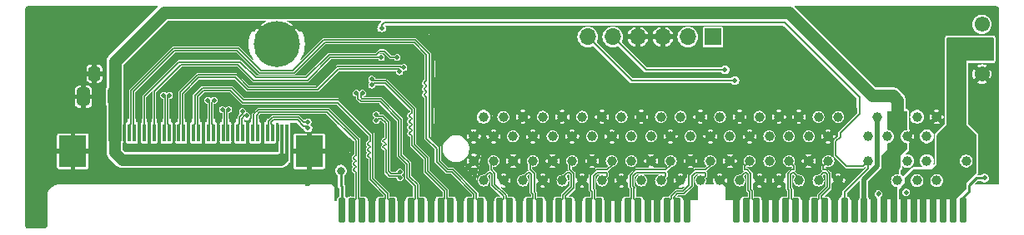
<source format=gbr>
%TF.GenerationSoftware,KiCad,Pcbnew,8.0.7*%
%TF.CreationDate,2025-04-01T17:38:45+03:00*%
%TF.ProjectId,RibbonRiser,52696262-6f6e-4526-9973-65722e6b6963,rev?*%
%TF.SameCoordinates,Original*%
%TF.FileFunction,Copper,L1,Top*%
%TF.FilePolarity,Positive*%
%FSLAX46Y46*%
G04 Gerber Fmt 4.6, Leading zero omitted, Abs format (unit mm)*
G04 Created by KiCad (PCBNEW 8.0.7) date 2025-04-01 17:38:45*
%MOMM*%
%LPD*%
G01*
G04 APERTURE LIST*
G04 Aperture macros list*
%AMRoundRect*
0 Rectangle with rounded corners*
0 $1 Rounding radius*
0 $2 $3 $4 $5 $6 $7 $8 $9 X,Y pos of 4 corners*
0 Add a 4 corners polygon primitive as box body*
4,1,4,$2,$3,$4,$5,$6,$7,$8,$9,$2,$3,0*
0 Add four circle primitives for the rounded corners*
1,1,$1+$1,$2,$3*
1,1,$1+$1,$4,$5*
1,1,$1+$1,$6,$7*
1,1,$1+$1,$8,$9*
0 Add four rect primitives between the rounded corners*
20,1,$1+$1,$2,$3,$4,$5,0*
20,1,$1+$1,$4,$5,$6,$7,0*
20,1,$1+$1,$6,$7,$8,$9,0*
20,1,$1+$1,$8,$9,$2,$3,0*%
G04 Aperture macros list end*
%TA.AperFunction,ComponentPad*%
%ADD10C,1.550013*%
%TD*%
%TA.AperFunction,SMDPad,CuDef*%
%ADD11RoundRect,0.250000X0.337500X0.475000X-0.337500X0.475000X-0.337500X-0.475000X0.337500X-0.475000X0*%
%TD*%
%TA.AperFunction,SMDPad,CuDef*%
%ADD12RoundRect,0.250000X0.412500X0.650000X-0.412500X0.650000X-0.412500X-0.650000X0.412500X-0.650000X0*%
%TD*%
%TA.AperFunction,ComponentPad*%
%ADD13R,1.700000X1.700000*%
%TD*%
%TA.AperFunction,ComponentPad*%
%ADD14O,1.700000X1.700000*%
%TD*%
%TA.AperFunction,ComponentPad*%
%ADD15C,1.000000*%
%TD*%
%TA.AperFunction,SMDPad,CuDef*%
%ADD16R,0.300000X1.800000*%
%TD*%
%TA.AperFunction,SMDPad,CuDef*%
%ADD17R,2.800000X3.200000*%
%TD*%
%TA.AperFunction,ComponentPad*%
%ADD18C,4.700000*%
%TD*%
%TA.AperFunction,SMDPad,CuDef*%
%ADD19RoundRect,0.187500X0.187500X1.062500X-0.187500X1.062500X-0.187500X-1.062500X0.187500X-1.062500X0*%
%TD*%
%TA.AperFunction,ViaPad*%
%ADD20C,0.800000*%
%TD*%
%TA.AperFunction,ViaPad*%
%ADD21C,0.600000*%
%TD*%
%TA.AperFunction,ViaPad*%
%ADD22C,0.500000*%
%TD*%
%TA.AperFunction,Conductor*%
%ADD23C,1.300000*%
%TD*%
%TA.AperFunction,Conductor*%
%ADD24C,0.200000*%
%TD*%
%TA.AperFunction,Conductor*%
%ADD25C,1.200000*%
%TD*%
%TA.AperFunction,Conductor*%
%ADD26C,0.500000*%
%TD*%
%TA.AperFunction,Conductor*%
%ADD27C,0.400000*%
%TD*%
%TA.AperFunction,Conductor*%
%ADD28C,0.150000*%
%TD*%
%TA.AperFunction,Conductor*%
%ADD29C,0.300000*%
%TD*%
%TA.AperFunction,Conductor*%
%ADD30C,0.158000*%
%TD*%
%TA.AperFunction,Conductor*%
%ADD31C,0.250000*%
%TD*%
G04 APERTURE END LIST*
D10*
%TO.P,3P_FAN1,1,1*%
%TO.N,GND*%
X150100000Y-126840005D03*
%TO.P,3P_FAN1,2,2*%
%TO.N,+12V*%
X150100000Y-124300000D03*
%TO.P,3P_FAN1,3,3*%
%TO.N,unconnected-(3P_FAN1-Pad3)*%
X150100000Y-121759995D03*
%TD*%
D11*
%TO.P,C2,1*%
%TO.N,+3V3*%
X62050000Y-126800000D03*
%TO.P,C2,2*%
%TO.N,GND*%
X59975000Y-126800000D03*
%TD*%
D12*
%TO.P,C1,1*%
%TO.N,+3V3*%
X62000000Y-129150000D03*
%TO.P,C1,2*%
%TO.N,GND*%
X58875000Y-129150000D03*
%TD*%
D13*
%TO.P,AUX1,1,Pin_1*%
%TO.N,+12V*%
X122780000Y-123050000D03*
D14*
%TO.P,AUX1,2,Pin_2*%
%TO.N,+3V3*%
X120240000Y-123050000D03*
%TO.P,AUX1,3,Pin_3*%
%TO.N,GND*%
X117700000Y-123050000D03*
%TO.P,AUX1,4,Pin_4*%
X115160000Y-123050000D03*
%TO.P,AUX1,5,Pin_5*%
%TO.N,SMBCLK*%
X112620000Y-123050000D03*
%TO.P,AUX1,6,Pin_6*%
%TO.N,SMBDATA*%
X110080000Y-123050000D03*
%TD*%
D15*
%TO.P,J1,A1,~{PRSNT1}*%
%TO.N,GND*%
X148500000Y-135700000D03*
%TO.P,J1,A2,+12V*%
%TO.N,+12V*%
X147500000Y-137700000D03*
%TO.P,J1,A3,+12V*%
X146500000Y-135700000D03*
%TO.P,J1,A4,GND*%
%TO.N,GND*%
X145500000Y-137700000D03*
%TO.P,J1,A5,JTAG2*%
%TO.N,unconnected-(J1-JTAG2-PadA5)*%
X144500000Y-135700000D03*
%TO.P,J1,A6,JTAG3*%
%TO.N,unconnected-(J1-JTAG3-PadA6)*%
X143500000Y-137700000D03*
%TO.P,J1,A7,JTAG4*%
%TO.N,unconnected-(J1-JTAG4-PadA7)*%
X142500000Y-135700000D03*
%TO.P,J1,A8,JTAG5*%
%TO.N,unconnected-(J1-JTAG5-PadA8)*%
X141500000Y-137700000D03*
%TO.P,J1,A9,+3.3V*%
%TO.N,+3V3*%
X140500000Y-135700000D03*
%TO.P,J1,A10,+3.3V*%
X139500000Y-137700000D03*
%TO.P,J1,A11,~{PERST}*%
%TO.N,PERST#*%
X138500000Y-135700000D03*
%TO.P,J1,A12,GND*%
%TO.N,GND*%
X135500000Y-137700000D03*
%TO.P,J1,A13,REFCLK+*%
%TO.N,PCIe_CPU_REFCLK+*%
X134500000Y-135700000D03*
%TO.P,J1,A14,REFCLK-*%
%TO.N,PCIe_CPU_REFCLK-*%
X133500000Y-137700000D03*
%TO.P,J1,A15,GND*%
%TO.N,GND*%
X132500000Y-135700000D03*
%TO.P,J1,A16,PERp0*%
%TO.N,PCIe_CPU_Rx0+*%
X131500000Y-137700000D03*
%TO.P,J1,A17,PERn0*%
%TO.N,PCIe_CPU_Rx0-*%
X130500000Y-135700000D03*
%TO.P,J1,A18,GND*%
%TO.N,GND*%
X129500000Y-137700000D03*
%TO.P,J1,A19,RSVD*%
%TO.N,unconnected-(J1-RSVD-PadA19)*%
X128500000Y-135700000D03*
%TO.P,J1,A20,GND*%
%TO.N,GND*%
X127500000Y-137700000D03*
%TO.P,J1,A21,PERp1*%
%TO.N,PCIe_CPU_Rx1+*%
X126500000Y-135700000D03*
%TO.P,J1,A22,PERn1*%
%TO.N,PCIe_CPU_Rx1-*%
X125500000Y-137700000D03*
%TO.P,J1,A23,GND*%
%TO.N,GND*%
X124500000Y-135700000D03*
%TO.P,J1,A24,GND*%
X123500000Y-137700000D03*
%TO.P,J1,A25,PERp2*%
%TO.N,PCIe_CPU_Rx2+*%
X122500000Y-135700000D03*
%TO.P,J1,A26,PERn2*%
%TO.N,PCIe_CPU_Rx2-*%
X121500000Y-137700000D03*
%TO.P,J1,A27,GND*%
%TO.N,GND*%
X120500000Y-135700000D03*
%TO.P,J1,A28,GND*%
X119500000Y-137700000D03*
%TO.P,J1,A29,PERp3*%
%TO.N,PCIe_CPU_Rx3+*%
X118500000Y-135700000D03*
%TO.P,J1,A30,PERn3*%
%TO.N,PCIe_CPU_Rx3-*%
X117500000Y-137700000D03*
%TO.P,J1,A31,GND*%
%TO.N,GND*%
X116500000Y-135700000D03*
%TO.P,J1,A32,RSVD*%
%TO.N,unconnected-(J1-RSVD-PadA32)*%
X115500000Y-137700000D03*
%TO.P,J1,A33,RSVD*%
%TO.N,unconnected-(J1-RSVD-PadA33)*%
X114500000Y-135700000D03*
%TO.P,J1,A34,GND*%
%TO.N,GND*%
X113500000Y-137700000D03*
%TO.P,J1,A35,PERp4*%
%TO.N,PCIe_CPU_Rx4+*%
X112500000Y-135700000D03*
%TO.P,J1,A36,PERn4*%
%TO.N,PCIe_CPU_Rx4-*%
X111500000Y-137700000D03*
%TO.P,J1,A37,GND*%
%TO.N,GND*%
X110500000Y-135700000D03*
%TO.P,J1,A38,GND*%
X109500000Y-137700000D03*
%TO.P,J1,A39,PERp5*%
%TO.N,PCIe_CPU_Rx5+*%
X108500000Y-135700000D03*
%TO.P,J1,A40,PERn5*%
%TO.N,PCIe_CPU_Rx5-*%
X107500000Y-137700000D03*
%TO.P,J1,A41,GND*%
%TO.N,GND*%
X106500000Y-135700000D03*
%TO.P,J1,A42,GND*%
X105500000Y-137700000D03*
%TO.P,J1,A43,PERp6*%
%TO.N,PCIe_CPU_Rx6+*%
X104500000Y-135700000D03*
%TO.P,J1,A44,PERn6*%
%TO.N,PCIe_CPU_Rx6-*%
X103500000Y-137700000D03*
%TO.P,J1,A45,GND*%
%TO.N,GND*%
X102500000Y-135700000D03*
%TO.P,J1,A46,GND*%
X101500000Y-137700000D03*
%TO.P,J1,A47,PERp7*%
%TO.N,PCIe_CPU_Rx7+*%
X100500000Y-135700000D03*
%TO.P,J1,A48,PERn7*%
%TO.N,PCIe_CPU_Rx7-*%
X99500000Y-137700000D03*
%TO.P,J1,A49,GND*%
%TO.N,GND*%
X98500000Y-135700000D03*
%TO.P,J1,B1,+12V*%
%TO.N,+12V*%
X148500000Y-133199872D03*
%TO.P,J1,B2,+12V*%
X147500000Y-131199872D03*
%TO.P,J1,B3,+12V*%
X146500000Y-133199872D03*
%TO.P,J1,B4,GND*%
%TO.N,GND*%
X145500000Y-131199872D03*
%TO.P,J1,B5,SMCLK*%
%TO.N,SMBCLK*%
X144500000Y-133199872D03*
%TO.P,J1,B6,SMDAT*%
%TO.N,SMBDATA*%
X143500000Y-131199872D03*
%TO.P,J1,B7,GND*%
%TO.N,GND*%
X142500000Y-133199872D03*
%TO.P,J1,B8,+3.3V*%
%TO.N,+3V3*%
X141499746Y-131199872D03*
%TO.P,J1,B9,JTAG1*%
%TO.N,unconnected-(J1-JTAG1-PadB9)*%
X140500000Y-133199872D03*
%TO.P,J1,B10,3.3Vaux*%
%TO.N,+3V3_S5*%
X139499746Y-131199872D03*
%TO.P,J1,B11,~{WAKE}*%
%TO.N,WAKE#*%
X138500000Y-133199872D03*
%TO.P,J1,B12,RSVD*%
%TO.N,unconnected-(J1-RSVD-PadB12)*%
X135499746Y-131199872D03*
%TO.P,J1,B13,GND*%
%TO.N,GND*%
X134500000Y-133199872D03*
%TO.P,J1,B14,PETp0*%
%TO.N,PCIe_CPU_Tx0+*%
X133499746Y-131199872D03*
%TO.P,J1,B15,PETn0*%
%TO.N,PCIe_CPU_Tx0-*%
X132500000Y-133199872D03*
%TO.P,J1,B16,GND*%
%TO.N,GND*%
X131499746Y-131199872D03*
%TO.P,J1,B17,~{PRSNT2}*%
%TO.N,PCIe_CPU_CLKREQ#*%
X130500000Y-133199872D03*
%TO.P,J1,B18,GND*%
%TO.N,GND*%
X129499746Y-131199872D03*
%TO.P,J1,B19,PETp1*%
%TO.N,PCIe_CPU_Tx1+*%
X128500000Y-133199872D03*
%TO.P,J1,B20,PETn1*%
%TO.N,PCIe_CPU_Tx1-*%
X127499746Y-131199872D03*
%TO.P,J1,B21,GND*%
%TO.N,GND*%
X126500000Y-133199872D03*
%TO.P,J1,B22,GND*%
X125499746Y-131199872D03*
%TO.P,J1,B23,PETp2*%
%TO.N,PCIe_CPU_Tx2+*%
X124500000Y-133199872D03*
%TO.P,J1,B24,PETn2*%
%TO.N,PCIe_CPU_Tx2-*%
X123499746Y-131199872D03*
%TO.P,J1,B25,GND*%
%TO.N,GND*%
X122500000Y-133199872D03*
%TO.P,J1,B26,GND*%
X121499746Y-131199872D03*
%TO.P,J1,B27,PETp3*%
%TO.N,PCIe_CPU_Tx3+*%
X120500000Y-133199872D03*
%TO.P,J1,B28,PETn3*%
%TO.N,PCIe_CPU_Tx3-*%
X119499746Y-131199872D03*
%TO.P,J1,B29,GND*%
%TO.N,GND*%
X118500000Y-133199872D03*
%TO.P,J1,B30,RSVD*%
%TO.N,unconnected-(J1-RSVD-PadB30)*%
X117499746Y-131199872D03*
%TO.P,J1,B31,~{PRSNT2}*%
%TO.N,PCIe_CPU_CLKREQ#*%
X116500000Y-133199872D03*
%TO.P,J1,B32,GND*%
%TO.N,GND*%
X115499746Y-131199872D03*
%TO.P,J1,B33,PETp4*%
%TO.N,PCIe_CPU_Tx4+*%
X114500000Y-133199872D03*
%TO.P,J1,B34,PETn4*%
%TO.N,PCIe_CPU_Tx4-*%
X113499746Y-131199872D03*
%TO.P,J1,B35,GND*%
%TO.N,GND*%
X112500000Y-133199872D03*
%TO.P,J1,B36,GND*%
X111499746Y-131199872D03*
%TO.P,J1,B37,PETp5*%
%TO.N,PCIe_CPU_Tx5+*%
X110500000Y-133199872D03*
%TO.P,J1,B38,PETn5*%
%TO.N,PCIe_CPU_Tx5-*%
X109499746Y-131199872D03*
%TO.P,J1,B39,GND*%
%TO.N,GND*%
X108500000Y-133199872D03*
%TO.P,J1,B40,GND*%
X107499746Y-131199872D03*
%TO.P,J1,B41,PETp6*%
%TO.N,PCIe_CPU_Tx6+*%
X106500000Y-133199872D03*
%TO.P,J1,B42,PETn6*%
%TO.N,PCIe_CPU_Tx6-*%
X105499746Y-131199872D03*
%TO.P,J1,B43,GND*%
%TO.N,GND*%
X104499746Y-133199872D03*
%TO.P,J1,B44,GND*%
X103499746Y-131199872D03*
%TO.P,J1,B45,PETp7*%
%TO.N,PCIe_CPU_Tx7+*%
X102499746Y-133199872D03*
%TO.P,J1,B46,PETn7*%
%TO.N,PCIe_CPU_Tx7-*%
X101499746Y-131199872D03*
%TO.P,J1,B47,GND*%
%TO.N,GND*%
X100500000Y-133199872D03*
%TO.P,J1,B48,~{PRSNT2}*%
%TO.N,PCIe_CPU_CLKREQ#*%
X99499746Y-131199872D03*
%TO.P,J1,B49,GND*%
%TO.N,GND*%
X98499746Y-133199872D03*
%TD*%
D16*
%TO.P,U1,1,1*%
%TO.N,+3V3*%
X79550064Y-132811519D03*
%TO.P,U1,2,2*%
X79049936Y-132811519D03*
%TO.P,U1,3,3*%
%TO.N,GND*%
X78550064Y-132811519D03*
%TO.P,U1,4,4*%
%TO.N,PCIe_PCH_Rx3-*%
X78049936Y-132811519D03*
%TO.P,U1,5,5*%
%TO.N,PCIe_PCH_Rx3+*%
X77550064Y-132811519D03*
%TO.P,U1,6,6*%
%TO.N,GND*%
X77049936Y-132811519D03*
%TO.P,U1,7,7*%
%TO.N,PCIe_PCH_Tx3-*%
X76550064Y-132811519D03*
%TO.P,U1,8,8*%
%TO.N,PCIe_PCH_Tx3+*%
X76049936Y-132811519D03*
%TO.P,U1,9,9*%
%TO.N,GND*%
X75550064Y-132811519D03*
%TO.P,U1,10,10*%
%TO.N,PCIe_PCH_Rx2-*%
X75049936Y-132811519D03*
%TO.P,U1,11,11*%
%TO.N,PCIe_PCH_Rx2+*%
X74550064Y-132811519D03*
%TO.P,U1,12,12*%
%TO.N,GND*%
X74049936Y-132811519D03*
%TO.P,U1,13,13*%
%TO.N,PCIe_PCH_Tx2-*%
X73550064Y-132811519D03*
%TO.P,U1,14,14*%
%TO.N,PCIe_PCH_Tx2+*%
X73049936Y-132811519D03*
%TO.P,U1,15,15*%
%TO.N,GND*%
X72550064Y-132811519D03*
%TO.P,U1,16,16*%
%TO.N,PCIe_PCH_Rx1-*%
X72049936Y-132811519D03*
%TO.P,U1,17,17*%
%TO.N,PCIe_PCH_Rx1+*%
X71550064Y-132811519D03*
%TO.P,U1,18,18*%
%TO.N,GND*%
X71049936Y-132811519D03*
%TO.P,U1,19,19*%
%TO.N,PCIe_PCH_Tx1-*%
X70550064Y-132811519D03*
%TO.P,U1,20,20*%
%TO.N,PCIe_PCH_Tx1+*%
X70049936Y-132811519D03*
%TO.P,U1,21,21*%
%TO.N,GND*%
X69550064Y-132811519D03*
%TO.P,U1,22,22*%
%TO.N,PCIe_PCH_Rx0-*%
X69049936Y-132811519D03*
%TO.P,U1,23,23*%
%TO.N,PCIe_PCH_Rx0+*%
X68550064Y-132811519D03*
%TO.P,U1,24,24*%
%TO.N,GND*%
X68049936Y-132811519D03*
%TO.P,U1,25,25*%
%TO.N,PCIe_PCH_Tx0-*%
X67550064Y-132811519D03*
%TO.P,U1,26,26*%
%TO.N,PCIe_PCH_Tx0+*%
X67049936Y-132811519D03*
%TO.P,U1,27,27*%
%TO.N,GND*%
X66550064Y-132811519D03*
%TO.P,U1,28,28*%
%TO.N,PERST#*%
X66049936Y-132811519D03*
%TO.P,U1,29,29*%
%TO.N,GND*%
X65550064Y-132811519D03*
%TO.P,U1,30,30*%
%TO.N,PCIe_PCH_CLKREQ#*%
X65049936Y-132811519D03*
%TO.P,U1,31,31*%
%TO.N,GND*%
X64550064Y-132811519D03*
%TO.P,U1,32,32*%
%TO.N,PCIe_PCH_REFCLK-*%
X64049936Y-132811519D03*
%TO.P,U1,33,33*%
%TO.N,PCIe_PCH_REFCLK+*%
X63550064Y-132811519D03*
%TO.P,U1,34,34*%
%TO.N,GND*%
X63049936Y-132811519D03*
%TO.P,U1,35,35*%
%TO.N,+3V3*%
X62550064Y-132811519D03*
%TO.P,U1,36,36*%
X62049936Y-132811519D03*
%TO.P,U1,37,37*%
X61550064Y-132811519D03*
%TO.P,U1,38,38*%
%TO.N,GND*%
X61049936Y-132811519D03*
%TO.P,U1,39,39*%
X60550064Y-132811519D03*
%TO.P,U1,40,40*%
X60049936Y-132811519D03*
D17*
%TO.P,U1,41,41*%
X57799975Y-134711443D03*
%TO.P,U1,42,42*%
X81800025Y-134711443D03*
%TD*%
D18*
%TO.P,H1,1,1*%
%TO.N,GND*%
X78500000Y-123800000D03*
%TD*%
D19*
%TO.P,J4,A1,GPU_MACO_EN*%
%TO.N,Net-(J4-GPU_MACO_EN)*%
X85150000Y-140750000D03*
%TO.P,J4,A2,PCIe_PCH_Tx3-*%
%TO.N,PCIe_PCH_Tx3-*%
X86150000Y-140750000D03*
%TO.P,J4,A3,PCIe_PCH_Tx3+*%
%TO.N,PCIe_PCH_Tx3+*%
X87150000Y-140750000D03*
%TO.P,J4,A4,GND*%
%TO.N,GND*%
X88150000Y-140750000D03*
%TO.P,J4,A5,PCIe_PCH_Tx1-*%
%TO.N,PCIe_PCH_Tx1-*%
X89150000Y-140750000D03*
%TO.P,J4,A6,PCIe_PCH_Tx1+*%
%TO.N,PCIe_PCH_Tx1+*%
X90150000Y-140750000D03*
%TO.P,J4,A7,GND*%
%TO.N,GND*%
X91150000Y-140750000D03*
%TO.P,J4,A8,PCIe_PCH_Rx2+*%
%TO.N,PCIe_PCH_Rx2+*%
X92150000Y-140750000D03*
%TO.P,J4,A9,PCIe_PCH_Rx2-*%
%TO.N,PCIe_PCH_Rx2-*%
X93150000Y-140750000D03*
%TO.P,J4,A10,GND*%
%TO.N,GND*%
X94150000Y-140750000D03*
%TO.P,J4,A11,PCIe_PCH_Rx1-*%
%TO.N,PCIe_PCH_Rx1-*%
X95150000Y-140750000D03*
%TO.P,J4,A12,PCIe_PCH_Rx1+*%
%TO.N,PCIe_PCH_Rx1+*%
X96150000Y-140750000D03*
%TO.P,J4,A13,GND*%
%TO.N,GND*%
X97150000Y-140750000D03*
%TO.P,J4,A14,PCIe_PCH_REFCLK-*%
%TO.N,PCIe_PCH_REFCLK-*%
X98150000Y-140750000D03*
%TO.P,J4,A15,PCIe_PCH_REFCLK+*%
%TO.N,PCIe_PCH_REFCLK+*%
X99150000Y-140750000D03*
%TO.P,J4,A16,GND*%
%TO.N,GND*%
X100150000Y-140750000D03*
%TO.P,J4,A17,PCIe_CPU_Rx7-*%
%TO.N,PCIe_CPU_Rx7-*%
X101150000Y-140750000D03*
%TO.P,J4,A18,PCIe_CPU_Rx7+*%
%TO.N,PCIe_CPU_Rx7+*%
X102150000Y-140750000D03*
%TO.P,J4,A19,GND*%
%TO.N,GND*%
X103150000Y-140750000D03*
%TO.P,J4,A20,PCIe_CPU_Rx6-*%
%TO.N,PCIe_CPU_Rx6-*%
X104150000Y-140750000D03*
%TO.P,J4,A21,PCIe_CPU_Rx6+*%
%TO.N,PCIe_CPU_Rx6+*%
X105150000Y-140750000D03*
%TO.P,J4,A22,GND*%
%TO.N,GND*%
X106150000Y-140750000D03*
%TO.P,J4,A23,PCIe_CPU_Rx5-*%
%TO.N,PCIe_CPU_Rx5-*%
X107150000Y-140750000D03*
%TO.P,J4,A24,PCIe_CPU_Rx5+*%
%TO.N,PCIe_CPU_Rx5+*%
X108150000Y-140750000D03*
%TO.P,J4,A25,GND*%
%TO.N,GND*%
X109150000Y-140750000D03*
%TO.P,J4,A26,PCIe_CPU_Rx4+*%
%TO.N,PCIe_CPU_Rx4+*%
X110150000Y-140750000D03*
%TO.P,J4,A27,PCIe_CPU_Rx4-*%
%TO.N,PCIe_CPU_Rx4-*%
X111150000Y-140750000D03*
%TO.P,J4,A28,GND*%
%TO.N,GND*%
X112150000Y-140750000D03*
%TO.P,J4,A29,GND*%
X113150000Y-140750000D03*
%TO.P,J4,A30,PCIe_CPU_Rx3+*%
%TO.N,PCIe_CPU_Rx3+*%
X114150000Y-140750000D03*
%TO.P,J4,A31,PCIe_CPU_Rx3-*%
%TO.N,PCIe_CPU_Rx3-*%
X115150000Y-140750000D03*
%TO.P,J4,A32,GND*%
%TO.N,GND*%
X116150000Y-140750000D03*
%TO.P,J4,A33,GND*%
X117150000Y-140750000D03*
%TO.P,J4,A34,PCIe_CPU_Rx2+*%
%TO.N,PCIe_CPU_Rx2+*%
X118150000Y-140750000D03*
%TO.P,J4,A35,PCIe_CPU_Rx2-*%
%TO.N,PCIe_CPU_Rx2-*%
X119150000Y-140750000D03*
%TO.P,J4,A36,GND*%
%TO.N,GND*%
X120150000Y-140750000D03*
%TO.P,J4,A37,GND*%
X125150000Y-140750000D03*
%TO.P,J4,A38,PCIe_CPU_Rx1-*%
%TO.N,PCIe_CPU_Rx1-*%
X126150000Y-140750000D03*
%TO.P,J4,A39,PCIe_CPU_Rx1+*%
%TO.N,PCIe_CPU_Rx1+*%
X127150000Y-140750000D03*
%TO.P,J4,A40,GND*%
%TO.N,GND*%
X128150000Y-140750000D03*
%TO.P,J4,A41,GND*%
X129150000Y-140750000D03*
%TO.P,J4,A42,PCIe_CPU_Rx0-*%
%TO.N,PCIe_CPU_Rx0-*%
X130150000Y-140750000D03*
%TO.P,J4,A43,PCIe_CPU_Rx0+*%
%TO.N,PCIe_CPU_Rx0+*%
X131150000Y-140750000D03*
%TO.P,J4,A44,GND*%
%TO.N,GND*%
X132150000Y-140750000D03*
%TO.P,J4,A45,PCIe_CPU_REFCLK-*%
%TO.N,PCIe_CPU_REFCLK-*%
X133150000Y-140750000D03*
%TO.P,J4,A46,PCIe_CPU_REFCLK+*%
%TO.N,PCIe_CPU_REFCLK+*%
X134150000Y-140750000D03*
%TO.P,J4,A47,GND*%
%TO.N,GND*%
X135150000Y-140750000D03*
%TO.P,J4,A48,PCIe_RST#*%
%TO.N,PERST#*%
X136150000Y-140750000D03*
%TO.P,J4,A49,GND*%
%TO.N,GND*%
X137150000Y-140750000D03*
%TO.P,J4,A50,+3V3_S5*%
%TO.N,+3V3_S5*%
X138150000Y-140750000D03*
%TO.P,J4,A51,+3V3*%
%TO.N,+3V3*%
X139150000Y-140750000D03*
%TO.P,J4,A52,+3V3*%
X140150000Y-140750000D03*
%TO.P,J4,A53,+3V3*%
X141150000Y-140750000D03*
%TO.P,J4,A54,+12V*%
%TO.N,+12V*%
X142150000Y-140750000D03*
%TO.P,J4,A55,+12V*%
X143150000Y-140750000D03*
%TO.P,J4,A56,+12V*%
X144150000Y-140750000D03*
%TO.P,J4,A57,+12V*%
X145150000Y-140750000D03*
%TO.P,J4,A58,+12V*%
X146150000Y-140750000D03*
%TO.P,J4,A59,+12V*%
X147150000Y-140750000D03*
%TO.P,J4,A60,PCIE_SOLT_A60*%
%TO.N,Net-(J4-PCIE_SOLT_A60)*%
X148150000Y-140750000D03*
%TD*%
D20*
%TO.N,+3V3*%
X122200000Y-120550000D03*
X121200000Y-120550000D03*
X120200000Y-120550000D03*
X119200000Y-120550000D03*
X118200000Y-120550000D03*
D21*
%TO.N,GND*%
X85800000Y-137700000D03*
X63150000Y-131250000D03*
X71500000Y-122500000D03*
X54000000Y-123500000D03*
D22*
X82900000Y-131300000D03*
D21*
X97500000Y-122500000D03*
X91100000Y-139000000D03*
X65500000Y-125000000D03*
X65550000Y-134300000D03*
X69000000Y-122500000D03*
X57500000Y-120500000D03*
X95700000Y-137600000D03*
X64500000Y-137500000D03*
X60500000Y-137500000D03*
D22*
X69900000Y-126400000D03*
D21*
X88900000Y-135000000D03*
X74460000Y-130100000D03*
X85500000Y-122000000D03*
X54000000Y-133500000D03*
D22*
X78200000Y-134300000D03*
X86100000Y-126900000D03*
D21*
X105500000Y-122500000D03*
D22*
X87200000Y-130500000D03*
X81600000Y-123800000D03*
D21*
X58000000Y-131500000D03*
X54000000Y-131500000D03*
X85300000Y-135400000D03*
X67000000Y-123500000D03*
D22*
X80400000Y-132300000D03*
X73500000Y-127700000D03*
D21*
X109000000Y-138900000D03*
D22*
X63200000Y-134300000D03*
D21*
X111400000Y-138900000D03*
X62000000Y-122500000D03*
X88900000Y-137000000D03*
X63500000Y-120500000D03*
D22*
X71500000Y-127700000D03*
X90400000Y-127200000D03*
D21*
X56500000Y-137500000D03*
X75550000Y-134250000D03*
X128000000Y-138900000D03*
X72500000Y-137500000D03*
D22*
X79700000Y-129000000D03*
D21*
X58000000Y-122500000D03*
X54000000Y-129500000D03*
X68050000Y-134300000D03*
X66600000Y-131250000D03*
X116000000Y-138800000D03*
X99700000Y-138800000D03*
D22*
X71800000Y-126400000D03*
D21*
X74050000Y-134300000D03*
X60000000Y-124500000D03*
X64500000Y-131250000D03*
X85000000Y-133100000D03*
X77100000Y-131400000D03*
X72550000Y-131200000D03*
X74000000Y-122500000D03*
D22*
X90360000Y-133180000D03*
D21*
X55500000Y-120500000D03*
X56000000Y-126500000D03*
X56000000Y-130500000D03*
X116500000Y-134360000D03*
X87500000Y-122000000D03*
X95000000Y-129000000D03*
D22*
X139600000Y-139050000D03*
D21*
X120520000Y-134360000D03*
X71050000Y-134300000D03*
D22*
X73700000Y-125000000D03*
D21*
X85700000Y-124200000D03*
D22*
X73900000Y-126400000D03*
D21*
X68050000Y-131200000D03*
X58000000Y-126500000D03*
X92600000Y-129000000D03*
X56000000Y-124500000D03*
X64550000Y-134300000D03*
X110590000Y-134360000D03*
X90500000Y-136000000D03*
D22*
X69500000Y-129500000D03*
D21*
X120900000Y-139100000D03*
X88900000Y-132500000D03*
X78500000Y-137500000D03*
X92600000Y-126700000D03*
X60850000Y-131300000D03*
X76500000Y-137500000D03*
X85200000Y-131100000D03*
D22*
X83700000Y-128100000D03*
D21*
X107500000Y-122500000D03*
X60000000Y-122500000D03*
D22*
X88550000Y-128690000D03*
D21*
X54000000Y-135500000D03*
X93600000Y-134300000D03*
X72550000Y-134300000D03*
X87400000Y-136400000D03*
X74500000Y-137500000D03*
D22*
X76100000Y-121900000D03*
D21*
X54000000Y-127500000D03*
X66550000Y-134300000D03*
D22*
X69600000Y-125000000D03*
D21*
X56000000Y-122500000D03*
X58000000Y-124500000D03*
X91500000Y-122500000D03*
X101500000Y-122500000D03*
X64000000Y-126500000D03*
X56000000Y-128500000D03*
X87800000Y-138900000D03*
X129900000Y-138900000D03*
X68500000Y-137500000D03*
X131440000Y-134460000D03*
X92360000Y-135270000D03*
D22*
X142400000Y-138900000D03*
D21*
X93500000Y-122500000D03*
D22*
X66500000Y-126800000D03*
D21*
X69550000Y-134300000D03*
X66500000Y-137500000D03*
X106680000Y-134380000D03*
X62500000Y-137500000D03*
X117200000Y-138800000D03*
X61500000Y-120500000D03*
D22*
X67800000Y-125600000D03*
D21*
X60050000Y-134300000D03*
X103500000Y-122500000D03*
X93100000Y-131800000D03*
X94200000Y-139100000D03*
X103450000Y-134400000D03*
D22*
X65200000Y-128200000D03*
X137450000Y-138850000D03*
D21*
X91800000Y-124400000D03*
X82300000Y-125500000D03*
X59500000Y-120500000D03*
X81660000Y-138000000D03*
X83500000Y-122000000D03*
X95000000Y-125000000D03*
D22*
X81600000Y-129000000D03*
X66600000Y-129700000D03*
D21*
X102400000Y-138900000D03*
D22*
X75400000Y-123800000D03*
D21*
X98000000Y-137000000D03*
D22*
X85440000Y-129030000D03*
D21*
X95000000Y-131000000D03*
X60500000Y-135900000D03*
X77050000Y-134250000D03*
X71050000Y-131200000D03*
D22*
X68000000Y-129700000D03*
X80900000Y-121900000D03*
D21*
X56000000Y-132500000D03*
X54000000Y-121500000D03*
D22*
X71600000Y-125000000D03*
D21*
X125490000Y-134440000D03*
X83800000Y-134900000D03*
X113200000Y-138900000D03*
D22*
X64500000Y-129400000D03*
D21*
X105600000Y-138900000D03*
X58500000Y-137500000D03*
X83700000Y-124200000D03*
X87300000Y-133200000D03*
X60850000Y-134300000D03*
X70500000Y-137500000D03*
X125100000Y-139000000D03*
D22*
X75800000Y-129000000D03*
D21*
X90630000Y-129910000D03*
X133000000Y-138900000D03*
X97200000Y-139100000D03*
X54000000Y-125500000D03*
X87700000Y-124200000D03*
X99500000Y-122500000D03*
D22*
X77900000Y-129000000D03*
D21*
X69550000Y-131200000D03*
X95000000Y-133000000D03*
X60050000Y-131300000D03*
X95000000Y-127000000D03*
X54000000Y-137500000D03*
X95500000Y-122500000D03*
D22*
%TO.N,PERST#*%
X89100000Y-125150000D03*
X89150000Y-122200000D03*
%TO.N,PCIe_PCH_CLKREQ#*%
X90700000Y-125150000D03*
D20*
%TO.N,Net-(J4-GPU_MACO_EN)*%
X85000000Y-136700000D03*
D22*
%TO.N,Net-(J4-PCIE_SOLT_A60)*%
X150350000Y-137450000D03*
%TO.N,SMBCLK*%
X124000000Y-126400000D03*
%TO.N,PCIe_PCH_Rx2+*%
X86584694Y-128796356D03*
X75015433Y-130662127D03*
%TO.N,PCIe_PCH_Rx2-*%
X87186294Y-128796356D03*
X75440829Y-131087523D03*
%TO.N,PCIe_PCH_Rx1-*%
X72120003Y-129500000D03*
X88140000Y-127960800D03*
%TO.N,PCIe_PCH_Rx1+*%
X71500000Y-129500000D03*
X88140000Y-127359200D03*
%TO.N,PCIe_PCH_Tx2-*%
X73603074Y-130459905D03*
%TO.N,PCIe_PCH_Tx2+*%
X72983074Y-130461693D03*
%TO.N,PCIe_PCH_Tx0-*%
X67600800Y-129000089D03*
%TO.N,PCIe_PCH_Tx0+*%
X66999200Y-129000089D03*
%TO.N,PCIe_PCH_Rx3-*%
X81665152Y-132300800D03*
X88600000Y-131571000D03*
X91000000Y-137416100D03*
%TO.N,PCIe_PCH_Rx3+*%
X88600000Y-130969400D03*
X91000000Y-136814500D03*
X81665152Y-131699200D03*
%TO.N,PCIe_PCH_Rx0-*%
X90963497Y-126611146D03*
%TO.N,PCIe_PCH_Rx0+*%
X91388893Y-126185750D03*
%TO.N,SMBDATA*%
X125000000Y-127500000D03*
%TD*%
D23*
%TO.N,+3V3*%
X122200000Y-120550000D02*
X130450000Y-120550000D01*
X121200000Y-120550000D02*
X122200000Y-120550000D01*
X120200000Y-120550000D02*
X121200000Y-120550000D01*
X119200000Y-120550000D02*
X120200000Y-120550000D01*
X118200000Y-120550000D02*
X119200000Y-120550000D01*
X138950000Y-129050000D02*
X139250000Y-129050000D01*
X67050000Y-120550000D02*
X118200000Y-120550000D01*
X62049936Y-125550064D02*
X67050000Y-120550000D01*
X130450000Y-120550000D02*
X138950000Y-129050000D01*
X62049936Y-130200000D02*
X62049936Y-125550064D01*
D24*
%TO.N,PERST#*%
X138500000Y-136457106D02*
X136150000Y-138807106D01*
X138500000Y-135750000D02*
X138500000Y-136457106D01*
X138000001Y-136249999D02*
X138500000Y-135750000D01*
X136349999Y-136249999D02*
X138000001Y-136249999D01*
X135250000Y-135150000D02*
X136349999Y-136249999D01*
X135250000Y-133680000D02*
X135250000Y-135150000D01*
X135700000Y-133230000D02*
X135250000Y-133680000D01*
X137650000Y-130850000D02*
X135700000Y-132800000D01*
X135700000Y-132800000D02*
X135700000Y-133230000D01*
X137650000Y-129200000D02*
X137650000Y-130850000D01*
X136150000Y-138807106D02*
X136150000Y-140750000D01*
X130050000Y-121600000D02*
X137650000Y-129200000D01*
X89400000Y-121600000D02*
X130050000Y-121600000D01*
X89150000Y-121850000D02*
X89400000Y-121600000D01*
X89150000Y-122200000D02*
X89150000Y-121850000D01*
D25*
%TO.N,+3V3*%
X139300000Y-129050000D02*
X139250000Y-129050000D01*
D26*
%TO.N,GND*%
X135150000Y-138807106D02*
X135500000Y-138457106D01*
X88150000Y-139250000D02*
X87800000Y-138900000D01*
X135150000Y-140750000D02*
X135150000Y-138807106D01*
D27*
X113150000Y-138950000D02*
X113200000Y-138900000D01*
X113150000Y-140750000D02*
X113150000Y-138950000D01*
D26*
X137150000Y-139150000D02*
X137450000Y-138850000D01*
X137150000Y-140750000D02*
X137150000Y-139150000D01*
X88150000Y-140750000D02*
X88150000Y-139250000D01*
X135500000Y-138457106D02*
X135500000Y-137750000D01*
D28*
%TO.N,PERST#*%
X89100000Y-125150000D02*
X83950000Y-125150000D01*
X66049936Y-128600064D02*
X66049936Y-132811519D01*
X81600000Y-127500000D02*
X76150000Y-127500000D01*
X74550000Y-125900000D02*
X68750000Y-125900000D01*
X83950000Y-125150000D02*
X81600000Y-127500000D01*
X68750000Y-125900000D02*
X66049936Y-128600064D01*
X76150000Y-127500000D02*
X74550000Y-125900000D01*
D23*
%TO.N,+3V3*%
X139300000Y-129050000D02*
X141040000Y-129050000D01*
D29*
X79050000Y-135100000D02*
X79050000Y-135450000D01*
D25*
X78900000Y-135600000D02*
X79050000Y-135450000D01*
D29*
X62550064Y-130000128D02*
X62049936Y-129500000D01*
D24*
X62049936Y-129400000D02*
X62049936Y-130200000D01*
D29*
X79049936Y-135099936D02*
X79049936Y-132811519D01*
X62550064Y-132811519D02*
X62550064Y-130000128D01*
X79550064Y-135599936D02*
X79550064Y-132811519D01*
X79050000Y-135450000D02*
X79050000Y-135600000D01*
D23*
X141500000Y-129510000D02*
X141500000Y-131250000D01*
D25*
X62800000Y-135600000D02*
X62049936Y-134849936D01*
X62800000Y-135600000D02*
X78900000Y-135600000D01*
X62049936Y-134849936D02*
X62049936Y-132811519D01*
D29*
X62049936Y-129500000D02*
X62049936Y-130200000D01*
X61550064Y-132811519D02*
X61550064Y-129899872D01*
D23*
X141040000Y-129050000D02*
X141500000Y-129510000D01*
D29*
X79550000Y-135600000D02*
X79550064Y-135599936D01*
X61550064Y-129899872D02*
X62049936Y-129400000D01*
X79049936Y-135099936D02*
X79050000Y-135100000D01*
D25*
X62049936Y-132811519D02*
X62049936Y-130200000D01*
D30*
%TO.N,PCIe_PCH_CLKREQ#*%
X65049936Y-129100064D02*
X65049936Y-132811519D01*
X88600000Y-124850000D02*
X83800000Y-124850000D01*
X74750000Y-125600000D02*
X68550000Y-125600000D01*
X81450000Y-127200000D02*
X76350000Y-127200000D01*
X88950000Y-124500000D02*
X88600000Y-124850000D01*
X76350000Y-127200000D02*
X74750000Y-125600000D01*
X83800000Y-124850000D02*
X81450000Y-127200000D01*
X90700000Y-125150000D02*
X90050000Y-125150000D01*
X68550000Y-125600000D02*
X65049936Y-129100064D01*
X90050000Y-125150000D02*
X89400000Y-124500000D01*
X89400000Y-124500000D02*
X88950000Y-124500000D01*
%TO.N,PCIe_CPU_Rx0+*%
X130779800Y-139504800D02*
X130779800Y-138599280D01*
X131500000Y-137750000D02*
X131500000Y-137400000D01*
X130779800Y-138599280D02*
X130785000Y-138594080D01*
X131500000Y-137400000D02*
X131000000Y-136900000D01*
X130837208Y-136900000D02*
X130635000Y-137102208D01*
X131150000Y-139875000D02*
X130779800Y-139504800D01*
X131150000Y-140750000D02*
X131150000Y-139875000D01*
X130635000Y-137102208D02*
X130635000Y-138444080D01*
X130635000Y-138444080D02*
X130785000Y-138594080D01*
X131000000Y-136900000D02*
X130837208Y-136900000D01*
%TO.N,PCIe_CPU_Rx0-*%
X130520200Y-139504800D02*
X130520200Y-138711120D01*
X130150000Y-140750000D02*
X130150000Y-139875000D01*
X131000000Y-136250000D02*
X130500000Y-135750000D01*
X131000000Y-136600000D02*
X131000000Y-136250000D01*
X130150000Y-139875000D02*
X130520200Y-139504800D01*
X130755368Y-136600000D02*
X131000000Y-136600000D01*
X130365000Y-138555920D02*
X130365000Y-136990368D01*
X130520200Y-138711120D02*
X130365000Y-138555920D01*
X130365000Y-136990368D02*
X130755368Y-136600000D01*
%TO.N,PCIe_CPU_Rx1+*%
X126779800Y-138749280D02*
X126785000Y-138744080D01*
X126635000Y-138594080D02*
X126785000Y-138744080D01*
X126500000Y-135750000D02*
X126000000Y-136250000D01*
X127150000Y-140750000D02*
X127150000Y-139875000D01*
X126779800Y-139504800D02*
X126779800Y-138749280D01*
X126000000Y-136250000D02*
X126000000Y-136600000D01*
X126290920Y-136600000D02*
X126635000Y-136944080D01*
X126635000Y-136944080D02*
X126635000Y-138594080D01*
X126000000Y-136600000D02*
X126290920Y-136600000D01*
X127150000Y-139875000D02*
X126779800Y-139504800D01*
%TO.N,PCIe_CPU_Rx1-*%
X126150000Y-140750000D02*
X126150000Y-139875000D01*
X126150000Y-139875000D02*
X126520200Y-139504800D01*
X126520200Y-139504800D02*
X126520200Y-138861120D01*
X126365000Y-138705920D02*
X126365000Y-137055920D01*
X126209080Y-136900000D02*
X126000000Y-136900000D01*
X126000000Y-136900000D02*
X125500000Y-137400000D01*
X126365000Y-137055920D02*
X126209080Y-136900000D01*
X125500000Y-137400000D02*
X125500000Y-137750000D01*
X126520200Y-138861120D02*
X126365000Y-138705920D01*
%TO.N,PCIe_CPU_Rx2-*%
X119855920Y-139035000D02*
X120635000Y-138255920D01*
X122000000Y-136900000D02*
X122000000Y-137250000D01*
X119150000Y-139875000D02*
X118779800Y-139504800D01*
X120635000Y-137255920D02*
X120990920Y-136900000D01*
X118779800Y-139416082D02*
X119160882Y-139035000D01*
X122000000Y-137250000D02*
X121500000Y-137750000D01*
X119160882Y-139035000D02*
X119855920Y-139035000D01*
X120990920Y-136900000D02*
X122000000Y-136900000D01*
X120635000Y-138255920D02*
X120635000Y-137255920D01*
X119150000Y-140750000D02*
X119150000Y-139875000D01*
X118779800Y-139504800D02*
X118779800Y-139416082D01*
%TO.N,PCIe_CPU_Rx2+*%
X122500000Y-136100000D02*
X122500000Y-135750000D01*
X119063750Y-138765000D02*
X119744080Y-138765000D01*
X119744080Y-138765000D02*
X120365000Y-138144080D01*
X120365000Y-137144080D02*
X120909080Y-136600000D01*
X120909080Y-136600000D02*
X122000000Y-136600000D01*
X120365000Y-138144080D02*
X120365000Y-137144080D01*
X118150000Y-140750000D02*
X118150000Y-139875000D01*
X118520200Y-139504800D02*
X118520200Y-139308550D01*
X122000000Y-136600000D02*
X122500000Y-136100000D01*
X118150000Y-139875000D02*
X118520200Y-139504800D01*
X118520200Y-139308550D02*
X119063750Y-138765000D01*
%TO.N,PCIe_CPU_Rx3-*%
X115150000Y-140750000D02*
X115150000Y-139875000D01*
X115015920Y-136900000D02*
X114635000Y-137280920D01*
X114635000Y-137280920D02*
X114635000Y-138244080D01*
X117500000Y-137750000D02*
X118000000Y-137250000D01*
X118000000Y-136900000D02*
X115015920Y-136900000D01*
X118000000Y-137250000D02*
X118000000Y-136900000D01*
X114785000Y-138394080D02*
X114635000Y-138244080D01*
X114779800Y-138399280D02*
X114785000Y-138394080D01*
X115150000Y-139875000D02*
X114779800Y-139504800D01*
X114779800Y-139504800D02*
X114779800Y-138399280D01*
%TO.N,PCIe_CPU_Rx3+*%
X118500000Y-136100000D02*
X118500000Y-135750000D01*
X114365000Y-138355920D02*
X114365000Y-137169080D01*
X114150000Y-140750000D02*
X114150000Y-139875000D01*
X118000000Y-136600000D02*
X118500000Y-136100000D01*
X114520200Y-139504800D02*
X114520200Y-138511120D01*
X114520200Y-138511120D02*
X114365000Y-138355920D01*
X114365000Y-137169080D02*
X114934080Y-136600000D01*
X114150000Y-139875000D02*
X114520200Y-139504800D01*
X114934080Y-136600000D02*
X118000000Y-136600000D01*
%TO.N,PCIe_CPU_Rx4-*%
X111500000Y-137750000D02*
X112000000Y-137250000D01*
X111150000Y-139875000D02*
X110779800Y-139504800D01*
X112000000Y-136900000D02*
X110990920Y-136900000D01*
X110635000Y-137255920D02*
X110635000Y-138544080D01*
X110990920Y-136900000D02*
X110635000Y-137255920D01*
X110779800Y-139504800D02*
X110779800Y-138699280D01*
X110779800Y-138699280D02*
X110785000Y-138694080D01*
X111150000Y-140750000D02*
X111150000Y-139875000D01*
X110635000Y-138544080D02*
X110785000Y-138694080D01*
X112000000Y-137250000D02*
X112000000Y-136900000D01*
%TO.N,PCIe_CPU_Rx4+*%
X110365000Y-138655920D02*
X110365000Y-137144080D01*
X112000000Y-136600000D02*
X112500000Y-136100000D01*
X110150000Y-140750000D02*
X110150000Y-139875000D01*
X110520200Y-139504800D02*
X110520200Y-138811120D01*
X110365000Y-137144080D02*
X110909080Y-136600000D01*
X110150000Y-139875000D02*
X110520200Y-139504800D01*
X110520200Y-138811120D02*
X110365000Y-138655920D01*
X110909080Y-136600000D02*
X112000000Y-136600000D01*
X112500000Y-136100000D02*
X112500000Y-135750000D01*
%TO.N,PCIe_CPU_Rx5+*%
X108635000Y-138455920D02*
X108635000Y-136959580D01*
X108150000Y-139875000D02*
X107779800Y-139504800D01*
X108150000Y-140750000D02*
X108150000Y-139875000D01*
X107779800Y-139504800D02*
X107779800Y-139311120D01*
X108260000Y-136584580D02*
X108260000Y-135990000D01*
X108260000Y-135990000D02*
X108500000Y-135750000D01*
X107779800Y-139311120D02*
X108635000Y-138455920D01*
X108635000Y-136959580D02*
X108260000Y-136584580D01*
%TO.N,PCIe_CPU_Rx5-*%
X108000000Y-136900000D02*
X108193580Y-136900000D01*
X108365000Y-137071420D02*
X108365000Y-138344080D01*
X107520200Y-139504800D02*
X107520200Y-139199280D01*
X107520200Y-139199280D02*
X107515000Y-139194080D01*
X108193580Y-136900000D02*
X108365000Y-137071420D01*
X107150000Y-139875000D02*
X107520200Y-139504800D01*
X108365000Y-138344080D02*
X107515000Y-139194080D01*
X107500000Y-137400000D02*
X108000000Y-136900000D01*
X107150000Y-140750000D02*
X107150000Y-139875000D01*
X107500000Y-137750000D02*
X107500000Y-137400000D01*
%TO.N,PCIe_CPU_Rx6+*%
X104635000Y-138858790D02*
X104775490Y-138999280D01*
X104779800Y-139504800D02*
X105150000Y-139875000D01*
X105150000Y-139875000D02*
X105150000Y-140750000D01*
X104779800Y-138999280D02*
X104779800Y-139504800D01*
X104210000Y-136040000D02*
X104210000Y-136534580D01*
X104635000Y-136959580D02*
X104635000Y-138858790D01*
X104500000Y-135750000D02*
X104210000Y-136040000D01*
X104210000Y-136534580D02*
X104635000Y-136959580D01*
X104775490Y-138999280D02*
X104779800Y-138999280D01*
%TO.N,PCIe_CPU_Rx6-*%
X104365000Y-137071420D02*
X104193580Y-136900000D01*
X104150000Y-139875000D02*
X104520200Y-139504800D01*
X104000000Y-136900000D02*
X103500000Y-137400000D01*
X104365000Y-138955920D02*
X104365000Y-137071420D01*
X104520200Y-139111120D02*
X104365000Y-138955920D01*
X104520200Y-139504800D02*
X104520200Y-139111120D01*
X104150000Y-140750000D02*
X104150000Y-139875000D01*
X104193580Y-136900000D02*
X104000000Y-136900000D01*
X103500000Y-137400000D02*
X103500000Y-137750000D01*
%TO.N,PCIe_CPU_Rx7+*%
X102150000Y-139875000D02*
X101779800Y-139504800D01*
X101779800Y-139504800D02*
X101779800Y-139199280D01*
X100270000Y-136593790D02*
X100270000Y-135980000D01*
X100635000Y-138044080D02*
X100635000Y-136958790D01*
X102150000Y-140750000D02*
X102150000Y-139875000D01*
X100270000Y-135980000D02*
X100500000Y-135750000D01*
X101785000Y-139194080D02*
X100635000Y-138044080D01*
X100635000Y-136958790D02*
X100270000Y-136593790D01*
X101779800Y-139199280D02*
X101785000Y-139194080D01*
%TO.N,PCIe_CPU_Rx7-*%
X100365000Y-138155920D02*
X100365000Y-137055920D01*
X101520200Y-139504800D02*
X101520200Y-139311120D01*
X101520200Y-139311120D02*
X100365000Y-138155920D01*
X101150000Y-139875000D02*
X101520200Y-139504800D01*
X100365000Y-137055920D02*
X100209080Y-136900000D01*
X101150000Y-140750000D02*
X101150000Y-139875000D01*
X100000000Y-136900000D02*
X99500000Y-137400000D01*
X100209080Y-136900000D02*
X100000000Y-136900000D01*
X99500000Y-137400000D02*
X99500000Y-137750000D01*
D31*
%TO.N,Net-(J4-GPU_MACO_EN)*%
X85000000Y-136700000D02*
X85000000Y-138200000D01*
X85000000Y-138200000D02*
X85150000Y-138350000D01*
X85150000Y-138350000D02*
X85150000Y-140750000D01*
%TO.N,Net-(J4-PCIE_SOLT_A60)*%
X148150000Y-139450000D02*
X148150000Y-140750000D01*
X150350000Y-137450000D02*
X149500000Y-137450000D01*
X148800000Y-138800000D02*
X148150000Y-139450000D01*
X149500000Y-137450000D02*
X148800000Y-138150000D01*
X148800000Y-138150000D02*
X148800000Y-138800000D01*
D28*
%TO.N,SMBCLK*%
X115970000Y-126400000D02*
X112620000Y-123050000D01*
X124000000Y-126400000D02*
X115970000Y-126400000D01*
D30*
%TO.N,PCIe_PCH_Tx3-*%
X86390644Y-136741085D02*
X86400200Y-136741085D01*
X86270644Y-135961085D02*
X86270644Y-136021085D01*
X86390644Y-135541085D02*
X86400200Y-135541085D01*
X86150000Y-139875000D02*
X86150000Y-140750000D01*
X86390644Y-136141085D02*
X86400200Y-136141085D01*
X86520200Y-135661085D02*
X86520200Y-135721085D01*
X76429800Y-131020200D02*
X76750000Y-130700000D01*
X86520200Y-139504800D02*
X86150000Y-139875000D01*
X76750000Y-130700000D02*
X83600000Y-130700000D01*
X86400200Y-136441085D02*
X86390644Y-136441085D01*
X86270644Y-136561085D02*
X86270644Y-136621085D01*
X86400200Y-135241085D02*
X86390644Y-135241085D01*
X86520200Y-136861085D02*
X86520200Y-136921085D01*
X86270644Y-135361085D02*
X86270644Y-135421085D01*
X76429800Y-131941255D02*
X76429800Y-131020200D01*
X83600000Y-130700000D02*
X86520200Y-133620200D01*
X76550064Y-132811519D02*
X76550064Y-132061519D01*
X86520200Y-136261085D02*
X86520200Y-136321085D01*
X86400200Y-135841085D02*
X86390644Y-135841085D01*
X86520200Y-133620200D02*
X86520200Y-135121085D01*
X86520200Y-138491746D02*
X86520200Y-139504800D01*
X86520200Y-136921085D02*
X86520200Y-138491746D01*
X76550064Y-132061519D02*
X76429800Y-131941255D01*
X86400200Y-136141085D02*
G75*
G02*
X86520215Y-136261085I0J-120015D01*
G01*
X86390644Y-135841085D02*
G75*
G03*
X86270585Y-135961085I-44J-120015D01*
G01*
X86520200Y-135721085D02*
G75*
G02*
X86400200Y-135841100I-120000J-15D01*
G01*
X86390644Y-136441085D02*
G75*
G03*
X86270585Y-136561085I-44J-120015D01*
G01*
X86270644Y-136621085D02*
G75*
G03*
X86390644Y-136741056I119956J-15D01*
G01*
X86390644Y-135241085D02*
G75*
G03*
X86270585Y-135361085I-44J-120015D01*
G01*
X86270644Y-135421085D02*
G75*
G03*
X86390644Y-135541056I119956J-15D01*
G01*
X86270644Y-136021085D02*
G75*
G03*
X86390644Y-136141056I119956J-15D01*
G01*
X86520200Y-136321085D02*
G75*
G02*
X86400200Y-136441100I-120000J-15D01*
G01*
X86520200Y-135121085D02*
G75*
G02*
X86400200Y-135241100I-120000J-15D01*
G01*
X86400200Y-136741085D02*
G75*
G02*
X86520215Y-136861085I0J-120015D01*
G01*
X86400200Y-135541085D02*
G75*
G02*
X86520215Y-135661085I0J-120015D01*
G01*
%TO.N,PCIe_PCH_Tx3+*%
X83740400Y-130440400D02*
X86779800Y-133479800D01*
X76642470Y-130440400D02*
X83740400Y-130440400D01*
X86779800Y-139504800D02*
X87150000Y-139875000D01*
X87150000Y-139875000D02*
X87150000Y-140750000D01*
X76170200Y-131941255D02*
X76170200Y-130912670D01*
X86779800Y-133479800D02*
X86779800Y-139504800D01*
X76049936Y-132061519D02*
X76170200Y-131941255D01*
X76170200Y-130912670D02*
X76642470Y-130440400D01*
X76049936Y-132811519D02*
X76049936Y-132061519D01*
%TO.N,PCIe_PCH_Tx1-*%
X87843833Y-134101192D02*
X87850200Y-134101192D01*
X87723833Y-134521192D02*
X87723833Y-134581192D01*
X87843850Y-135301192D02*
X87850200Y-135301192D01*
X89520200Y-139504800D02*
X89150000Y-139875000D01*
X70429800Y-131941255D02*
X70429800Y-129120200D01*
X87970200Y-137603766D02*
X89520200Y-139153766D01*
X87970200Y-134221192D02*
X87970200Y-134281192D01*
X87843833Y-134701192D02*
X87850200Y-134701192D01*
X70550064Y-132061519D02*
X70429800Y-131941255D01*
X87850200Y-133801192D02*
X87843833Y-133801192D01*
X89520200Y-139153766D02*
X89520200Y-139504800D01*
X87970200Y-136593704D02*
X87970200Y-137603766D01*
X84650000Y-129750000D02*
X87970200Y-133070200D01*
X87723833Y-133921192D02*
X87723833Y-133981192D01*
X87970200Y-135481192D02*
X87970200Y-136593704D01*
X87970200Y-133070200D02*
X87970200Y-133681192D01*
X75050000Y-129750000D02*
X84650000Y-129750000D01*
X73800000Y-128500000D02*
X75050000Y-129750000D01*
X87723850Y-135121192D02*
X87723850Y-135181192D01*
X87970200Y-134821192D02*
X87970200Y-134881192D01*
X70429800Y-129120200D02*
X71050000Y-128500000D01*
X87850200Y-134401192D02*
X87843833Y-134401192D01*
X89150000Y-139875000D02*
X89150000Y-140750000D01*
X87970200Y-135421192D02*
X87970200Y-135481192D01*
X87850200Y-135001192D02*
X87843850Y-135001192D01*
X71050000Y-128500000D02*
X73800000Y-128500000D01*
X70550064Y-132811519D02*
X70550064Y-132061519D01*
X87843833Y-133801192D02*
G75*
G03*
X87723792Y-133921192I-33J-120008D01*
G01*
X87850200Y-134701192D02*
G75*
G02*
X87970208Y-134821192I0J-120008D01*
G01*
X87850200Y-135301192D02*
G75*
G02*
X87970208Y-135421192I0J-120008D01*
G01*
X87970200Y-134881192D02*
G75*
G02*
X87850200Y-135001200I-120000J-8D01*
G01*
X87723850Y-135181192D02*
G75*
G03*
X87843850Y-135301150I119950J-8D01*
G01*
X87843850Y-135001192D02*
G75*
G03*
X87723792Y-135121192I-50J-120008D01*
G01*
X87843833Y-134401192D02*
G75*
G03*
X87723792Y-134521192I-33J-120008D01*
G01*
X87723833Y-133981192D02*
G75*
G03*
X87843833Y-134101167I119967J-8D01*
G01*
X87850200Y-134101192D02*
G75*
G02*
X87970208Y-134221192I0J-120008D01*
G01*
X87970200Y-134281192D02*
G75*
G02*
X87850200Y-134401200I-120000J-8D01*
G01*
X87723833Y-134581192D02*
G75*
G03*
X87843833Y-134701167I119967J-8D01*
G01*
X87970200Y-133681192D02*
G75*
G02*
X87850200Y-133801200I-120000J-8D01*
G01*
%TO.N,PCIe_PCH_Tx1+*%
X70170200Y-131929800D02*
X70049936Y-132050064D01*
X70049936Y-132050064D02*
X70049936Y-132811519D01*
X70942470Y-128240400D02*
X70170200Y-129012670D01*
X90150000Y-140750000D02*
X90150000Y-139875000D01*
X90150000Y-139875000D02*
X89779800Y-139504800D01*
X89779800Y-139046234D02*
X88229800Y-137496234D01*
X84757530Y-129490400D02*
X75157530Y-129490400D01*
X75157530Y-129490400D02*
X73907530Y-128240400D01*
X70170200Y-129012670D02*
X70170200Y-131929800D01*
X73907530Y-128240400D02*
X70942470Y-128240400D01*
X88229800Y-132962670D02*
X84757530Y-129490400D01*
X89779800Y-139504800D02*
X89779800Y-139046234D01*
X88229800Y-137496234D02*
X88229800Y-132962670D01*
%TO.N,PCIe_PCH_Rx2+*%
X86755694Y-128967356D02*
X86584694Y-128796356D01*
X87070000Y-129640000D02*
X86755694Y-129325694D01*
X75015433Y-130903958D02*
X74670200Y-131249191D01*
X92520200Y-139504800D02*
X92520200Y-138220200D01*
X91710200Y-137410200D02*
X91710200Y-136023766D01*
X92150000Y-139875000D02*
X92520200Y-139504800D01*
X74670200Y-131249191D02*
X74670200Y-131941383D01*
X90890000Y-131560000D02*
X88970000Y-129640000D01*
X92520200Y-138220200D02*
X91710200Y-137410200D01*
X74550064Y-132061519D02*
X74550064Y-132811519D01*
X86755694Y-129325694D02*
X86755694Y-128967356D01*
X90890000Y-135203566D02*
X90890000Y-131560000D01*
X92150000Y-140750000D02*
X92150000Y-139875000D01*
X91710200Y-136023766D02*
X90890000Y-135203566D01*
X88970000Y-129640000D02*
X87070000Y-129640000D01*
X74670200Y-131941383D02*
X74550064Y-132061519D01*
X75015433Y-130662127D02*
X75015433Y-130903958D01*
%TO.N,PCIe_PCH_Rx2-*%
X87015294Y-128967356D02*
X87186294Y-128796356D01*
X87015294Y-129218164D02*
X87015294Y-128967356D01*
X93150000Y-139875000D02*
X92779800Y-139504800D01*
X92779800Y-138109800D02*
X91969800Y-137299800D01*
X75049936Y-132061519D02*
X75049936Y-132811519D01*
X93150000Y-140750000D02*
X93150000Y-139875000D01*
X74929800Y-131941383D02*
X75049936Y-132061519D01*
X89077530Y-129380400D02*
X87177530Y-129380400D01*
X91149600Y-135096034D02*
X91149600Y-131452470D01*
X92779800Y-139504800D02*
X92779800Y-138109800D01*
X75198998Y-131087523D02*
X74929800Y-131356721D01*
X87177530Y-129380400D02*
X87015294Y-129218164D01*
X91969800Y-137299800D02*
X91969800Y-135916234D01*
X91969800Y-135916234D02*
X91149600Y-135096034D01*
X91149600Y-131452470D02*
X89077530Y-129380400D01*
X74929800Y-131356721D02*
X74929800Y-131941383D01*
X75440829Y-131087523D02*
X75198998Y-131087523D01*
%TO.N,PCIe_PCH_Rx1-*%
X92200000Y-132551125D02*
X92200000Y-132611125D01*
X88140000Y-127960800D02*
X88311000Y-127789800D01*
X71929800Y-131941383D02*
X72049936Y-132061519D01*
X72049936Y-132061519D02*
X72049936Y-132811519D01*
X92200000Y-133151125D02*
X92200000Y-133211125D01*
X95150000Y-139875000D02*
X95150000Y-140750000D01*
X91932556Y-132251125D02*
X91932556Y-132311125D01*
X92200000Y-134129800D02*
X93570200Y-135500000D01*
X92052590Y-133031125D02*
X92080000Y-133031125D01*
X93570200Y-135500000D02*
X93570200Y-136853766D01*
X72120003Y-129500000D02*
X71929800Y-129690203D01*
X92080000Y-130931125D02*
X92052556Y-130931125D01*
X88311000Y-127789800D02*
X89489800Y-127789800D01*
X92052556Y-131831125D02*
X92080000Y-131831125D01*
X92080000Y-132731125D02*
X92052590Y-132731125D01*
X92080000Y-132131125D02*
X92052556Y-132131125D01*
X95520200Y-139504800D02*
X95150000Y-139875000D01*
X91932556Y-131651125D02*
X91932556Y-131711125D01*
X71929800Y-129690203D02*
X71929800Y-131941383D01*
X92200000Y-133211125D02*
X92200000Y-134129800D01*
X95520200Y-138803766D02*
X95520200Y-139504800D01*
X91932590Y-132851125D02*
X91932590Y-132911125D01*
X92080000Y-131531125D02*
X92052556Y-131531125D01*
X93570200Y-136853766D02*
X95520200Y-138803766D01*
X92200000Y-130500000D02*
X92200000Y-130811125D01*
X92200000Y-131351125D02*
X92200000Y-131411125D01*
X92052556Y-132431125D02*
X92080000Y-132431125D01*
X89489800Y-127789800D02*
X92200000Y-130500000D01*
X91932556Y-131051125D02*
X91932556Y-131111125D01*
X92200000Y-131951125D02*
X92200000Y-132011125D01*
X92052556Y-131231125D02*
X92080000Y-131231125D01*
X92080000Y-131231125D02*
G75*
G02*
X92199975Y-131351125I0J-119975D01*
G01*
X91932556Y-131111125D02*
G75*
G03*
X92052556Y-131231144I120044J25D01*
G01*
X92200000Y-131411125D02*
G75*
G02*
X92080000Y-131531100I-120000J25D01*
G01*
X92080000Y-132431125D02*
G75*
G02*
X92199975Y-132551125I0J-119975D01*
G01*
X92200000Y-130811125D02*
G75*
G02*
X92080000Y-130931100I-120000J25D01*
G01*
X92080000Y-131831125D02*
G75*
G02*
X92199975Y-131951125I0J-119975D01*
G01*
X92200000Y-132611125D02*
G75*
G02*
X92080000Y-132731100I-120000J25D01*
G01*
X91932556Y-132311125D02*
G75*
G03*
X92052556Y-132431144I120044J25D01*
G01*
X92052556Y-131531125D02*
G75*
G03*
X91932625Y-131651125I44J-119975D01*
G01*
X92052556Y-132131125D02*
G75*
G03*
X91932625Y-132251125I44J-119975D01*
G01*
X92080000Y-133031125D02*
G75*
G02*
X92199975Y-133151125I0J-119975D01*
G01*
X92052556Y-130931125D02*
G75*
G03*
X91932625Y-131051125I44J-119975D01*
G01*
X92052590Y-132731125D02*
G75*
G03*
X91932625Y-132851125I10J-119975D01*
G01*
X92200000Y-132011125D02*
G75*
G02*
X92080000Y-132131100I-120000J25D01*
G01*
X91932556Y-131711125D02*
G75*
G03*
X92052556Y-131831144I120044J25D01*
G01*
X91932590Y-132911125D02*
G75*
G03*
X92052590Y-133031110I120010J25D01*
G01*
%TO.N,PCIe_PCH_Rx1+*%
X88311000Y-127530200D02*
X88140000Y-127359200D01*
X95779800Y-139504800D02*
X95779800Y-138696234D01*
X95779800Y-138696234D02*
X93829800Y-136746234D01*
X71670200Y-129670200D02*
X71670200Y-131941383D01*
X96150000Y-140750000D02*
X96150000Y-139875000D01*
X71500000Y-129500000D02*
X71670200Y-129670200D01*
X71670200Y-131941383D02*
X71550064Y-132061519D01*
X71550064Y-132061519D02*
X71550064Y-132811519D01*
X92459600Y-130392470D02*
X89597330Y-127530200D01*
X89597330Y-127530200D02*
X88311000Y-127530200D01*
X92459600Y-134022270D02*
X92459600Y-130392470D01*
X93829800Y-136746234D02*
X93829800Y-135392470D01*
X93829800Y-135392470D02*
X92459600Y-134022270D01*
X96150000Y-139875000D02*
X95779800Y-139504800D01*
%TO.N,PCIe_PCH_REFCLK-*%
X93700000Y-128603469D02*
X93700000Y-128663469D01*
X63929800Y-131941383D02*
X63929800Y-128637330D01*
X94722681Y-135789811D02*
X95762670Y-136829800D01*
X93453663Y-128303469D02*
X93453663Y-128363469D01*
X93580000Y-128783469D02*
X93573651Y-128783469D01*
X68107530Y-124459600D02*
X74476034Y-124459600D01*
X93700000Y-128003469D02*
X93700000Y-128063469D01*
X63929800Y-128637330D02*
X68107530Y-124459600D01*
X96246234Y-136829800D02*
X98520200Y-139103766D01*
X93580000Y-128183469D02*
X93573663Y-128183469D01*
X98150000Y-139875000D02*
X98150000Y-140750000D01*
X93453663Y-127703469D02*
X93453663Y-127763469D01*
X94722681Y-134422681D02*
X94722681Y-135789811D01*
X76746234Y-126729800D02*
X80253766Y-126729800D01*
X93700000Y-124867130D02*
X93700000Y-127463469D01*
X64049936Y-132811519D02*
X64049936Y-132061519D01*
X98520200Y-139103766D02*
X98520200Y-139504800D01*
X95762670Y-136829800D02*
X96246234Y-136829800D01*
X93700000Y-129263469D02*
X93700000Y-130037824D01*
X80253766Y-126729800D02*
X83373966Y-123609600D01*
X92442470Y-123609600D02*
X93700000Y-124867130D01*
X83373966Y-123609600D02*
X92442470Y-123609600D01*
X93573651Y-129083469D02*
X93580000Y-129083469D01*
X93700000Y-129203469D02*
X93700000Y-129263469D01*
X74476034Y-124459600D02*
X76746234Y-126729800D01*
X93700000Y-130037824D02*
X93700000Y-133400000D01*
X93700000Y-133400000D02*
X94722681Y-134422681D01*
X98520200Y-139504800D02*
X98150000Y-139875000D01*
X93573663Y-128483469D02*
X93580000Y-128483469D01*
X64049936Y-132061519D02*
X63929800Y-131941383D01*
X93573663Y-127883469D02*
X93580000Y-127883469D01*
X93453651Y-128903469D02*
X93453651Y-128963469D01*
X93580000Y-127583469D02*
X93573663Y-127583469D01*
X93573663Y-127583469D02*
G75*
G03*
X93453669Y-127703469I37J-120031D01*
G01*
X93580000Y-128483469D02*
G75*
G02*
X93700031Y-128603469I0J-120031D01*
G01*
X93700000Y-128663469D02*
G75*
G02*
X93580000Y-128783500I-120000J-31D01*
G01*
X93700000Y-128063469D02*
G75*
G02*
X93580000Y-128183500I-120000J-31D01*
G01*
X93580000Y-127883469D02*
G75*
G02*
X93700031Y-128003469I0J-120031D01*
G01*
X93580000Y-129083469D02*
G75*
G02*
X93700031Y-129203469I0J-120031D01*
G01*
X93573651Y-128783469D02*
G75*
G03*
X93453669Y-128903469I49J-120031D01*
G01*
X93453663Y-127763469D02*
G75*
G03*
X93573663Y-127883537I120037J-31D01*
G01*
X93700000Y-127463469D02*
G75*
G02*
X93580000Y-127583500I-120000J-31D01*
G01*
X93573663Y-128183469D02*
G75*
G03*
X93453669Y-128303469I37J-120031D01*
G01*
X93453651Y-128963469D02*
G75*
G03*
X93573651Y-129083549I120049J-31D01*
G01*
X93453663Y-128363469D02*
G75*
G03*
X93573663Y-128483537I120037J-31D01*
G01*
%TO.N,PCIe_PCH_REFCLK+*%
X68000000Y-124200000D02*
X74583566Y-124200000D01*
X76853766Y-126470200D02*
X80146234Y-126470200D01*
X99150000Y-139875000D02*
X99150000Y-140750000D01*
X80146234Y-126470200D02*
X83266434Y-123350000D01*
X83266434Y-123350000D02*
X92550000Y-123350000D01*
X63550064Y-132811519D02*
X63550064Y-132061519D01*
X74583566Y-124200000D02*
X76853766Y-126470200D01*
X63670200Y-131941383D02*
X63670200Y-128529800D01*
X98779800Y-138996234D02*
X98779800Y-139504800D01*
X63550064Y-132061519D02*
X63670200Y-131941383D01*
X63670200Y-128529800D02*
X68000000Y-124200000D01*
X98779800Y-139504800D02*
X99150000Y-139875000D01*
X93959600Y-124759600D02*
X93959600Y-133292470D01*
X93959600Y-133292470D02*
X94982281Y-134315151D01*
X96353766Y-136570200D02*
X98779800Y-138996234D01*
X95870200Y-136570200D02*
X96353766Y-136570200D01*
X94982281Y-135682281D02*
X95870200Y-136570200D01*
X92550000Y-123350000D02*
X93959600Y-124759600D01*
X94982281Y-134315151D02*
X94982281Y-135682281D01*
%TO.N,PCIe_PCH_Tx2-*%
X73429800Y-131941255D02*
X73550064Y-132061519D01*
X73603074Y-130459905D02*
X73427037Y-130635942D01*
X73427037Y-130635942D02*
X73429800Y-130638704D01*
X73550064Y-132061519D02*
X73550064Y-132811519D01*
X73429800Y-130638704D02*
X73429800Y-131941255D01*
%TO.N,PCIe_PCH_Tx2+*%
X73167437Y-132694018D02*
X73049936Y-132811519D01*
X72983074Y-130461693D02*
X73167437Y-130646056D01*
X73167437Y-130646056D02*
X73167437Y-132694018D01*
%TO.N,PCIe_PCH_Tx0-*%
X67550064Y-132811519D02*
X67550064Y-132061519D01*
X67550064Y-132061519D02*
X67429800Y-131941255D01*
X67429800Y-129171089D02*
X67600800Y-129000089D01*
X67429800Y-131941255D02*
X67429800Y-129171089D01*
%TO.N,PCIe_PCH_Tx0+*%
X67049936Y-132811519D02*
X67049936Y-132061519D01*
X67170200Y-129171089D02*
X66999200Y-129000089D01*
X67170200Y-131941255D02*
X67170200Y-129171089D01*
X67049936Y-132061519D02*
X67170200Y-131941255D01*
%TO.N,PCIe_PCH_Rx3-*%
X78049936Y-132811519D02*
X78049936Y-132061519D01*
X89450200Y-133499853D02*
X89407622Y-133499853D01*
X80616434Y-131500000D02*
X81246234Y-132129800D01*
X89570200Y-134579853D02*
X89570200Y-136586889D01*
X89570200Y-136586889D02*
X89570200Y-136853766D01*
X89407639Y-134399853D02*
X89450200Y-134399853D01*
X89116434Y-131400000D02*
X89570200Y-131853766D01*
X78049936Y-132061519D02*
X77929800Y-131941383D01*
X81246234Y-132129800D02*
X81494152Y-132129800D01*
X90829000Y-137245100D02*
X91000000Y-137416100D01*
X89961534Y-137245100D02*
X90829000Y-137245100D01*
X88771000Y-131400000D02*
X89116434Y-131400000D01*
X89570200Y-131853766D02*
X89570200Y-133379853D01*
X89407622Y-133799853D02*
X89450200Y-133799853D01*
X89570200Y-136853766D02*
X89961534Y-137245100D01*
X89570200Y-134519853D02*
X89570200Y-134579853D01*
X89287639Y-134219853D02*
X89287639Y-134279853D01*
X88600000Y-131571000D02*
X88771000Y-131400000D01*
X77929800Y-131753766D02*
X78183566Y-131500000D01*
X81494152Y-132129800D02*
X81665152Y-132300800D01*
X89450200Y-134099853D02*
X89407639Y-134099853D01*
X78183566Y-131500000D02*
X80616434Y-131500000D01*
X77929800Y-131941383D02*
X77929800Y-131753766D01*
X89287622Y-133619853D02*
X89287622Y-133679853D01*
X89570200Y-133919853D02*
X89570200Y-133979853D01*
X89407639Y-134099853D02*
G75*
G03*
X89287553Y-134219853I-39J-120047D01*
G01*
X89450200Y-134399853D02*
G75*
G02*
X89570247Y-134519853I0J-120047D01*
G01*
X89287622Y-133679853D02*
G75*
G03*
X89407622Y-133799878I119978J-47D01*
G01*
X89407622Y-133499853D02*
G75*
G03*
X89287553Y-133619853I-22J-120047D01*
G01*
X89570200Y-133379853D02*
G75*
G02*
X89450200Y-133499900I-120000J-47D01*
G01*
X89287639Y-134279853D02*
G75*
G03*
X89407639Y-134399861I119961J-47D01*
G01*
X89450200Y-133799853D02*
G75*
G02*
X89570247Y-133919853I0J-120047D01*
G01*
X89570200Y-133979853D02*
G75*
G02*
X89450200Y-134099900I-120000J-47D01*
G01*
%TO.N,PCIe_PCH_Rx3+*%
X89829800Y-136746234D02*
X90069066Y-136985500D01*
X89829800Y-131746234D02*
X89829800Y-136746234D01*
X80723964Y-131240400D02*
X81182764Y-131699200D01*
X77550064Y-132811519D02*
X77550064Y-132061519D01*
X77550064Y-132061519D02*
X77670200Y-131941383D01*
X77670200Y-131941383D02*
X77670200Y-131646234D01*
X88600000Y-130969400D02*
X88771000Y-131140400D01*
X81182764Y-131699200D02*
X81665152Y-131699200D01*
X90069066Y-136985500D02*
X90829000Y-136985500D01*
X88771000Y-131140400D02*
X89223966Y-131140400D01*
X77670200Y-131646234D02*
X78076034Y-131240400D01*
X89223966Y-131140400D02*
X89829800Y-131746234D01*
X90829000Y-136985500D02*
X91000000Y-136814500D01*
X78076034Y-131240400D02*
X80723964Y-131240400D01*
%TO.N,PCIe_PCH_Rx0-*%
X74300000Y-127200000D02*
X70550000Y-127200000D01*
X68929800Y-131941383D02*
X69049936Y-132061519D01*
X90963497Y-126611146D02*
X90963497Y-126369315D01*
X90944182Y-126350000D02*
X84750000Y-126350000D01*
X69049936Y-132061519D02*
X69049936Y-132811519D01*
X90963497Y-126369315D02*
X90944182Y-126350000D01*
X68929800Y-128820200D02*
X68929800Y-131941383D01*
X70550000Y-127200000D02*
X68929800Y-128820200D01*
X75550000Y-128450000D02*
X74300000Y-127200000D01*
X84750000Y-126350000D02*
X82650000Y-128450000D01*
X82650000Y-128450000D02*
X75550000Y-128450000D01*
%TO.N,PCIe_PCH_Rx0+*%
X74407530Y-126940400D02*
X70442470Y-126940400D01*
X68550064Y-132061519D02*
X68550064Y-132811519D01*
X68670200Y-131941383D02*
X68550064Y-132061519D01*
X91051712Y-126090400D02*
X84609600Y-126090400D01*
X82509600Y-128190400D02*
X75657530Y-128190400D01*
X70442470Y-126940400D02*
X68670200Y-128712670D01*
X91388893Y-126185750D02*
X91147062Y-126185750D01*
X84609600Y-126090400D02*
X82509600Y-128190400D01*
X75657530Y-128190400D02*
X74407530Y-126940400D01*
X91147062Y-126185750D02*
X91051712Y-126090400D01*
X68670200Y-128712670D02*
X68670200Y-131941383D01*
D28*
%TO.N,SMBDATA*%
X114530000Y-127500000D02*
X110080000Y-123050000D01*
X125000000Y-127500000D02*
X114530000Y-127500000D01*
D26*
%TO.N,+3V3_S5*%
X138150000Y-137584924D02*
X139500000Y-136234924D01*
X138150000Y-140750000D02*
X138150000Y-137584924D01*
X139500000Y-136234924D02*
X139500000Y-131250000D01*
D30*
%TO.N,PCIe_CPU_REFCLK+*%
X133779800Y-139311120D02*
X134635000Y-138455920D01*
X134000000Y-136600000D02*
X134000000Y-136250000D01*
X134635000Y-138455920D02*
X134635000Y-136944080D01*
X134290920Y-136600000D02*
X134000000Y-136600000D01*
X134150000Y-140750000D02*
X134150000Y-139875000D01*
X134635000Y-136944080D02*
X134290920Y-136600000D01*
X133779800Y-139504800D02*
X133779800Y-139311120D01*
X134000000Y-136250000D02*
X134500000Y-135750000D01*
X134150000Y-139875000D02*
X133779800Y-139504800D01*
%TO.N,PCIe_CPU_REFCLK-*%
X133500000Y-137400000D02*
X134000000Y-136900000D01*
X134365000Y-138344080D02*
X133515000Y-139194080D01*
X133500000Y-137750000D02*
X133500000Y-137400000D01*
X133520200Y-139504800D02*
X133520200Y-139199280D01*
X133150000Y-139875000D02*
X133520200Y-139504800D01*
X133520200Y-139199280D02*
X133515000Y-139194080D01*
X134000000Y-136900000D02*
X134209080Y-136900000D01*
X133150000Y-140750000D02*
X133150000Y-139875000D01*
X134209080Y-136900000D02*
X134365000Y-137055920D01*
X134365000Y-137055920D02*
X134365000Y-138344080D01*
%TD*%
%TA.AperFunction,Conductor*%
%TO.N,GND*%
G36*
X83536409Y-130892523D02*
G01*
X86327677Y-133683791D01*
X86339100Y-133711368D01*
X86339100Y-135032954D01*
X86327677Y-135060531D01*
X86312140Y-135070049D01*
X86252298Y-135089472D01*
X86175120Y-135145514D01*
X86175116Y-135145518D01*
X86119042Y-135222663D01*
X86119039Y-135222669D01*
X86089551Y-135313371D01*
X86089549Y-135321451D01*
X86089544Y-135321513D01*
X86089544Y-135361063D01*
X86089538Y-135400912D01*
X86089544Y-135400973D01*
X86089544Y-135404877D01*
X86089515Y-135404944D01*
X86089512Y-135452854D01*
X86089511Y-135468764D01*
X86118990Y-135559500D01*
X86175073Y-135636679D01*
X86206577Y-135659560D01*
X86222178Y-135685008D01*
X86215215Y-135714033D01*
X86206576Y-135722672D01*
X86175119Y-135745515D01*
X86175116Y-135745518D01*
X86119042Y-135822663D01*
X86119039Y-135822669D01*
X86089551Y-135913371D01*
X86089549Y-135921451D01*
X86089544Y-135921513D01*
X86089544Y-135961063D01*
X86089538Y-136000912D01*
X86089544Y-136000973D01*
X86089544Y-136004877D01*
X86089515Y-136004944D01*
X86089511Y-136068763D01*
X86089511Y-136068764D01*
X86118990Y-136159500D01*
X86175073Y-136236679D01*
X86206577Y-136259560D01*
X86222178Y-136285008D01*
X86215215Y-136314033D01*
X86206576Y-136322672D01*
X86175119Y-136345515D01*
X86175116Y-136345518D01*
X86119042Y-136422663D01*
X86119039Y-136422669D01*
X86089551Y-136513371D01*
X86089549Y-136521451D01*
X86089544Y-136521513D01*
X86089544Y-136561068D01*
X86089538Y-136600912D01*
X86089544Y-136600973D01*
X86089544Y-136604877D01*
X86089515Y-136604944D01*
X86089512Y-136655066D01*
X86089511Y-136668764D01*
X86118990Y-136759500D01*
X86175073Y-136836679D01*
X86175076Y-136836681D01*
X86175077Y-136836682D01*
X86252259Y-136892739D01*
X86252262Y-136892740D01*
X86252266Y-136892743D01*
X86312143Y-136912180D01*
X86334844Y-136931558D01*
X86339100Y-136949273D01*
X86339100Y-139358900D01*
X86327677Y-139386477D01*
X86311343Y-139393242D01*
X86009980Y-139393468D01*
X85899980Y-133293468D01*
X84629980Y-132053468D01*
X81989536Y-132161873D01*
X81953558Y-132091261D01*
X81953556Y-132091259D01*
X81953554Y-132091256D01*
X81889875Y-132027577D01*
X81878452Y-132000000D01*
X81889875Y-131972423D01*
X81953554Y-131908743D01*
X81953558Y-131908739D01*
X82004193Y-131809361D01*
X82021641Y-131699200D01*
X82004193Y-131589039D01*
X82004193Y-131589038D01*
X81968048Y-131518100D01*
X81953558Y-131489661D01*
X81953556Y-131489659D01*
X81953554Y-131489656D01*
X81874695Y-131410797D01*
X81874689Y-131410793D01*
X81775313Y-131360158D01*
X81665152Y-131342711D01*
X81554990Y-131360158D01*
X81455614Y-131410793D01*
X81455608Y-131410797D01*
X81376749Y-131489656D01*
X81376745Y-131489661D01*
X81373107Y-131496804D01*
X81350410Y-131516191D01*
X81338357Y-131518100D01*
X81273932Y-131518100D01*
X81246355Y-131506677D01*
X80826549Y-131086871D01*
X80759987Y-131059300D01*
X78112057Y-131059300D01*
X78040011Y-131059300D01*
X77973448Y-131086871D01*
X77973447Y-131086872D01*
X77691234Y-131369084D01*
X76610900Y-131371656D01*
X76610900Y-131111368D01*
X76622323Y-131083791D01*
X76813591Y-130892523D01*
X76841168Y-130881100D01*
X83508832Y-130881100D01*
X83536409Y-130892523D01*
G37*
%TD.AperFunction*%
%TA.AperFunction,Conductor*%
G36*
X73736409Y-128692523D02*
G01*
X74947415Y-129903529D01*
X75013977Y-129931100D01*
X75086023Y-129931100D01*
X84558832Y-129931100D01*
X84586409Y-129942523D01*
X87777677Y-133133791D01*
X87789100Y-133161368D01*
X87789100Y-133594080D01*
X87777677Y-133621657D01*
X87762144Y-133631174D01*
X87705471Y-133649574D01*
X87628297Y-133705622D01*
X87572221Y-133782780D01*
X87542736Y-133873490D01*
X87542736Y-133881647D01*
X87542733Y-133881683D01*
X87542733Y-133885169D01*
X87542733Y-133918753D01*
X87542733Y-133921180D01*
X87542732Y-133951195D01*
X87542731Y-133961733D01*
X87542733Y-133961750D01*
X87542733Y-133965000D01*
X87542707Y-133965060D01*
X87542707Y-134028880D01*
X87572184Y-134119603D01*
X87572185Y-134119604D01*
X87572186Y-134119606D01*
X87618830Y-134183797D01*
X87628265Y-134196781D01*
X87659763Y-134219659D01*
X87675363Y-134245108D01*
X87668399Y-134274133D01*
X87659763Y-134282769D01*
X87628298Y-134305621D01*
X87572221Y-134382780D01*
X87542736Y-134473490D01*
X87542736Y-134481647D01*
X87542733Y-134481683D01*
X87542733Y-134485169D01*
X87542733Y-134518125D01*
X87542733Y-134521180D01*
X87542732Y-134551501D01*
X87542731Y-134561733D01*
X87542733Y-134561750D01*
X87542733Y-134565000D01*
X87542707Y-134565060D01*
X87542707Y-134628880D01*
X87572184Y-134719603D01*
X87572185Y-134719604D01*
X87572186Y-134719606D01*
X87628264Y-134796780D01*
X87659778Y-134819670D01*
X87675378Y-134845117D01*
X87668414Y-134874143D01*
X87659775Y-134882781D01*
X87628327Y-134905617D01*
X87628322Y-134905622D01*
X87572243Y-134982774D01*
X87572241Y-134982776D01*
X87542753Y-135073486D01*
X87542753Y-135081647D01*
X87542750Y-135081683D01*
X87542750Y-135085169D01*
X87542750Y-135118189D01*
X87542750Y-135121180D01*
X87542749Y-135151195D01*
X87542748Y-135161733D01*
X87542750Y-135161750D01*
X87542750Y-135164983D01*
X87542707Y-135165084D01*
X87542707Y-135222663D01*
X87542707Y-135228883D01*
X87572192Y-135319618D01*
X87593587Y-135349058D01*
X87628281Y-135396798D01*
X87705474Y-135452854D01*
X87705477Y-135452856D01*
X87762139Y-135471246D01*
X87784843Y-135490624D01*
X87789100Y-135508341D01*
X87789100Y-137639788D01*
X87816671Y-137706351D01*
X89327677Y-139217357D01*
X89339100Y-139244934D01*
X89339100Y-139358900D01*
X89327677Y-139386477D01*
X89316766Y-139390996D01*
X86987436Y-139392737D01*
X86972323Y-139386477D01*
X86960900Y-139358900D01*
X86960900Y-133443777D01*
X86950929Y-133419705D01*
X86933329Y-133377215D01*
X86882385Y-133326271D01*
X83842985Y-130286871D01*
X83776423Y-130259300D01*
X76678493Y-130259300D01*
X76606447Y-130259300D01*
X76539884Y-130286871D01*
X76539884Y-130286872D01*
X76016672Y-130810084D01*
X76016671Y-130810084D01*
X75989100Y-130876647D01*
X75989100Y-131373136D01*
X75652359Y-131373937D01*
X75729235Y-131297062D01*
X75779870Y-131197684D01*
X75797318Y-131087523D01*
X75779870Y-130977362D01*
X75779870Y-130977361D01*
X75742469Y-130903958D01*
X75729235Y-130877984D01*
X75729233Y-130877982D01*
X75729231Y-130877979D01*
X75650372Y-130799120D01*
X75650366Y-130799116D01*
X75550990Y-130748481D01*
X75440829Y-130731034D01*
X75411971Y-130735604D01*
X75382947Y-130728635D01*
X75367351Y-130703184D01*
X75367351Y-130690986D01*
X75371922Y-130662127D01*
X75354474Y-130551966D01*
X75354474Y-130551965D01*
X75307567Y-130459905D01*
X75303839Y-130452588D01*
X75303837Y-130452586D01*
X75303835Y-130452583D01*
X75224976Y-130373724D01*
X75224970Y-130373720D01*
X75125594Y-130323085D01*
X75015433Y-130305638D01*
X74905271Y-130323085D01*
X74805895Y-130373720D01*
X74805889Y-130373724D01*
X74727030Y-130452583D01*
X74727026Y-130452589D01*
X74676391Y-130551965D01*
X74658944Y-130662127D01*
X74676391Y-130772288D01*
X74727026Y-130871664D01*
X74727030Y-130871670D01*
X74731741Y-130876381D01*
X74743164Y-130903958D01*
X74731741Y-130931535D01*
X74567615Y-131095662D01*
X74516672Y-131146605D01*
X74516671Y-131146605D01*
X74489100Y-131213168D01*
X74489100Y-131376708D01*
X73610900Y-131378799D01*
X73610900Y-130848463D01*
X73622323Y-130820886D01*
X73643797Y-130809943D01*
X73713235Y-130798946D01*
X73812613Y-130748311D01*
X73891480Y-130669444D01*
X73942115Y-130570066D01*
X73959563Y-130459905D01*
X73942115Y-130349744D01*
X73942115Y-130349743D01*
X73911615Y-130289884D01*
X73891480Y-130250366D01*
X73891478Y-130250364D01*
X73891476Y-130250361D01*
X73812617Y-130171502D01*
X73812611Y-130171498D01*
X73713235Y-130120863D01*
X73603074Y-130103416D01*
X73492912Y-130120863D01*
X73393536Y-130171498D01*
X73393530Y-130171502D01*
X73319757Y-130245276D01*
X73292180Y-130256699D01*
X73264603Y-130245276D01*
X73192617Y-130173290D01*
X73192611Y-130173286D01*
X73093235Y-130122651D01*
X72983074Y-130105204D01*
X72872912Y-130122651D01*
X72773536Y-130173286D01*
X72773530Y-130173290D01*
X72694671Y-130252149D01*
X72694667Y-130252155D01*
X72644032Y-130351531D01*
X72626585Y-130461693D01*
X72644032Y-130571854D01*
X72694667Y-130671230D01*
X72694671Y-130671236D01*
X72773530Y-130750095D01*
X72773533Y-130750097D01*
X72773535Y-130750099D01*
X72872913Y-130800734D01*
X72872912Y-130800734D01*
X72884923Y-130802636D01*
X72953438Y-130813488D01*
X72978888Y-130829083D01*
X72986337Y-130852007D01*
X72986337Y-131380286D01*
X72110900Y-131382370D01*
X72110900Y-129891239D01*
X72122323Y-129863662D01*
X72143797Y-129852720D01*
X72230164Y-129839041D01*
X72329542Y-129788406D01*
X72408409Y-129709539D01*
X72459044Y-129610161D01*
X72476492Y-129500000D01*
X72459044Y-129389839D01*
X72459044Y-129389838D01*
X72418008Y-129309300D01*
X72408409Y-129290461D01*
X72408407Y-129290459D01*
X72408405Y-129290456D01*
X72329546Y-129211597D01*
X72329540Y-129211593D01*
X72230164Y-129160958D01*
X72120003Y-129143511D01*
X72009841Y-129160958D01*
X71910465Y-129211593D01*
X71910459Y-129211597D01*
X71837578Y-129284478D01*
X71810001Y-129295901D01*
X71782424Y-129284478D01*
X71709543Y-129211597D01*
X71709537Y-129211593D01*
X71610161Y-129160958D01*
X71500000Y-129143511D01*
X71389838Y-129160958D01*
X71290462Y-129211593D01*
X71290456Y-129211597D01*
X71211597Y-129290456D01*
X71211593Y-129290462D01*
X71160958Y-129389838D01*
X71143511Y-129500000D01*
X71160958Y-129610161D01*
X71211593Y-129709537D01*
X71211597Y-129709543D01*
X71290456Y-129788402D01*
X71290459Y-129788404D01*
X71290461Y-129788406D01*
X71300514Y-129793528D01*
X71389836Y-129839040D01*
X71389839Y-129839041D01*
X71456201Y-129849551D01*
X71481651Y-129865147D01*
X71489100Y-129888071D01*
X71489100Y-131383851D01*
X70610900Y-131385942D01*
X70610900Y-129211368D01*
X70622323Y-129183791D01*
X71113591Y-128692523D01*
X71141168Y-128681100D01*
X73708832Y-128681100D01*
X73736409Y-128692523D01*
G37*
%TD.AperFunction*%
%TA.AperFunction,Conductor*%
G36*
X92378879Y-123802123D02*
G01*
X93507477Y-124930721D01*
X93518900Y-124958298D01*
X93518900Y-127376330D01*
X93507477Y-127403907D01*
X93491959Y-127413419D01*
X93435247Y-127431858D01*
X93435245Y-127431858D01*
X93435245Y-127431859D01*
X93435244Y-127431860D01*
X93358104Y-127487914D01*
X93302051Y-127565059D01*
X93302050Y-127565061D01*
X93272572Y-127655739D01*
X93272571Y-127655746D01*
X93272569Y-127664103D01*
X93272563Y-127664185D01*
X93272563Y-127703422D01*
X93272553Y-127743350D01*
X93272563Y-127743447D01*
X93272563Y-127803049D01*
X93272619Y-127803627D01*
X93272617Y-127811103D01*
X93272617Y-127811104D01*
X93302062Y-127901808D01*
X93302064Y-127901812D01*
X93358092Y-127978975D01*
X93358094Y-127978977D01*
X93358097Y-127978981D01*
X93389637Y-128001910D01*
X93405226Y-128027366D01*
X93398249Y-128056388D01*
X93389631Y-128065004D01*
X93358105Y-128087914D01*
X93302051Y-128165059D01*
X93302050Y-128165061D01*
X93272572Y-128255739D01*
X93272571Y-128255746D01*
X93272569Y-128264103D01*
X93272563Y-128264185D01*
X93272563Y-128303422D01*
X93272553Y-128343350D01*
X93272563Y-128343447D01*
X93272563Y-128403049D01*
X93272619Y-128403627D01*
X93272617Y-128411103D01*
X93272617Y-128411104D01*
X93302062Y-128501808D01*
X93302064Y-128501812D01*
X93358092Y-128578975D01*
X93358094Y-128578977D01*
X93358097Y-128578981D01*
X93389627Y-128601903D01*
X93405216Y-128627357D01*
X93398239Y-128656380D01*
X93389624Y-128664994D01*
X93358083Y-128687918D01*
X93302039Y-128765059D01*
X93302038Y-128765061D01*
X93293752Y-128790551D01*
X93272559Y-128855746D01*
X93272559Y-128855747D01*
X93272557Y-128864103D01*
X93272551Y-128864185D01*
X93272551Y-128903422D01*
X93272541Y-128943350D01*
X93272551Y-128943447D01*
X93272551Y-129002986D01*
X93272619Y-129003686D01*
X93272617Y-129011099D01*
X93302060Y-129101803D01*
X93302062Y-129101807D01*
X93358082Y-129178966D01*
X93358088Y-129178972D01*
X93396650Y-129207009D01*
X93435215Y-129235048D01*
X93491965Y-129253510D01*
X93514656Y-129272904D01*
X93518900Y-129290597D01*
X93518900Y-130001801D01*
X93518900Y-133363977D01*
X93518900Y-133436023D01*
X93546471Y-133502585D01*
X94530158Y-134486272D01*
X94541581Y-134513849D01*
X94541581Y-135753788D01*
X94541581Y-135825834D01*
X94569152Y-135892396D01*
X95609141Y-136932385D01*
X95660085Y-136983329D01*
X95726647Y-137010900D01*
X96155066Y-137010900D01*
X96182643Y-137022323D01*
X98327677Y-139167357D01*
X98339100Y-139194934D01*
X98339100Y-139358900D01*
X98328594Y-139384261D01*
X95972134Y-139386022D01*
X95960900Y-139358900D01*
X95960900Y-138660211D01*
X95958570Y-138654587D01*
X95933329Y-138593649D01*
X95882385Y-138542705D01*
X94022323Y-136682643D01*
X94010900Y-136655066D01*
X94010900Y-135356447D01*
X93997894Y-135325049D01*
X93983329Y-135289885D01*
X93932385Y-135238941D01*
X92652123Y-133958679D01*
X92640700Y-133931102D01*
X92640700Y-130356447D01*
X92638664Y-130351531D01*
X92613129Y-130289885D01*
X92562185Y-130238941D01*
X89699915Y-127376671D01*
X89633353Y-127349100D01*
X88528198Y-127349100D01*
X88500621Y-127337677D01*
X88489678Y-127316201D01*
X88479041Y-127249039D01*
X88479040Y-127249036D01*
X88453258Y-127198437D01*
X88428406Y-127149661D01*
X88428404Y-127149659D01*
X88428402Y-127149656D01*
X88349543Y-127070797D01*
X88349537Y-127070793D01*
X88250161Y-127020158D01*
X88140000Y-127002711D01*
X88029838Y-127020158D01*
X87930462Y-127070793D01*
X87930456Y-127070797D01*
X87851597Y-127149656D01*
X87851593Y-127149662D01*
X87800958Y-127249038D01*
X87783511Y-127359200D01*
X87800958Y-127469361D01*
X87851593Y-127568737D01*
X87851597Y-127568743D01*
X87915277Y-127632423D01*
X87926700Y-127660000D01*
X87915277Y-127687577D01*
X87851597Y-127751256D01*
X87851593Y-127751262D01*
X87800958Y-127850638D01*
X87783511Y-127960800D01*
X87800958Y-128070961D01*
X87851593Y-128170337D01*
X87851597Y-128170343D01*
X87930456Y-128249202D01*
X87930459Y-128249204D01*
X87930461Y-128249206D01*
X87980150Y-128274523D01*
X88029838Y-128299841D01*
X88044900Y-128302226D01*
X88140000Y-128317289D01*
X88250161Y-128299841D01*
X88349539Y-128249206D01*
X88428406Y-128170339D01*
X88479041Y-128070961D01*
X88489678Y-128003798D01*
X88505274Y-127978348D01*
X88528198Y-127970900D01*
X89398632Y-127970900D01*
X89426209Y-127982323D01*
X92007477Y-130563591D01*
X92018900Y-130591168D01*
X92018900Y-130717060D01*
X92007477Y-130744637D01*
X91991964Y-130754147D01*
X91914094Y-130779476D01*
X91914093Y-130779477D01*
X91836943Y-130835566D01*
X91836940Y-130835569D01*
X91780899Y-130912746D01*
X91780898Y-130912749D01*
X91751444Y-131003471D01*
X91751456Y-131050025D01*
X91751456Y-131071378D01*
X91751447Y-131071472D01*
X91751456Y-131111163D01*
X91751456Y-131150849D01*
X91751480Y-131151099D01*
X91751482Y-131158839D01*
X91751482Y-131158842D01*
X91780955Y-131249522D01*
X91816859Y-131298941D01*
X91837001Y-131326665D01*
X91859080Y-131342711D01*
X91868479Y-131349541D01*
X91884072Y-131374994D01*
X91877100Y-131404018D01*
X91868485Y-131412634D01*
X91836944Y-131435565D01*
X91836940Y-131435569D01*
X91780899Y-131512746D01*
X91780898Y-131512749D01*
X91751444Y-131603471D01*
X91751456Y-131650025D01*
X91751456Y-131671378D01*
X91751447Y-131671472D01*
X91751456Y-131711163D01*
X91751456Y-131750849D01*
X91751480Y-131751099D01*
X91751482Y-131758839D01*
X91751482Y-131758842D01*
X91780955Y-131849522D01*
X91837000Y-131926664D01*
X91837001Y-131926665D01*
X91867321Y-131948700D01*
X91868479Y-131949541D01*
X91884072Y-131974994D01*
X91877100Y-132004018D01*
X91868485Y-132012634D01*
X91836944Y-132035565D01*
X91836940Y-132035569D01*
X91780899Y-132112746D01*
X91780898Y-132112749D01*
X91751444Y-132203471D01*
X91751456Y-132250025D01*
X91751456Y-132271378D01*
X91751447Y-132271472D01*
X91751456Y-132311163D01*
X91751456Y-132350849D01*
X91751480Y-132351099D01*
X91751482Y-132358839D01*
X91751482Y-132358842D01*
X91780955Y-132449522D01*
X91825140Y-132510339D01*
X91837001Y-132526665D01*
X91868508Y-132549562D01*
X91884101Y-132575015D01*
X91877129Y-132604039D01*
X91868509Y-132612659D01*
X91837001Y-132635558D01*
X91836997Y-132635562D01*
X91780941Y-132712741D01*
X91751480Y-132803469D01*
X91751490Y-132850025D01*
X91751490Y-132871378D01*
X91751481Y-132871472D01*
X91751486Y-132894990D01*
X91751472Y-132895025D01*
X91751483Y-132958850D01*
X91780966Y-133049542D01*
X91780967Y-133049544D01*
X91780968Y-133049545D01*
X91837031Y-133126695D01*
X91862522Y-133145214D01*
X91914189Y-133182750D01*
X91914190Y-133182751D01*
X91991952Y-133208019D01*
X92014650Y-133227405D01*
X92018900Y-133245110D01*
X92018900Y-134093777D01*
X92018900Y-134165823D01*
X92041200Y-134219659D01*
X92046471Y-134232385D01*
X93377677Y-135563591D01*
X93389100Y-135591168D01*
X93389100Y-136817743D01*
X93389100Y-136889789D01*
X93406744Y-136932385D01*
X93416671Y-136956351D01*
X95327677Y-138867357D01*
X95339100Y-138894934D01*
X95339100Y-139358900D01*
X95327677Y-139386477D01*
X95327611Y-139386504D01*
X92976630Y-139388261D01*
X92972323Y-139386477D01*
X92960900Y-139358900D01*
X92960900Y-138073777D01*
X92933329Y-138007215D01*
X92882385Y-137956271D01*
X92162323Y-137236209D01*
X92150900Y-137208632D01*
X92150900Y-135880211D01*
X92128376Y-135825834D01*
X92123329Y-135813649D01*
X92072385Y-135762705D01*
X91342123Y-135032443D01*
X91330700Y-135004866D01*
X91330700Y-131416447D01*
X91321636Y-131394565D01*
X91303129Y-131349885D01*
X91252185Y-131298941D01*
X89180115Y-129226871D01*
X89113553Y-129199300D01*
X87333486Y-129199300D01*
X87305909Y-129187877D01*
X87294486Y-129160300D01*
X87305909Y-129132723D01*
X87315780Y-129125551D01*
X87345809Y-129110250D01*
X87395833Y-129084762D01*
X87474700Y-129005895D01*
X87525335Y-128906517D01*
X87542783Y-128796356D01*
X87526337Y-128692523D01*
X87525335Y-128686194D01*
X87493425Y-128623568D01*
X87474700Y-128586817D01*
X87474698Y-128586815D01*
X87474696Y-128586812D01*
X87395837Y-128507953D01*
X87395831Y-128507949D01*
X87296455Y-128457314D01*
X87186294Y-128439867D01*
X87076132Y-128457314D01*
X86976756Y-128507949D01*
X86976750Y-128507953D01*
X86913071Y-128571633D01*
X86885494Y-128583056D01*
X86857917Y-128571633D01*
X86794237Y-128507953D01*
X86794231Y-128507949D01*
X86694855Y-128457314D01*
X86584694Y-128439867D01*
X86474532Y-128457314D01*
X86375156Y-128507949D01*
X86375150Y-128507953D01*
X86296291Y-128586812D01*
X86296287Y-128586818D01*
X86245652Y-128686194D01*
X86228205Y-128796356D01*
X86245652Y-128906517D01*
X86296287Y-129005893D01*
X86296291Y-129005899D01*
X86375150Y-129084758D01*
X86375153Y-129084760D01*
X86375155Y-129084762D01*
X86408608Y-129101807D01*
X86474530Y-129135396D01*
X86474533Y-129135397D01*
X86541695Y-129146034D01*
X86567146Y-129161630D01*
X86574594Y-129184554D01*
X86574594Y-129289671D01*
X86574594Y-129361717D01*
X86602165Y-129428279D01*
X86916471Y-129742585D01*
X86967415Y-129793529D01*
X87033977Y-129821100D01*
X88878832Y-129821100D01*
X88906409Y-129832523D01*
X90697477Y-131623591D01*
X90708900Y-131651168D01*
X90708900Y-135239588D01*
X90736471Y-135306151D01*
X91517677Y-136087357D01*
X91529100Y-136114934D01*
X91529100Y-137374177D01*
X91529100Y-137446223D01*
X91556671Y-137512785D01*
X92327677Y-138283791D01*
X92339100Y-138311368D01*
X92339100Y-139358900D01*
X92327677Y-139386477D01*
X92322188Y-139388750D01*
X89982033Y-139390499D01*
X89972323Y-139386477D01*
X89960900Y-139358900D01*
X89960900Y-139010211D01*
X89940189Y-138960211D01*
X89933329Y-138943649D01*
X89882385Y-138892705D01*
X88422323Y-137432643D01*
X88410900Y-137405066D01*
X88410900Y-132926647D01*
X88404486Y-132911163D01*
X88383329Y-132860085D01*
X88332385Y-132809141D01*
X86492644Y-130969400D01*
X88243511Y-130969400D01*
X88260958Y-131079561D01*
X88311593Y-131178937D01*
X88311597Y-131178943D01*
X88375277Y-131242623D01*
X88386700Y-131270200D01*
X88375277Y-131297777D01*
X88311597Y-131361456D01*
X88311593Y-131361462D01*
X88260958Y-131460838D01*
X88243511Y-131571000D01*
X88260958Y-131681161D01*
X88311593Y-131780537D01*
X88311597Y-131780543D01*
X88390456Y-131859402D01*
X88390459Y-131859404D01*
X88390461Y-131859406D01*
X88415779Y-131872306D01*
X88489838Y-131910041D01*
X88504900Y-131912426D01*
X88600000Y-131927489D01*
X88710161Y-131910041D01*
X88809539Y-131859406D01*
X88888406Y-131780539D01*
X88939041Y-131681161D01*
X88949678Y-131613998D01*
X88965274Y-131588548D01*
X88988198Y-131581100D01*
X89025266Y-131581100D01*
X89052843Y-131592523D01*
X89377677Y-131917357D01*
X89389100Y-131944934D01*
X89389100Y-133281013D01*
X89377677Y-133308590D01*
X89362144Y-133318107D01*
X89269275Y-133348260D01*
X89269273Y-133348261D01*
X89192115Y-133404288D01*
X89192112Y-133404292D01*
X89136038Y-133481421D01*
X89136037Y-133481423D01*
X89106540Y-133572101D01*
X89106539Y-133572105D01*
X89106536Y-133580101D01*
X89106522Y-133580255D01*
X89106522Y-133619783D01*
X89106506Y-133659639D01*
X89106522Y-133659797D01*
X89106522Y-133719438D01*
X89106533Y-133719556D01*
X89106530Y-133727481D01*
X89135985Y-133818217D01*
X89135987Y-133818220D01*
X89192047Y-133895408D01*
X89223607Y-133918340D01*
X89239202Y-133943792D01*
X89232233Y-133972816D01*
X89223595Y-133981450D01*
X89192140Y-134004287D01*
X89192139Y-134004288D01*
X89136061Y-134081413D01*
X89106556Y-134172104D01*
X89106553Y-134180101D01*
X89106539Y-134180255D01*
X89106539Y-134219783D01*
X89106523Y-134259639D01*
X89106539Y-134259797D01*
X89106539Y-134303634D01*
X89106531Y-134327486D01*
X89135991Y-134418231D01*
X89192062Y-134495423D01*
X89269251Y-134551499D01*
X89269254Y-134551500D01*
X89269256Y-134551501D01*
X89362145Y-134581664D01*
X89384846Y-134601045D01*
X89389100Y-134618757D01*
X89389100Y-136550866D01*
X89389100Y-136817743D01*
X89389100Y-136889789D01*
X89416671Y-136956351D01*
X89858949Y-137398629D01*
X89925511Y-137426200D01*
X89997557Y-137426200D01*
X90611802Y-137426200D01*
X90639379Y-137437623D01*
X90650322Y-137459099D01*
X90660958Y-137526260D01*
X90660959Y-137526263D01*
X90711593Y-137625637D01*
X90711597Y-137625643D01*
X90790456Y-137704502D01*
X90790459Y-137704504D01*
X90790461Y-137704506D01*
X90840150Y-137729823D01*
X90889838Y-137755141D01*
X90904900Y-137757526D01*
X91000000Y-137772589D01*
X91110161Y-137755141D01*
X91209539Y-137704506D01*
X91288406Y-137625639D01*
X91339041Y-137526261D01*
X91356489Y-137416100D01*
X91339041Y-137305939D01*
X91339041Y-137305938D01*
X91289461Y-137208632D01*
X91288406Y-137206561D01*
X91288404Y-137206559D01*
X91288402Y-137206556D01*
X91224723Y-137142877D01*
X91213300Y-137115300D01*
X91224723Y-137087723D01*
X91288402Y-137024043D01*
X91288406Y-137024039D01*
X91339041Y-136924661D01*
X91356489Y-136814500D01*
X91339041Y-136704339D01*
X91339041Y-136704338D01*
X91302752Y-136633117D01*
X91288406Y-136604961D01*
X91288404Y-136604959D01*
X91288402Y-136604956D01*
X91209543Y-136526097D01*
X91209537Y-136526093D01*
X91110161Y-136475458D01*
X91000000Y-136458011D01*
X90889838Y-136475458D01*
X90790462Y-136526093D01*
X90790456Y-136526097D01*
X90711597Y-136604956D01*
X90711593Y-136604962D01*
X90660959Y-136704336D01*
X90660958Y-136704339D01*
X90654286Y-136746471D01*
X90652223Y-136759500D01*
X90650322Y-136771501D01*
X90634726Y-136796952D01*
X90611802Y-136804400D01*
X90160234Y-136804400D01*
X90132657Y-136792977D01*
X90022323Y-136682643D01*
X90010900Y-136655066D01*
X90010900Y-131710211D01*
X89998867Y-131681161D01*
X89983329Y-131643649D01*
X89932385Y-131592705D01*
X89326551Y-130986871D01*
X89259989Y-130959300D01*
X88988198Y-130959300D01*
X88960621Y-130947877D01*
X88949678Y-130926401D01*
X88947515Y-130912746D01*
X88939041Y-130859239D01*
X88939040Y-130859236D01*
X88913258Y-130808637D01*
X88888406Y-130759861D01*
X88888404Y-130759859D01*
X88888402Y-130759856D01*
X88809543Y-130680997D01*
X88809537Y-130680993D01*
X88710161Y-130630358D01*
X88600000Y-130612911D01*
X88489838Y-130630358D01*
X88390462Y-130680993D01*
X88390456Y-130680997D01*
X88311597Y-130759856D01*
X88311593Y-130759862D01*
X88260958Y-130859238D01*
X88243511Y-130969400D01*
X86492644Y-130969400D01*
X84860115Y-129336871D01*
X84793553Y-129309300D01*
X75248698Y-129309300D01*
X75221121Y-129297877D01*
X74010115Y-128086871D01*
X73943553Y-128059300D01*
X70978493Y-128059300D01*
X70906447Y-128059300D01*
X70839884Y-128086871D01*
X70839884Y-128086872D01*
X70016672Y-128910084D01*
X70016671Y-128910084D01*
X69989100Y-128976647D01*
X69989100Y-131387422D01*
X69110900Y-131389513D01*
X69110900Y-128911368D01*
X69122323Y-128883791D01*
X70613591Y-127392523D01*
X70641168Y-127381100D01*
X74208832Y-127381100D01*
X74236409Y-127392523D01*
X75396471Y-128552585D01*
X75447415Y-128603529D01*
X75513977Y-128631100D01*
X82686023Y-128631100D01*
X82752585Y-128603529D01*
X84813591Y-126542523D01*
X84841168Y-126531100D01*
X90574023Y-126531100D01*
X90601600Y-126542523D01*
X90613023Y-126570100D01*
X90612543Y-126576197D01*
X90607008Y-126611146D01*
X90624455Y-126721307D01*
X90675090Y-126820683D01*
X90675094Y-126820689D01*
X90753953Y-126899548D01*
X90753956Y-126899550D01*
X90753958Y-126899552D01*
X90803647Y-126924869D01*
X90853335Y-126950187D01*
X90868397Y-126952572D01*
X90963497Y-126967635D01*
X91073658Y-126950187D01*
X91173036Y-126899552D01*
X91251903Y-126820685D01*
X91302538Y-126721307D01*
X91319986Y-126611146D01*
X91315415Y-126582287D01*
X91322383Y-126553265D01*
X91347834Y-126537668D01*
X91360033Y-126537668D01*
X91388893Y-126542239D01*
X91499054Y-126524791D01*
X91598432Y-126474156D01*
X91677299Y-126395289D01*
X91727934Y-126295911D01*
X91745382Y-126185750D01*
X91727934Y-126075589D01*
X91727934Y-126075588D01*
X91702616Y-126025900D01*
X91677299Y-125976211D01*
X91677297Y-125976209D01*
X91677295Y-125976206D01*
X91598436Y-125897347D01*
X91598430Y-125897343D01*
X91499054Y-125846708D01*
X91388893Y-125829261D01*
X91278731Y-125846708D01*
X91179357Y-125897342D01*
X91179354Y-125897344D01*
X91162490Y-125914207D01*
X91134912Y-125925628D01*
X91119990Y-125922660D01*
X91114429Y-125920356D01*
X91087735Y-125909300D01*
X84645623Y-125909300D01*
X84573577Y-125909300D01*
X84507014Y-125936871D01*
X84507014Y-125936872D01*
X82446009Y-127997877D01*
X82418432Y-128009300D01*
X75748698Y-128009300D01*
X75721121Y-127997877D01*
X74510115Y-126786871D01*
X74443553Y-126759300D01*
X70478493Y-126759300D01*
X70406447Y-126759300D01*
X70339884Y-126786871D01*
X70339884Y-126786872D01*
X68516672Y-128610084D01*
X68516671Y-128610084D01*
X68489100Y-128676647D01*
X68489100Y-131390993D01*
X67610900Y-131393084D01*
X67610900Y-129388287D01*
X67622323Y-129360710D01*
X67643798Y-129349767D01*
X67710961Y-129339130D01*
X67810339Y-129288495D01*
X67889206Y-129209628D01*
X67939841Y-129110250D01*
X67957289Y-129000089D01*
X67939841Y-128889928D01*
X67939841Y-128889927D01*
X67914523Y-128840239D01*
X67889206Y-128790550D01*
X67889204Y-128790548D01*
X67889202Y-128790545D01*
X67810343Y-128711686D01*
X67810337Y-128711682D01*
X67710961Y-128661047D01*
X67600800Y-128643600D01*
X67490638Y-128661047D01*
X67391262Y-128711682D01*
X67391256Y-128711686D01*
X67327577Y-128775366D01*
X67300000Y-128786789D01*
X67272423Y-128775366D01*
X67208743Y-128711686D01*
X67208737Y-128711682D01*
X67109361Y-128661047D01*
X66999200Y-128643600D01*
X66889038Y-128661047D01*
X66789662Y-128711682D01*
X66789656Y-128711686D01*
X66710797Y-128790545D01*
X66710793Y-128790551D01*
X66660158Y-128889927D01*
X66642711Y-129000089D01*
X66660158Y-129110250D01*
X66710793Y-129209626D01*
X66710797Y-129209632D01*
X66789656Y-129288491D01*
X66789659Y-129288493D01*
X66789661Y-129288495D01*
X66830494Y-129309300D01*
X66889036Y-129339129D01*
X66889039Y-129339130D01*
X66956201Y-129349767D01*
X66981652Y-129365363D01*
X66989100Y-129388287D01*
X66989100Y-131394565D01*
X66225436Y-131396383D01*
X66225436Y-128688913D01*
X66236859Y-128661336D01*
X68811272Y-126086923D01*
X68838849Y-126075500D01*
X74461151Y-126075500D01*
X74488728Y-126086923D01*
X76050587Y-127648782D01*
X76115091Y-127675501D01*
X76189446Y-127675501D01*
X76189454Y-127675500D01*
X81634909Y-127675500D01*
X81699413Y-127648782D01*
X84011272Y-125336923D01*
X84038849Y-125325500D01*
X88772147Y-125325500D01*
X88799724Y-125336923D01*
X88806897Y-125346795D01*
X88812904Y-125358585D01*
X88812906Y-125358588D01*
X88891408Y-125437091D01*
X88891411Y-125437093D01*
X88891413Y-125437095D01*
X88912476Y-125447827D01*
X88990338Y-125487500D01*
X89005332Y-125489874D01*
X89100000Y-125504869D01*
X89209661Y-125487500D01*
X89308587Y-125437095D01*
X89387095Y-125358587D01*
X89437500Y-125259661D01*
X89454869Y-125150000D01*
X89437500Y-125040339D01*
X89437500Y-125040338D01*
X89412297Y-124990876D01*
X89387095Y-124941413D01*
X89387093Y-124941411D01*
X89387091Y-124941408D01*
X89308591Y-124862908D01*
X89308585Y-124862904D01*
X89209661Y-124812499D01*
X89114993Y-124797505D01*
X89100000Y-124795131D01*
X89099999Y-124795131D01*
X88991274Y-124812351D01*
X88962249Y-124805383D01*
X88946653Y-124779932D01*
X88953621Y-124750907D01*
X88957591Y-124746259D01*
X89012928Y-124690923D01*
X89040505Y-124679500D01*
X89309495Y-124679500D01*
X89337072Y-124690923D01*
X89895601Y-125249452D01*
X89895604Y-125249456D01*
X89897827Y-125251679D01*
X89948321Y-125302173D01*
X89967644Y-125310177D01*
X90014295Y-125329501D01*
X90090242Y-125329501D01*
X90090250Y-125329500D01*
X90374185Y-125329500D01*
X90401762Y-125340923D01*
X90408934Y-125350794D01*
X90412904Y-125358585D01*
X90412908Y-125358591D01*
X90491408Y-125437091D01*
X90491411Y-125437093D01*
X90491413Y-125437095D01*
X90512476Y-125447827D01*
X90590338Y-125487500D01*
X90605332Y-125489874D01*
X90700000Y-125504869D01*
X90809661Y-125487500D01*
X90908587Y-125437095D01*
X90987095Y-125358587D01*
X91037500Y-125259661D01*
X91054869Y-125150000D01*
X91037500Y-125040339D01*
X91037500Y-125040338D01*
X91012297Y-124990876D01*
X90987095Y-124941413D01*
X90987093Y-124941411D01*
X90987091Y-124941408D01*
X90908591Y-124862908D01*
X90908585Y-124862904D01*
X90809661Y-124812499D01*
X90700000Y-124795131D01*
X90590338Y-124812499D01*
X90491414Y-124862904D01*
X90491408Y-124862908D01*
X90412908Y-124941408D01*
X90412904Y-124941414D01*
X90408934Y-124949206D01*
X90386236Y-124968591D01*
X90374185Y-124970500D01*
X90140505Y-124970500D01*
X90112928Y-124959077D01*
X89557660Y-124403809D01*
X89557656Y-124403803D01*
X89501680Y-124347828D01*
X89501679Y-124347827D01*
X89435705Y-124320500D01*
X88990250Y-124320500D01*
X88990242Y-124320499D01*
X88985705Y-124320499D01*
X88914296Y-124320499D01*
X88875649Y-124336507D01*
X88848322Y-124347826D01*
X88848319Y-124347828D01*
X88797826Y-124398322D01*
X88537072Y-124659077D01*
X88509495Y-124670500D01*
X83840250Y-124670500D01*
X83840242Y-124670499D01*
X83835705Y-124670499D01*
X83764295Y-124670499D01*
X83764294Y-124670499D01*
X83717644Y-124689821D01*
X83717644Y-124689822D01*
X83711984Y-124692166D01*
X83698321Y-124697826D01*
X83698320Y-124697827D01*
X83647826Y-124748322D01*
X81387072Y-127009077D01*
X81359495Y-127020500D01*
X76440505Y-127020500D01*
X76412928Y-127009077D01*
X74907660Y-125503809D01*
X74907656Y-125503803D01*
X74851680Y-125447828D01*
X74851679Y-125447827D01*
X74785705Y-125420500D01*
X68514295Y-125420500D01*
X68448320Y-125447827D01*
X68448320Y-125447828D01*
X64897764Y-128998384D01*
X64897763Y-128998384D01*
X64870436Y-129064359D01*
X64870436Y-131399609D01*
X64110900Y-131401418D01*
X64110900Y-128728498D01*
X64122323Y-128700921D01*
X68171121Y-124652123D01*
X68198698Y-124640700D01*
X74384866Y-124640700D01*
X74412443Y-124652123D01*
X76643649Y-126883329D01*
X76710211Y-126910900D01*
X80289789Y-126910900D01*
X80356351Y-126883329D01*
X83437557Y-123802123D01*
X83465134Y-123790700D01*
X92351302Y-123790700D01*
X92378879Y-123802123D01*
G37*
%TD.AperFunction*%
%TA.AperFunction,Conductor*%
G36*
X94559980Y-123103468D02*
G01*
X94459980Y-132703468D01*
X95478282Y-133872630D01*
X95448345Y-133931387D01*
X95448337Y-133931405D01*
X95382653Y-134133559D01*
X95382652Y-134133565D01*
X95349398Y-134343519D01*
X95349398Y-134556098D01*
X95382652Y-134766052D01*
X95382653Y-134766058D01*
X95448337Y-134968212D01*
X95448342Y-134968224D01*
X95544632Y-135157203D01*
X95544847Y-135157625D01*
X95669794Y-135329601D01*
X95669796Y-135329603D01*
X95669799Y-135329607D01*
X95820099Y-135479907D01*
X95820102Y-135479909D01*
X95820106Y-135479913D01*
X95992082Y-135604860D01*
X96181486Y-135701366D01*
X96181489Y-135701367D01*
X96181494Y-135701369D01*
X96383648Y-135767053D01*
X96383649Y-135767053D01*
X96383655Y-135767055D01*
X96536194Y-135791215D01*
X96593609Y-135800309D01*
X96593611Y-135800309D01*
X96806187Y-135800309D01*
X96849803Y-135793400D01*
X97016141Y-135767055D01*
X97103533Y-135738659D01*
X98771554Y-137653794D01*
X98720000Y-137950000D01*
X99249017Y-138798888D01*
X99389980Y-139383468D01*
X98971206Y-139383780D01*
X98960900Y-139358900D01*
X98960900Y-138960211D01*
X98954039Y-138943648D01*
X98933329Y-138893649D01*
X98882385Y-138842705D01*
X96456351Y-136416671D01*
X96389789Y-136389100D01*
X95961368Y-136389100D01*
X95933791Y-136377677D01*
X95174804Y-135618690D01*
X95163381Y-135591113D01*
X95163381Y-134279128D01*
X95144019Y-134232385D01*
X95135810Y-134212566D01*
X95084866Y-134161622D01*
X94152123Y-133228879D01*
X94140700Y-133201302D01*
X94140700Y-124723577D01*
X94130034Y-124697827D01*
X94113129Y-124657015D01*
X94062185Y-124606071D01*
X92652585Y-123196471D01*
X92586023Y-123168900D01*
X83302457Y-123168900D01*
X83230411Y-123168900D01*
X83163848Y-123196471D01*
X80949315Y-125411004D01*
X80921738Y-125422427D01*
X80894161Y-125411004D01*
X80882738Y-125383427D01*
X80887963Y-125363927D01*
X81051172Y-125081238D01*
X81182659Y-124776417D01*
X81277878Y-124458367D01*
X81277879Y-124458361D01*
X81335526Y-124131435D01*
X81354830Y-123800000D01*
X81354830Y-123799999D01*
X81335526Y-123468564D01*
X81277879Y-123141638D01*
X81277878Y-123141632D01*
X81182659Y-122823582D01*
X81051174Y-122518766D01*
X81044460Y-122507138D01*
X88950827Y-122491892D01*
X89013203Y-122523673D01*
X89040338Y-122537500D01*
X89055332Y-122539874D01*
X89150000Y-122554869D01*
X89259661Y-122537500D01*
X89350685Y-122491120D01*
X93319980Y-122483468D01*
X94559980Y-123103468D01*
G37*
%TD.AperFunction*%
%TA.AperFunction,Conductor*%
G36*
X75948834Y-122518747D02*
G01*
X75948830Y-122518754D01*
X75817340Y-122823582D01*
X75722121Y-123141632D01*
X75722120Y-123141638D01*
X75664473Y-123468564D01*
X75645170Y-123799999D01*
X75645170Y-123800000D01*
X75664473Y-124131435D01*
X75722120Y-124458361D01*
X75722121Y-124458367D01*
X75817340Y-124776417D01*
X75948827Y-125081238D01*
X76112036Y-125363927D01*
X76115932Y-125393521D01*
X76097761Y-125417202D01*
X76068167Y-125421098D01*
X76050684Y-125411004D01*
X74686151Y-124046471D01*
X74619589Y-124018900D01*
X68036023Y-124018900D01*
X67963977Y-124018900D01*
X67897414Y-124046471D01*
X67897414Y-124046472D01*
X63516672Y-128427214D01*
X63516671Y-128427214D01*
X63489100Y-128493777D01*
X63489100Y-131402898D01*
X63249980Y-131403468D01*
X63279980Y-127363468D01*
X63299980Y-127333468D01*
X67389980Y-122533468D01*
X75949864Y-122516962D01*
X75948834Y-122518747D01*
G37*
%TD.AperFunction*%
%TA.AperFunction,Conductor*%
G36*
X65863013Y-128595991D02*
G01*
X65874436Y-128623568D01*
X65874436Y-131397219D01*
X65229436Y-131398755D01*
X65229436Y-129190568D01*
X65240858Y-129162992D01*
X65807859Y-128595990D01*
X65835436Y-128584568D01*
X65863013Y-128595991D01*
G37*
%TD.AperFunction*%
%TD*%
%TA.AperFunction,Conductor*%
%TO.N,+3V3*%
G36*
X142443039Y-130619685D02*
G01*
X142488794Y-130672489D01*
X142500000Y-130724000D01*
X142500000Y-132432755D01*
X142480315Y-132499794D01*
X142427511Y-132545549D01*
X142405675Y-132553152D01*
X142267633Y-132587176D01*
X142127762Y-132660587D01*
X142009516Y-132765343D01*
X141919781Y-132895347D01*
X141919780Y-132895348D01*
X141863762Y-133043053D01*
X141844722Y-133199871D01*
X141844722Y-133199872D01*
X141863762Y-133356690D01*
X141915999Y-133494425D01*
X141919780Y-133504395D01*
X142009517Y-133634402D01*
X142127760Y-133739155D01*
X142127762Y-133739156D01*
X142267634Y-133812568D01*
X142405674Y-133846591D01*
X142466055Y-133881747D01*
X142497844Y-133943966D01*
X142500000Y-133966988D01*
X142500000Y-134448638D01*
X142480315Y-134515677D01*
X142463681Y-134536319D01*
X141800000Y-135199999D01*
X141800000Y-136348638D01*
X141780315Y-136415677D01*
X141763681Y-136436319D01*
X141650000Y-136549999D01*
X141650000Y-136925500D01*
X141630315Y-136992539D01*
X141577511Y-137038294D01*
X141526000Y-137049500D01*
X141421014Y-137049500D01*
X141267634Y-137087303D01*
X141127762Y-137160715D01*
X141065232Y-137216111D01*
X141021232Y-137255092D01*
X141009516Y-137265471D01*
X140919781Y-137395475D01*
X140919780Y-137395476D01*
X140863762Y-137543181D01*
X140844722Y-137699999D01*
X140844722Y-137700000D01*
X140863762Y-137856818D01*
X140913047Y-137986770D01*
X140919780Y-138004523D01*
X141009517Y-138134530D01*
X141127760Y-138239283D01*
X141127762Y-138239284D01*
X141267634Y-138312696D01*
X141421014Y-138350500D01*
X141428460Y-138351404D01*
X141428105Y-138354326D01*
X141482113Y-138370185D01*
X141527868Y-138422989D01*
X141537812Y-138492147D01*
X141524950Y-138531973D01*
X141520483Y-138540512D01*
X141500800Y-138607545D01*
X141500797Y-138607559D01*
X141494500Y-138651358D01*
X141494500Y-139476000D01*
X141474815Y-139543039D01*
X141422011Y-139588794D01*
X141370500Y-139600000D01*
X139914487Y-139600000D01*
X139847448Y-139580315D01*
X139801693Y-139527511D01*
X139791749Y-139458353D01*
X139820774Y-139394797D01*
X139831470Y-139384979D01*
X139831442Y-139384951D01*
X139928045Y-139288347D01*
X139928050Y-139288342D01*
X139985646Y-139175304D01*
X139985646Y-139175302D01*
X139985647Y-139175301D01*
X139985647Y-139175300D01*
X140005492Y-139050003D01*
X140005492Y-139049996D01*
X139985647Y-138924699D01*
X139985647Y-138924698D01*
X139975689Y-138905154D01*
X139928050Y-138811658D01*
X139928046Y-138811654D01*
X139928045Y-138811652D01*
X139838347Y-138721954D01*
X139838344Y-138721952D01*
X139838342Y-138721950D01*
X139725304Y-138664354D01*
X139725303Y-138664353D01*
X139725300Y-138664352D01*
X139600003Y-138644508D01*
X139599997Y-138644508D01*
X139474699Y-138664352D01*
X139474698Y-138664352D01*
X139399337Y-138702751D01*
X139361658Y-138721950D01*
X139361657Y-138721951D01*
X139361652Y-138721954D01*
X139271954Y-138811652D01*
X139271951Y-138811657D01*
X139271950Y-138811658D01*
X139252751Y-138849337D01*
X139214352Y-138924698D01*
X139214352Y-138924699D01*
X139194508Y-139049996D01*
X139194508Y-139050003D01*
X139214352Y-139175300D01*
X139214352Y-139175301D01*
X139214354Y-139175304D01*
X139271950Y-139288342D01*
X139271952Y-139288344D01*
X139271954Y-139288347D01*
X139368558Y-139384951D01*
X139366857Y-139386651D01*
X139401063Y-139431008D01*
X139407044Y-139500621D01*
X139374440Y-139562417D01*
X139313603Y-139596776D01*
X139285513Y-139600000D01*
X138748635Y-139600000D01*
X138681596Y-139580315D01*
X138636254Y-139528407D01*
X138618644Y-139490641D01*
X138586819Y-139458816D01*
X138553334Y-139397493D01*
X138550500Y-139371135D01*
X138550500Y-137802179D01*
X138570185Y-137735140D01*
X138586819Y-137714498D01*
X139198237Y-137103080D01*
X139820480Y-136480837D01*
X139844399Y-136439408D01*
X139873207Y-136389511D01*
X139900500Y-136287651D01*
X139900500Y-135150862D01*
X139920185Y-135083823D01*
X139936819Y-135063181D01*
X140500000Y-134500000D01*
X140500000Y-133966988D01*
X140519685Y-133899949D01*
X140572489Y-133854194D01*
X140594326Y-133846591D01*
X140732365Y-133812568D01*
X140872240Y-133739155D01*
X140990483Y-133634402D01*
X141080220Y-133504395D01*
X141136237Y-133356690D01*
X141155278Y-133199872D01*
X141136237Y-133043054D01*
X141126972Y-133018625D01*
X141099500Y-132946186D01*
X141080220Y-132895349D01*
X140990483Y-132765342D01*
X140872240Y-132660589D01*
X140872238Y-132660588D01*
X140872237Y-132660587D01*
X140732366Y-132587176D01*
X140594325Y-132553152D01*
X140533944Y-132517996D01*
X140502156Y-132455776D01*
X140500000Y-132432755D01*
X140500000Y-130724000D01*
X140519685Y-130656961D01*
X140572489Y-130611206D01*
X140624000Y-130600000D01*
X142376000Y-130600000D01*
X142443039Y-130619685D01*
G37*
%TD.AperFunction*%
%TD*%
%TA.AperFunction,Conductor*%
%TO.N,+12V*%
G36*
X151243039Y-123119685D02*
G01*
X151288794Y-123172489D01*
X151300000Y-123224000D01*
X151300000Y-125376000D01*
X151280315Y-125443039D01*
X151227511Y-125488794D01*
X151176000Y-125500000D01*
X148500000Y-125500000D01*
X148500000Y-132000000D01*
X149463681Y-132963681D01*
X149497166Y-133025004D01*
X149500000Y-133051362D01*
X149500000Y-136898638D01*
X149480315Y-136965677D01*
X149463681Y-136986319D01*
X148500000Y-137949999D01*
X148500000Y-138498638D01*
X148480315Y-138565677D01*
X148463681Y-138586319D01*
X147486319Y-139563681D01*
X147424996Y-139597166D01*
X147398638Y-139600000D01*
X141774000Y-139600000D01*
X141706961Y-139580315D01*
X141661206Y-139527511D01*
X141650000Y-139476000D01*
X141650000Y-138899996D01*
X141994508Y-138899996D01*
X141994508Y-138900003D01*
X142014352Y-139025300D01*
X142014352Y-139025301D01*
X142014354Y-139025304D01*
X142071950Y-139138342D01*
X142071952Y-139138344D01*
X142071954Y-139138347D01*
X142161652Y-139228045D01*
X142161654Y-139228046D01*
X142161658Y-139228050D01*
X142274696Y-139285646D01*
X142274697Y-139285646D01*
X142274699Y-139285647D01*
X142399997Y-139305492D01*
X142400000Y-139305492D01*
X142400003Y-139305492D01*
X142525300Y-139285647D01*
X142525301Y-139285647D01*
X142525302Y-139285646D01*
X142525304Y-139285646D01*
X142638342Y-139228050D01*
X142728050Y-139138342D01*
X142785646Y-139025304D01*
X142785646Y-139025302D01*
X142785647Y-139025301D01*
X142785647Y-139025300D01*
X142805492Y-138900003D01*
X142805492Y-138899996D01*
X142785647Y-138774699D01*
X142785647Y-138774698D01*
X142770980Y-138745913D01*
X142728050Y-138661658D01*
X142728046Y-138661654D01*
X142728045Y-138661652D01*
X142638347Y-138571954D01*
X142638344Y-138571952D01*
X142638342Y-138571950D01*
X142525304Y-138514354D01*
X142525303Y-138514353D01*
X142525300Y-138514352D01*
X142400003Y-138494508D01*
X142399997Y-138494508D01*
X142274699Y-138514352D01*
X142274698Y-138514352D01*
X142199385Y-138552727D01*
X142161658Y-138571950D01*
X142161657Y-138571951D01*
X142161652Y-138571954D01*
X142071954Y-138661652D01*
X142071951Y-138661657D01*
X142014352Y-138774698D01*
X142014352Y-138774699D01*
X141994508Y-138899996D01*
X141650000Y-138899996D01*
X141650000Y-138651362D01*
X141669685Y-138584323D01*
X141686319Y-138563681D01*
X141937304Y-138312696D01*
X142300000Y-137950000D01*
X142300000Y-137699999D01*
X142844722Y-137699999D01*
X142844722Y-137700000D01*
X142863762Y-137856818D01*
X142899102Y-137950000D01*
X142919780Y-138004523D01*
X143009517Y-138134530D01*
X143127760Y-138239283D01*
X143127762Y-138239284D01*
X143267634Y-138312696D01*
X143421014Y-138350500D01*
X143421015Y-138350500D01*
X143578985Y-138350500D01*
X143732365Y-138312696D01*
X143872240Y-138239283D01*
X143990483Y-138134530D01*
X144080220Y-138004523D01*
X144136237Y-137856818D01*
X144155278Y-137700000D01*
X144155278Y-137699999D01*
X144844722Y-137699999D01*
X144844722Y-137700000D01*
X144863762Y-137856818D01*
X144899102Y-137950000D01*
X144919780Y-138004523D01*
X145009517Y-138134530D01*
X145127760Y-138239283D01*
X145127762Y-138239284D01*
X145267634Y-138312696D01*
X145421014Y-138350500D01*
X145421015Y-138350500D01*
X145578985Y-138350500D01*
X145732365Y-138312696D01*
X145872240Y-138239283D01*
X145990483Y-138134530D01*
X146080220Y-138004523D01*
X146136237Y-137856818D01*
X146155278Y-137700000D01*
X146153863Y-137688342D01*
X146136237Y-137543181D01*
X146100898Y-137450000D01*
X146080220Y-137395477D01*
X145990483Y-137265470D01*
X145872240Y-137160717D01*
X145872238Y-137160716D01*
X145872237Y-137160715D01*
X145732365Y-137087303D01*
X145578986Y-137049500D01*
X145578985Y-137049500D01*
X145421015Y-137049500D01*
X145421014Y-137049500D01*
X145267634Y-137087303D01*
X145127762Y-137160715D01*
X145009516Y-137265471D01*
X144919781Y-137395475D01*
X144919780Y-137395476D01*
X144863762Y-137543181D01*
X144844722Y-137699999D01*
X144155278Y-137699999D01*
X144153863Y-137688342D01*
X144136237Y-137543181D01*
X144100898Y-137450000D01*
X144080220Y-137395477D01*
X143990483Y-137265470D01*
X143872240Y-137160717D01*
X143872238Y-137160716D01*
X143872237Y-137160715D01*
X143732365Y-137087303D01*
X143578986Y-137049500D01*
X143578985Y-137049500D01*
X143421015Y-137049500D01*
X143421014Y-137049500D01*
X143267634Y-137087303D01*
X143127762Y-137160715D01*
X143009516Y-137265471D01*
X142919781Y-137395475D01*
X142919780Y-137395476D01*
X142863762Y-137543181D01*
X142844722Y-137699999D01*
X142300000Y-137699999D01*
X142300000Y-137401362D01*
X142319685Y-137334323D01*
X142336319Y-137313681D01*
X143063681Y-136586319D01*
X143125004Y-136552834D01*
X143151362Y-136550000D01*
X145000000Y-136550000D01*
X145500000Y-136050000D01*
X145500000Y-135699999D01*
X147844722Y-135699999D01*
X147844722Y-135700000D01*
X147863762Y-135856818D01*
X147919780Y-136004523D01*
X148009517Y-136134530D01*
X148127760Y-136239283D01*
X148127762Y-136239284D01*
X148267634Y-136312696D01*
X148421014Y-136350500D01*
X148421015Y-136350500D01*
X148578985Y-136350500D01*
X148732365Y-136312696D01*
X148872240Y-136239283D01*
X148990483Y-136134530D01*
X149080220Y-136004523D01*
X149136237Y-135856818D01*
X149155278Y-135700000D01*
X149136237Y-135543182D01*
X149080220Y-135395477D01*
X148990483Y-135265470D01*
X148872240Y-135160717D01*
X148872238Y-135160716D01*
X148872237Y-135160715D01*
X148732365Y-135087303D01*
X148578986Y-135049500D01*
X148578985Y-135049500D01*
X148421015Y-135049500D01*
X148421014Y-135049500D01*
X148267634Y-135087303D01*
X148127762Y-135160715D01*
X148009516Y-135265471D01*
X147919781Y-135395475D01*
X147919780Y-135395476D01*
X147863762Y-135543181D01*
X147844722Y-135699999D01*
X145500000Y-135699999D01*
X145500000Y-133051362D01*
X145519685Y-132984323D01*
X145536319Y-132963681D01*
X146500000Y-132000000D01*
X146500000Y-124200000D01*
X146500000Y-123224000D01*
X146519685Y-123156961D01*
X146572489Y-123111206D01*
X146624000Y-123100000D01*
X151176000Y-123100000D01*
X151243039Y-123119685D01*
G37*
%TD.AperFunction*%
%TD*%
%TA.AperFunction,Conductor*%
%TO.N,GND*%
G36*
X66430135Y-119911923D02*
G01*
X66441558Y-119939500D01*
X66430135Y-119967077D01*
X61389310Y-125007900D01*
X61389305Y-125007906D01*
X61296233Y-125147198D01*
X61296230Y-125147203D01*
X61250898Y-125256647D01*
X61250898Y-125256648D01*
X61232121Y-125301975D01*
X61232120Y-125301980D01*
X61228436Y-125320501D01*
X61199436Y-125466297D01*
X61199436Y-125466300D01*
X61199436Y-128254327D01*
X61191816Y-128277485D01*
X61184710Y-128287113D01*
X61184704Y-128287123D01*
X61139854Y-128415298D01*
X61137000Y-128445732D01*
X61137000Y-129854267D01*
X61139854Y-129884701D01*
X61184706Y-130012881D01*
X61191815Y-130022513D01*
X61199436Y-130045672D01*
X61199436Y-130284379D01*
X61199564Y-130286983D01*
X61199564Y-131891771D01*
X61199564Y-133731267D01*
X61211197Y-133789750D01*
X61240757Y-133833989D01*
X61242863Y-133837140D01*
X61249436Y-133858808D01*
X61249436Y-134771094D01*
X61249436Y-134928778D01*
X61263504Y-134999500D01*
X61280199Y-135083435D01*
X61340542Y-135229115D01*
X61340543Y-135229117D01*
X61428143Y-135360220D01*
X61428148Y-135360226D01*
X62289709Y-136221787D01*
X62289715Y-136221792D01*
X62401091Y-136296211D01*
X62420821Y-136309394D01*
X62566503Y-136369738D01*
X62721158Y-136400500D01*
X62721163Y-136400500D01*
X78978837Y-136400500D01*
X78978842Y-136400500D01*
X79133497Y-136369737D01*
X79224296Y-136332127D01*
X80190026Y-136332127D01*
X80202209Y-136393382D01*
X80248624Y-136462843D01*
X80318086Y-136509258D01*
X80379345Y-136521442D01*
X81550025Y-136521442D01*
X82050025Y-136521442D01*
X83220707Y-136521442D01*
X83220709Y-136521441D01*
X83281964Y-136509258D01*
X83351425Y-136462843D01*
X83397840Y-136393381D01*
X83410024Y-136332123D01*
X83410025Y-136332121D01*
X83410025Y-134961443D01*
X82050025Y-134961443D01*
X82050025Y-136521442D01*
X81550025Y-136521442D01*
X81550025Y-134961443D01*
X80190026Y-134961443D01*
X80190026Y-136332127D01*
X79224296Y-136332127D01*
X79279179Y-136309394D01*
X79410289Y-136221789D01*
X79671789Y-135960289D01*
X79694893Y-135925710D01*
X79707819Y-135913604D01*
X79765212Y-135880470D01*
X79776811Y-135868871D01*
X79830533Y-135815150D01*
X79830533Y-135815149D01*
X79835077Y-135807280D01*
X79876678Y-135735224D01*
X79883329Y-135710403D01*
X79900564Y-135646080D01*
X79900564Y-133090762D01*
X80190025Y-133090762D01*
X80190025Y-134461443D01*
X81550025Y-134461443D01*
X82050025Y-134461443D01*
X83410024Y-134461443D01*
X83410024Y-133090760D01*
X83410023Y-133090758D01*
X83397840Y-133029503D01*
X83351425Y-132960042D01*
X83281963Y-132913627D01*
X83220704Y-132901443D01*
X82050025Y-132901443D01*
X82050025Y-134461443D01*
X81550025Y-134461443D01*
X81550025Y-132901443D01*
X80379342Y-132901443D01*
X80379340Y-132901444D01*
X80318085Y-132913627D01*
X80248624Y-132960042D01*
X80202209Y-133029504D01*
X80190025Y-133090762D01*
X79900564Y-133090762D01*
X79900564Y-132765375D01*
X79900564Y-131891771D01*
X79888931Y-131833288D01*
X79888930Y-131833286D01*
X79888181Y-131829520D01*
X79888987Y-131829359D01*
X79888989Y-131803573D01*
X79910097Y-131782468D01*
X79925019Y-131779500D01*
X80484507Y-131779500D01*
X80512084Y-131790923D01*
X81022578Y-132301417D01*
X81074615Y-132353455D01*
X81074617Y-132353456D01*
X81138351Y-132390253D01*
X81138353Y-132390253D01*
X81138354Y-132390254D01*
X81173107Y-132399565D01*
X81203093Y-132407600D01*
X81226775Y-132425770D01*
X81228468Y-132429054D01*
X81245036Y-132465333D01*
X81282269Y-132546863D01*
X81282270Y-132546864D01*
X81367102Y-132644766D01*
X81367102Y-132644767D01*
X81397301Y-132664174D01*
X81476083Y-132714804D01*
X81600380Y-132751300D01*
X81600381Y-132751300D01*
X81729923Y-132751300D01*
X81729924Y-132751300D01*
X81854221Y-132714804D01*
X81963201Y-132644767D01*
X82048034Y-132546863D01*
X82101849Y-132429026D01*
X82120285Y-132300800D01*
X82101849Y-132172574D01*
X82094984Y-132157544D01*
X84561026Y-132056298D01*
X85901849Y-133397121D01*
X86008285Y-139299500D01*
X85931966Y-139299500D01*
X85841107Y-139313890D01*
X85841104Y-139313891D01*
X85731598Y-139369688D01*
X85731592Y-139369692D01*
X85677577Y-139423708D01*
X85650000Y-139435131D01*
X85622423Y-139423708D01*
X85568406Y-139369691D01*
X85568400Y-139369687D01*
X85496794Y-139333201D01*
X85477409Y-139310503D01*
X85475500Y-139298452D01*
X85475500Y-138307148D01*
X85475499Y-138307142D01*
X85463886Y-138263803D01*
X85463886Y-138263802D01*
X85453319Y-138224364D01*
X85453318Y-138224363D01*
X85453318Y-138224361D01*
X85410465Y-138150138D01*
X85410464Y-138150136D01*
X85336923Y-138076595D01*
X85325500Y-138049018D01*
X85325500Y-137226382D01*
X85336923Y-137198805D01*
X85340758Y-137195441D01*
X85352536Y-137186404D01*
X85428282Y-137128282D01*
X85524536Y-137002841D01*
X85585044Y-136856762D01*
X85595769Y-136775295D01*
X85605682Y-136700003D01*
X85605682Y-136699996D01*
X85585044Y-136543238D01*
X85570638Y-136508459D01*
X85524536Y-136397159D01*
X85487208Y-136348512D01*
X85428282Y-136271717D01*
X85302841Y-136175464D01*
X85302839Y-136175463D01*
X85156761Y-136114955D01*
X85000003Y-136094318D01*
X84999997Y-136094318D01*
X84843238Y-136114955D01*
X84697160Y-136175463D01*
X84697158Y-136175464D01*
X84571717Y-136271717D01*
X84475464Y-136397158D01*
X84475463Y-136397160D01*
X84414955Y-136543238D01*
X84394318Y-136699996D01*
X84394318Y-136700003D01*
X84414955Y-136856761D01*
X84475463Y-137002839D01*
X84475464Y-137002841D01*
X84571717Y-137128282D01*
X84623314Y-137167873D01*
X84647464Y-137186404D01*
X84659242Y-137195441D01*
X84674166Y-137221291D01*
X84674500Y-137226382D01*
X84674500Y-138242857D01*
X84696680Y-138325636D01*
X84739535Y-138399863D01*
X84813077Y-138473404D01*
X84824500Y-138500981D01*
X84824500Y-139298452D01*
X84813077Y-139326029D01*
X84803206Y-139333201D01*
X84731599Y-139369687D01*
X84731593Y-139369691D01*
X84644692Y-139456592D01*
X84644688Y-139456598D01*
X84588890Y-139566106D01*
X84574500Y-139656964D01*
X84574500Y-139729740D01*
X84563077Y-139757317D01*
X84535540Y-139768740D01*
X84399540Y-139768881D01*
X84371951Y-139757487D01*
X84360500Y-139729921D01*
X84360500Y-138447274D01*
X84360499Y-138447268D01*
X84333208Y-138345415D01*
X84280479Y-138254085D01*
X84205914Y-138179520D01*
X84114584Y-138126791D01*
X84012731Y-138099500D01*
X84012727Y-138099500D01*
X56407583Y-138099500D01*
X56350000Y-138099500D01*
X56249344Y-138099500D01*
X56085970Y-138128307D01*
X56051091Y-138134457D01*
X55861925Y-138203307D01*
X55861923Y-138203308D01*
X55687585Y-138303960D01*
X55687579Y-138303964D01*
X55687579Y-138303965D01*
X55533366Y-138433366D01*
X55410237Y-138580105D01*
X55403960Y-138587585D01*
X55303308Y-138761923D01*
X55303307Y-138761925D01*
X55237535Y-138942633D01*
X55234457Y-138951091D01*
X55199500Y-139149344D01*
X55199500Y-139149347D01*
X55199500Y-142247445D01*
X55199166Y-142252536D01*
X55188261Y-142335366D01*
X55185626Y-142345200D01*
X55154641Y-142420005D01*
X55149551Y-142428822D01*
X55100259Y-142493060D01*
X55093060Y-142500259D01*
X55028822Y-142549551D01*
X55020005Y-142554641D01*
X54945200Y-142585626D01*
X54935366Y-142588261D01*
X54852537Y-142599166D01*
X54847446Y-142599500D01*
X53302554Y-142599500D01*
X53297463Y-142599166D01*
X53214633Y-142588261D01*
X53204799Y-142585626D01*
X53129994Y-142554641D01*
X53121177Y-142549551D01*
X53120340Y-142548909D01*
X53056939Y-142500259D01*
X53049740Y-142493060D01*
X53043488Y-142484912D01*
X53000446Y-142428819D01*
X52995360Y-142420008D01*
X52964371Y-142345195D01*
X52961739Y-142335369D01*
X52950834Y-142252535D01*
X52950500Y-142247445D01*
X52950500Y-136332127D01*
X56189976Y-136332127D01*
X56202159Y-136393382D01*
X56248574Y-136462843D01*
X56318036Y-136509258D01*
X56379295Y-136521442D01*
X57549975Y-136521442D01*
X58049975Y-136521442D01*
X59220657Y-136521442D01*
X59220659Y-136521441D01*
X59281914Y-136509258D01*
X59351375Y-136462843D01*
X59397790Y-136393381D01*
X59409974Y-136332123D01*
X59409975Y-136332121D01*
X59409975Y-134961443D01*
X58049975Y-134961443D01*
X58049975Y-136521442D01*
X57549975Y-136521442D01*
X57549975Y-134961443D01*
X56189976Y-134961443D01*
X56189976Y-136332127D01*
X52950500Y-136332127D01*
X52950500Y-133090762D01*
X56189975Y-133090762D01*
X56189975Y-134461443D01*
X57549975Y-134461443D01*
X58049975Y-134461443D01*
X59409974Y-134461443D01*
X59409974Y-133090760D01*
X59409973Y-133090758D01*
X59397790Y-133029503D01*
X59351375Y-132960042D01*
X59281913Y-132913627D01*
X59220654Y-132901443D01*
X58049975Y-132901443D01*
X58049975Y-134461443D01*
X57549975Y-134461443D01*
X57549975Y-132901443D01*
X56379292Y-132901443D01*
X56379290Y-132901444D01*
X56318035Y-132913627D01*
X56248574Y-132960042D01*
X56202159Y-133029504D01*
X56189975Y-133090762D01*
X52950500Y-133090762D01*
X52950500Y-129855412D01*
X58002500Y-129855412D01*
X58005414Y-129886487D01*
X58051212Y-130017370D01*
X58133556Y-130128943D01*
X58245129Y-130211287D01*
X58376012Y-130257085D01*
X58407087Y-130259999D01*
X58407096Y-130260000D01*
X58625000Y-130260000D01*
X59125000Y-130260000D01*
X59342904Y-130260000D01*
X59342912Y-130259999D01*
X59373987Y-130257085D01*
X59504870Y-130211287D01*
X59616443Y-130128943D01*
X59698787Y-130017370D01*
X59744585Y-129886487D01*
X59747499Y-129855412D01*
X59747500Y-129855403D01*
X59747500Y-129400000D01*
X59125000Y-129400000D01*
X59125000Y-130260000D01*
X58625000Y-130260000D01*
X58625000Y-129400000D01*
X58002500Y-129400000D01*
X58002500Y-129855412D01*
X52950500Y-129855412D01*
X52950500Y-128444587D01*
X58002500Y-128444587D01*
X58002500Y-128900000D01*
X58625000Y-128900000D01*
X59125000Y-128900000D01*
X59747500Y-128900000D01*
X59747500Y-128444596D01*
X59747499Y-128444587D01*
X59744585Y-128413512D01*
X59698787Y-128282629D01*
X59616443Y-128171056D01*
X59504870Y-128088712D01*
X59373987Y-128042914D01*
X59342912Y-128040000D01*
X59125000Y-128040000D01*
X59125000Y-128900000D01*
X58625000Y-128900000D01*
X58625000Y-128040000D01*
X58407087Y-128040000D01*
X58376012Y-128042914D01*
X58245129Y-128088712D01*
X58133556Y-128171056D01*
X58051212Y-128282629D01*
X58005414Y-128413512D01*
X58002500Y-128444587D01*
X52950500Y-128444587D01*
X52950500Y-127330412D01*
X59177500Y-127330412D01*
X59180414Y-127361487D01*
X59226212Y-127492370D01*
X59308556Y-127603943D01*
X59420129Y-127686287D01*
X59551012Y-127732085D01*
X59582087Y-127734999D01*
X59582096Y-127735000D01*
X59725000Y-127735000D01*
X60225000Y-127735000D01*
X60367904Y-127735000D01*
X60367912Y-127734999D01*
X60398987Y-127732085D01*
X60529870Y-127686287D01*
X60641443Y-127603943D01*
X60723787Y-127492370D01*
X60769585Y-127361487D01*
X60772499Y-127330412D01*
X60772500Y-127330403D01*
X60772500Y-127050000D01*
X60225000Y-127050000D01*
X60225000Y-127735000D01*
X59725000Y-127735000D01*
X59725000Y-127050000D01*
X59177500Y-127050000D01*
X59177500Y-127330412D01*
X52950500Y-127330412D01*
X52950500Y-126269587D01*
X59177500Y-126269587D01*
X59177500Y-126550000D01*
X59725000Y-126550000D01*
X60225000Y-126550000D01*
X60772500Y-126550000D01*
X60772500Y-126269596D01*
X60772499Y-126269587D01*
X60769585Y-126238512D01*
X60723787Y-126107629D01*
X60641443Y-125996056D01*
X60529870Y-125913712D01*
X60398987Y-125867914D01*
X60367912Y-125865000D01*
X60225000Y-125865000D01*
X60225000Y-126550000D01*
X59725000Y-126550000D01*
X59725000Y-125865000D01*
X59582087Y-125865000D01*
X59551012Y-125867914D01*
X59420129Y-125913712D01*
X59308556Y-125996056D01*
X59226212Y-126107629D01*
X59180414Y-126238512D01*
X59177500Y-126269587D01*
X52950500Y-126269587D01*
X52950500Y-120252554D01*
X52950834Y-120247464D01*
X52952402Y-120235548D01*
X52961739Y-120164628D01*
X52964371Y-120154805D01*
X52995361Y-120079987D01*
X53000444Y-120071183D01*
X53049742Y-120006936D01*
X53056936Y-119999742D01*
X53121183Y-119950444D01*
X53129987Y-119945361D01*
X53204805Y-119914371D01*
X53214628Y-119911739D01*
X53285548Y-119902402D01*
X53297464Y-119900834D01*
X53302554Y-119900500D01*
X53357583Y-119900500D01*
X66402558Y-119900500D01*
X66430135Y-119911923D01*
G37*
%TD.AperFunction*%
%TA.AperFunction,Conductor*%
G36*
X88644692Y-139456592D02*
G01*
X88644688Y-139456598D01*
X88588890Y-139566106D01*
X88574500Y-139656964D01*
X88574500Y-139725600D01*
X88563077Y-139753177D01*
X88535540Y-139764600D01*
X87764539Y-139765397D01*
X87736950Y-139754003D01*
X87725499Y-139726437D01*
X87725499Y-139656966D01*
X87711109Y-139566107D01*
X87711108Y-139566104D01*
X87682697Y-139510346D01*
X87655311Y-139456597D01*
X87655309Y-139456595D01*
X87655307Y-139456592D01*
X87591001Y-139392286D01*
X88709833Y-139391450D01*
X88644692Y-139456592D01*
G37*
%TD.AperFunction*%
%TA.AperFunction,Conductor*%
G36*
X91644692Y-139456592D02*
G01*
X91644688Y-139456598D01*
X91588890Y-139566106D01*
X91574500Y-139656964D01*
X91574500Y-139722494D01*
X91563077Y-139750071D01*
X91535540Y-139761494D01*
X90764539Y-139762292D01*
X90736950Y-139750898D01*
X90725499Y-139723332D01*
X90725499Y-139656966D01*
X90711109Y-139566107D01*
X90711108Y-139566104D01*
X90682697Y-139510346D01*
X90655311Y-139456597D01*
X90655309Y-139456595D01*
X90655307Y-139456592D01*
X90588760Y-139390045D01*
X91712077Y-139389206D01*
X91644692Y-139456592D01*
G37*
%TD.AperFunction*%
%TA.AperFunction,Conductor*%
G36*
X94644692Y-139456592D02*
G01*
X94644688Y-139456598D01*
X94588890Y-139566106D01*
X94574500Y-139656964D01*
X94574500Y-139719388D01*
X94563077Y-139746965D01*
X94535540Y-139758388D01*
X93764539Y-139759186D01*
X93736950Y-139747792D01*
X93725499Y-139720226D01*
X93725499Y-139656966D01*
X93711109Y-139566107D01*
X93711108Y-139566104D01*
X93682697Y-139510346D01*
X93655311Y-139456597D01*
X93655309Y-139456595D01*
X93655307Y-139456592D01*
X93586520Y-139387805D01*
X94714321Y-139386962D01*
X94644692Y-139456592D01*
G37*
%TD.AperFunction*%
%TA.AperFunction,Conductor*%
G36*
X97644692Y-139456592D02*
G01*
X97644688Y-139456598D01*
X97588890Y-139566106D01*
X97574500Y-139656964D01*
X97574500Y-139716283D01*
X97563077Y-139743860D01*
X97535540Y-139755283D01*
X96764539Y-139756081D01*
X96736950Y-139744687D01*
X96725499Y-139717121D01*
X96725499Y-139656966D01*
X96711109Y-139566107D01*
X96711108Y-139566104D01*
X96682697Y-139510346D01*
X96655311Y-139456597D01*
X96655309Y-139456595D01*
X96655307Y-139456592D01*
X96584279Y-139385564D01*
X97716565Y-139384718D01*
X97644692Y-139456592D01*
G37*
%TD.AperFunction*%
%TA.AperFunction,Conductor*%
G36*
X99580000Y-139330000D02*
G01*
X100808154Y-139330679D01*
X100731598Y-139369688D01*
X100731592Y-139369692D01*
X100644692Y-139456592D01*
X100644688Y-139456598D01*
X100588890Y-139566106D01*
X100574500Y-139656964D01*
X100574500Y-139713177D01*
X100563077Y-139740754D01*
X100535540Y-139752177D01*
X99764539Y-139752975D01*
X99736950Y-139741581D01*
X99725499Y-139714015D01*
X99725499Y-139656966D01*
X99711109Y-139566107D01*
X99711108Y-139566104D01*
X99682697Y-139510346D01*
X99655311Y-139456597D01*
X99655309Y-139456595D01*
X99655307Y-139456592D01*
X99568407Y-139369692D01*
X99568401Y-139369688D01*
X99458893Y-139313890D01*
X99369799Y-139299779D01*
X99249016Y-138798886D01*
X99580000Y-139330000D01*
G37*
%TD.AperFunction*%
%TA.AperFunction,Conductor*%
G36*
X103804898Y-139332338D02*
G01*
X103731598Y-139369688D01*
X103731592Y-139369692D01*
X103644692Y-139456592D01*
X103644688Y-139456598D01*
X103588890Y-139566106D01*
X103574500Y-139656964D01*
X103574500Y-139710071D01*
X103563077Y-139737648D01*
X103535540Y-139749071D01*
X102764539Y-139749869D01*
X102736950Y-139738475D01*
X102725499Y-139710909D01*
X102725499Y-139656966D01*
X102711109Y-139566107D01*
X102711108Y-139566104D01*
X102682697Y-139510346D01*
X102655311Y-139456597D01*
X102655309Y-139456595D01*
X102655307Y-139456592D01*
X102568407Y-139369692D01*
X102568401Y-139369688D01*
X102493675Y-139331612D01*
X103804898Y-139332338D01*
G37*
%TD.AperFunction*%
%TA.AperFunction,Conductor*%
G36*
X106801643Y-139333997D02*
G01*
X106731598Y-139369688D01*
X106731592Y-139369692D01*
X106644692Y-139456592D01*
X106644688Y-139456598D01*
X106588890Y-139566106D01*
X106574500Y-139656964D01*
X106574500Y-139706966D01*
X106563077Y-139734543D01*
X106535540Y-139745966D01*
X105764539Y-139746764D01*
X105736950Y-139735370D01*
X105725499Y-139707804D01*
X105725499Y-139656966D01*
X105711109Y-139566107D01*
X105711108Y-139566104D01*
X105682697Y-139510346D01*
X105655311Y-139456597D01*
X105655309Y-139456595D01*
X105655307Y-139456592D01*
X105568407Y-139369692D01*
X105568401Y-139369688D01*
X105496938Y-139333275D01*
X106801643Y-139333997D01*
G37*
%TD.AperFunction*%
%TA.AperFunction,Conductor*%
G36*
X109798387Y-139335656D02*
G01*
X109731598Y-139369688D01*
X109731592Y-139369692D01*
X109644692Y-139456592D01*
X109644688Y-139456598D01*
X109588890Y-139566106D01*
X109574500Y-139656964D01*
X109574500Y-139703860D01*
X109563077Y-139731437D01*
X109535540Y-139742860D01*
X108764539Y-139743658D01*
X108736950Y-139732264D01*
X108725499Y-139704698D01*
X108725499Y-139656966D01*
X108711109Y-139566107D01*
X108711108Y-139566104D01*
X108682697Y-139510346D01*
X108655311Y-139456597D01*
X108655309Y-139456595D01*
X108655307Y-139456592D01*
X108568407Y-139369692D01*
X108568401Y-139369688D01*
X108500201Y-139334937D01*
X109798387Y-139335656D01*
G37*
%TD.AperFunction*%
%TA.AperFunction,Conductor*%
G36*
X113794046Y-139337868D02*
G01*
X113731598Y-139369688D01*
X113731592Y-139369692D01*
X113644692Y-139456592D01*
X113644688Y-139456598D01*
X113588890Y-139566106D01*
X113574500Y-139656964D01*
X113574500Y-139699719D01*
X113563077Y-139727296D01*
X113535540Y-139738719D01*
X111764539Y-139740553D01*
X111736950Y-139729159D01*
X111725499Y-139701593D01*
X111725499Y-139656966D01*
X111711109Y-139566107D01*
X111711108Y-139566104D01*
X111682697Y-139510346D01*
X111655311Y-139456597D01*
X111655309Y-139456595D01*
X111655307Y-139456592D01*
X111568407Y-139369692D01*
X111568401Y-139369688D01*
X111503463Y-139336600D01*
X113794046Y-139337868D01*
G37*
%TD.AperFunction*%
%TA.AperFunction,Conductor*%
G36*
X117789705Y-139340080D02*
G01*
X117731598Y-139369688D01*
X117731592Y-139369692D01*
X117644692Y-139456592D01*
X117644688Y-139456598D01*
X117588890Y-139566106D01*
X117574500Y-139656964D01*
X117574500Y-139695579D01*
X117563077Y-139723156D01*
X117535540Y-139734579D01*
X115764539Y-139736412D01*
X115736950Y-139725018D01*
X115725499Y-139697452D01*
X115725499Y-139656966D01*
X115711109Y-139566107D01*
X115711108Y-139566104D01*
X115682697Y-139510346D01*
X115655311Y-139456597D01*
X115655309Y-139456595D01*
X115655307Y-139456592D01*
X115568407Y-139369692D01*
X115568401Y-139369688D01*
X115507814Y-139338816D01*
X117789705Y-139340080D01*
G37*
%TD.AperFunction*%
%TA.AperFunction,Conductor*%
G36*
X121224500Y-139341981D02*
G01*
X121224500Y-139691800D01*
X121213077Y-139719377D01*
X121185540Y-139730800D01*
X119764539Y-139732271D01*
X119736950Y-139720877D01*
X119725499Y-139693311D01*
X119725499Y-139656966D01*
X119711109Y-139566107D01*
X119711108Y-139566104D01*
X119682697Y-139510346D01*
X119655311Y-139456597D01*
X119655309Y-139456595D01*
X119655307Y-139456592D01*
X119579792Y-139381077D01*
X119568369Y-139353500D01*
X119573518Y-139341067D01*
X121224500Y-139341981D01*
G37*
%TD.AperFunction*%
%TA.AperFunction,Conductor*%
G36*
X125781024Y-139344503D02*
G01*
X125731598Y-139369688D01*
X125731592Y-139369692D01*
X125644692Y-139456592D01*
X125644688Y-139456598D01*
X125588890Y-139566106D01*
X125574500Y-139656964D01*
X125574500Y-139687297D01*
X125563077Y-139714874D01*
X125535540Y-139726297D01*
X124114540Y-139727768D01*
X124086951Y-139716374D01*
X124075500Y-139688808D01*
X124075500Y-139343559D01*
X125781024Y-139344503D01*
G37*
%TD.AperFunction*%
%TA.AperFunction,Conductor*%
G36*
X129776683Y-139346715D02*
G01*
X129731598Y-139369688D01*
X129731592Y-139369692D01*
X129644692Y-139456592D01*
X129644688Y-139456598D01*
X129588890Y-139566106D01*
X129574500Y-139656964D01*
X129574500Y-139683156D01*
X129563077Y-139710733D01*
X129535540Y-139722156D01*
X127764539Y-139723989D01*
X127736950Y-139712595D01*
X127725499Y-139685029D01*
X127725499Y-139656966D01*
X127711109Y-139566107D01*
X127711108Y-139566104D01*
X127682697Y-139510346D01*
X127655311Y-139456597D01*
X127655309Y-139456595D01*
X127655307Y-139456592D01*
X127568407Y-139369692D01*
X127568401Y-139369688D01*
X127520865Y-139345466D01*
X129776683Y-139346715D01*
G37*
%TD.AperFunction*%
%TA.AperFunction,Conductor*%
G36*
X132773427Y-139348374D02*
G01*
X132731598Y-139369688D01*
X132731592Y-139369692D01*
X132644692Y-139456592D01*
X132644688Y-139456598D01*
X132588890Y-139566106D01*
X132574500Y-139656964D01*
X132574500Y-139680051D01*
X132563077Y-139707628D01*
X132535540Y-139719051D01*
X131764539Y-139719849D01*
X131736950Y-139708455D01*
X131725499Y-139680889D01*
X131725499Y-139656966D01*
X131711109Y-139566107D01*
X131711108Y-139566104D01*
X131682697Y-139510346D01*
X131655311Y-139456597D01*
X131655309Y-139456595D01*
X131655307Y-139456592D01*
X131568407Y-139369692D01*
X131568401Y-139369688D01*
X131525215Y-139347683D01*
X132773427Y-139348374D01*
G37*
%TD.AperFunction*%
%TA.AperFunction,Conductor*%
G36*
X135849500Y-139285715D02*
G01*
X135838077Y-139313292D01*
X135828206Y-139320464D01*
X135731598Y-139369688D01*
X135731592Y-139369692D01*
X135644692Y-139456592D01*
X135644688Y-139456598D01*
X135588890Y-139566106D01*
X135574500Y-139656964D01*
X135574500Y-139676945D01*
X135563077Y-139704522D01*
X135535540Y-139715945D01*
X134764539Y-139716743D01*
X134736950Y-139705349D01*
X134725499Y-139677783D01*
X134725499Y-139656966D01*
X134711109Y-139566107D01*
X134711108Y-139566104D01*
X134682697Y-139510346D01*
X134655311Y-139456597D01*
X134655309Y-139456595D01*
X134655307Y-139456592D01*
X134568407Y-139369692D01*
X134568401Y-139369688D01*
X134528478Y-139349345D01*
X135710000Y-139350000D01*
X135849500Y-139209529D01*
X135849500Y-139285715D01*
G37*
%TD.AperFunction*%
%TA.AperFunction,Conductor*%
G36*
X137688077Y-137749154D02*
G01*
X137699500Y-137776731D01*
X137699500Y-139385631D01*
X137688077Y-139413208D01*
X137644692Y-139456592D01*
X137644688Y-139456598D01*
X137588890Y-139566106D01*
X137574500Y-139656964D01*
X137574500Y-139674875D01*
X137563077Y-139702452D01*
X137535540Y-139713875D01*
X136764539Y-139714673D01*
X136736950Y-139703279D01*
X136725499Y-139675713D01*
X136725499Y-139656966D01*
X136711109Y-139566107D01*
X136711108Y-139566104D01*
X136682697Y-139510346D01*
X136655311Y-139456597D01*
X136655309Y-139456595D01*
X136655307Y-139456592D01*
X136568407Y-139369692D01*
X136568401Y-139369688D01*
X136471794Y-139320464D01*
X136452409Y-139297767D01*
X136450500Y-139285715D01*
X136450500Y-138947731D01*
X136461923Y-138920154D01*
X137632923Y-137749154D01*
X137660500Y-137737731D01*
X137688077Y-137749154D01*
G37*
%TD.AperFunction*%
%TA.AperFunction,Conductor*%
G36*
X139654906Y-138861264D02*
G01*
X139666506Y-138865033D01*
X139707364Y-138885851D01*
X139710547Y-138887473D01*
X139720418Y-138894645D01*
X139755352Y-138929579D01*
X139762524Y-138939450D01*
X139784963Y-138983488D01*
X139788734Y-138995094D01*
X139796463Y-139043899D01*
X139796463Y-139056099D01*
X139788734Y-139104905D01*
X139784963Y-139116511D01*
X139762527Y-139160543D01*
X139755355Y-139170414D01*
X139689175Y-139236595D01*
X139687974Y-139237746D01*
X139681814Y-139243401D01*
X139681805Y-139243410D01*
X139668827Y-139261273D01*
X139667770Y-139262662D01*
X139657440Y-139275616D01*
X139655851Y-139278493D01*
X139655541Y-139278322D01*
X139653176Y-139282818D01*
X139633840Y-139309435D01*
X139633461Y-139310086D01*
X139633254Y-139310243D01*
X139632700Y-139311006D01*
X139632469Y-139310838D01*
X139609691Y-139328141D01*
X139580117Y-139324100D01*
X139564940Y-139307388D01*
X139564933Y-139307393D01*
X139564910Y-139307356D01*
X139564371Y-139306762D01*
X139563796Y-139305516D01*
X139529590Y-139261159D01*
X139519727Y-139248369D01*
X139519738Y-139248360D01*
X139519418Y-139248174D01*
X139517412Y-139245280D01*
X139513869Y-139239642D01*
X139444645Y-139170418D01*
X139437473Y-139160547D01*
X139420654Y-139127538D01*
X139415033Y-139116506D01*
X139411264Y-139104905D01*
X139403534Y-139056098D01*
X139403534Y-139043898D01*
X139411264Y-138995087D01*
X139415032Y-138983491D01*
X139426830Y-138960336D01*
X139426836Y-138960331D01*
X139435851Y-138942633D01*
X139435852Y-138942634D01*
X139437474Y-138939449D01*
X139444642Y-138929582D01*
X139479582Y-138894642D01*
X139489449Y-138887474D01*
X139492634Y-138885852D01*
X139492633Y-138885851D01*
X139510319Y-138876842D01*
X139510334Y-138876831D01*
X139533491Y-138865032D01*
X139545087Y-138861264D01*
X139593899Y-138853534D01*
X139606098Y-138853534D01*
X139654906Y-138861264D01*
G37*
%TD.AperFunction*%
%TA.AperFunction,Conductor*%
G36*
X142454906Y-138711264D02*
G01*
X142466506Y-138715033D01*
X142510541Y-138737470D01*
X142510547Y-138737473D01*
X142520418Y-138744645D01*
X142555354Y-138779581D01*
X142562526Y-138789453D01*
X142584962Y-138833487D01*
X142588733Y-138845091D01*
X142596463Y-138893898D01*
X142596463Y-138906099D01*
X142588734Y-138954905D01*
X142584963Y-138966511D01*
X142562526Y-139010545D01*
X142555354Y-139020416D01*
X142520416Y-139055354D01*
X142510545Y-139062526D01*
X142466511Y-139084963D01*
X142454905Y-139088734D01*
X142406099Y-139096463D01*
X142393899Y-139096463D01*
X142345093Y-139088734D01*
X142333487Y-139084963D01*
X142289451Y-139062525D01*
X142279580Y-139055353D01*
X142244645Y-139020418D01*
X142237473Y-139010547D01*
X142228388Y-138992717D01*
X142215033Y-138966506D01*
X142211264Y-138954905D01*
X142203534Y-138906098D01*
X142203534Y-138893899D01*
X142204552Y-138887471D01*
X142211264Y-138845089D01*
X142215032Y-138833493D01*
X142237475Y-138789446D01*
X142244643Y-138779581D01*
X142279580Y-138744644D01*
X142289450Y-138737474D01*
X142292681Y-138735829D01*
X142292682Y-138735828D01*
X142333495Y-138715031D01*
X142345089Y-138711264D01*
X142393900Y-138703534D01*
X142406098Y-138703534D01*
X142454906Y-138711264D01*
G37*
%TD.AperFunction*%
%TA.AperFunction,Conductor*%
G36*
X151502536Y-119900834D02*
G01*
X151516555Y-119902679D01*
X151585369Y-119911739D01*
X151595195Y-119914371D01*
X151670008Y-119945360D01*
X151678819Y-119950446D01*
X151700493Y-119967077D01*
X151743060Y-119999740D01*
X151750259Y-120006939D01*
X151799551Y-120071177D01*
X151804641Y-120079994D01*
X151835626Y-120154799D01*
X151838261Y-120164633D01*
X151849166Y-120247463D01*
X151849500Y-120252554D01*
X151849500Y-138060500D01*
X151838077Y-138088077D01*
X151810500Y-138099500D01*
X149404981Y-138099500D01*
X149377404Y-138088077D01*
X149365981Y-138060500D01*
X149377404Y-138032923D01*
X149623404Y-137786923D01*
X149650981Y-137775500D01*
X150018139Y-137775500D01*
X150045716Y-137786923D01*
X150047602Y-137788948D01*
X150051951Y-137793967D01*
X150160931Y-137864004D01*
X150285228Y-137900500D01*
X150285229Y-137900500D01*
X150414771Y-137900500D01*
X150414772Y-137900500D01*
X150539069Y-137864004D01*
X150648049Y-137793967D01*
X150732882Y-137696063D01*
X150786697Y-137578226D01*
X150805133Y-137450000D01*
X150786697Y-137321774D01*
X150745726Y-137232062D01*
X150732882Y-137203936D01*
X150732881Y-137203935D01*
X150648049Y-137106033D01*
X150648049Y-137106032D01*
X150561540Y-137050437D01*
X150539069Y-137035996D01*
X150539068Y-137035995D01*
X150414774Y-136999500D01*
X150414772Y-136999500D01*
X150285228Y-136999500D01*
X150285225Y-136999500D01*
X150160931Y-137035995D01*
X150051951Y-137106032D01*
X150049685Y-137108647D01*
X150047612Y-137111039D01*
X150020922Y-137124401D01*
X150018139Y-137124500D01*
X149689111Y-137124500D01*
X149661534Y-137113077D01*
X149650111Y-137085500D01*
X149654552Y-137067424D01*
X149677490Y-137023575D01*
X149697175Y-136956536D01*
X149705500Y-136898638D01*
X149705500Y-133051362D01*
X149704322Y-133029393D01*
X149701488Y-133003035D01*
X149689194Y-132963772D01*
X149677529Y-132926517D01*
X149644044Y-132865194D01*
X149621253Y-132834751D01*
X149608991Y-132818371D01*
X148716923Y-131926303D01*
X148705500Y-131898726D01*
X148705500Y-126840003D01*
X149110228Y-126840003D01*
X149110228Y-126840006D01*
X149129246Y-127033100D01*
X149129246Y-127033101D01*
X149185571Y-127218775D01*
X149249003Y-127337447D01*
X149596629Y-126989821D01*
X149610784Y-127042645D01*
X149679900Y-127162359D01*
X149777646Y-127260105D01*
X149897360Y-127329221D01*
X149950182Y-127343374D01*
X149602555Y-127691001D01*
X149721229Y-127754433D01*
X149906903Y-127810758D01*
X150099998Y-127829777D01*
X150100002Y-127829777D01*
X150293095Y-127810758D01*
X150293096Y-127810758D01*
X150478770Y-127754433D01*
X150597443Y-127691001D01*
X150249817Y-127343375D01*
X150302640Y-127329221D01*
X150422354Y-127260105D01*
X150520100Y-127162359D01*
X150589216Y-127042645D01*
X150603370Y-126989822D01*
X150950996Y-127337448D01*
X151014428Y-127218775D01*
X151070753Y-127033101D01*
X151070753Y-127033100D01*
X151089772Y-126840006D01*
X151089772Y-126840003D01*
X151070753Y-126646909D01*
X151070753Y-126646908D01*
X151014428Y-126461234D01*
X150950996Y-126342560D01*
X150603369Y-126690186D01*
X150589216Y-126637365D01*
X150520100Y-126517651D01*
X150422354Y-126419905D01*
X150302640Y-126350789D01*
X150249815Y-126336634D01*
X150597442Y-125989008D01*
X150478770Y-125925576D01*
X150293096Y-125869251D01*
X150100002Y-125850233D01*
X150099998Y-125850233D01*
X149906904Y-125869251D01*
X149906903Y-125869251D01*
X149721227Y-125925576D01*
X149602556Y-125989007D01*
X149602556Y-125989008D01*
X149950182Y-126336634D01*
X149897360Y-126350789D01*
X149777646Y-126419905D01*
X149679900Y-126517651D01*
X149610784Y-126637365D01*
X149596629Y-126690187D01*
X149249003Y-126342561D01*
X149249002Y-126342561D01*
X149185571Y-126461232D01*
X149129246Y-126646908D01*
X149129246Y-126646909D01*
X149110228Y-126840003D01*
X148705500Y-126840003D01*
X148705500Y-125744500D01*
X148716923Y-125716923D01*
X148744500Y-125705500D01*
X151175994Y-125705500D01*
X151176000Y-125705500D01*
X151219684Y-125700803D01*
X151271195Y-125689597D01*
X151281373Y-125687110D01*
X151362085Y-125644100D01*
X151414889Y-125598345D01*
X151432843Y-125580754D01*
X151477490Y-125500937D01*
X151497175Y-125433898D01*
X151505500Y-125376000D01*
X151505500Y-123224000D01*
X151500803Y-123180316D01*
X151489597Y-123128805D01*
X151487110Y-123118627D01*
X151444100Y-123037915D01*
X151412683Y-123001658D01*
X151398352Y-122985119D01*
X151398341Y-122985106D01*
X151380755Y-122967157D01*
X151300937Y-122922510D01*
X151233898Y-122902824D01*
X151183277Y-122895546D01*
X151176000Y-122894500D01*
X146624000Y-122894500D01*
X146591237Y-122898022D01*
X146580314Y-122899197D01*
X146552997Y-122905139D01*
X146528805Y-122910403D01*
X146528790Y-122910406D01*
X146528770Y-122910411D01*
X146518627Y-122912889D01*
X146437915Y-122955899D01*
X146385119Y-123001647D01*
X146385106Y-123001658D01*
X146367157Y-123019244D01*
X146322510Y-123099062D01*
X146302824Y-123166101D01*
X146294500Y-123224000D01*
X146294500Y-131898726D01*
X146283077Y-131926303D01*
X145391007Y-132818372D01*
X145391002Y-132818377D01*
X145376295Y-132834751D01*
X145359673Y-132855379D01*
X145359672Y-132855381D01*
X145322510Y-132926424D01*
X145302824Y-132993463D01*
X145294500Y-133051362D01*
X145294500Y-135948726D01*
X145283077Y-135976303D01*
X145188137Y-136071242D01*
X145160560Y-136082665D01*
X145132983Y-136071242D01*
X145121560Y-136043665D01*
X145124094Y-136029835D01*
X145124814Y-136027934D01*
X145124818Y-136027930D01*
X145185140Y-135868872D01*
X145205645Y-135700000D01*
X145185140Y-135531128D01*
X145124818Y-135372070D01*
X145028183Y-135232071D01*
X145024846Y-135229115D01*
X144900852Y-135119266D01*
X144862829Y-135099310D01*
X144750225Y-135040210D01*
X144585056Y-134999500D01*
X144414944Y-134999500D01*
X144286079Y-135031262D01*
X144249775Y-135040210D01*
X144099147Y-135119266D01*
X143971818Y-135232069D01*
X143875182Y-135372069D01*
X143875181Y-135372071D01*
X143814860Y-135531126D01*
X143794355Y-135700000D01*
X143814860Y-135868873D01*
X143875181Y-136027928D01*
X143875182Y-136027930D01*
X143938139Y-136119139D01*
X143971818Y-136167930D01*
X143986558Y-136180988D01*
X144094153Y-136276309D01*
X144107220Y-136303145D01*
X144097483Y-136331362D01*
X144070646Y-136344429D01*
X144068291Y-136344500D01*
X143151359Y-136344500D01*
X143129405Y-136345677D01*
X143129398Y-136345677D01*
X143129393Y-136345678D01*
X143116914Y-136347019D01*
X143103032Y-136348512D01*
X143026517Y-136372470D01*
X142965194Y-136405955D01*
X142918372Y-136441008D01*
X142918367Y-136441012D01*
X142191002Y-137168377D01*
X142176295Y-137184751D01*
X142159673Y-137205379D01*
X142159672Y-137205381D01*
X142124992Y-137271680D01*
X142102088Y-137290821D01*
X142072357Y-137288161D01*
X142058338Y-137275758D01*
X142055523Y-137271680D01*
X142028183Y-137232071D01*
X142021761Y-137226382D01*
X141976635Y-137186404D01*
X141900852Y-137119266D01*
X141878021Y-137107283D01*
X141848074Y-137091565D01*
X141828965Y-137068635D01*
X141828779Y-137046047D01*
X141847175Y-136983398D01*
X141855500Y-136925500D01*
X141855500Y-136651274D01*
X141866923Y-136623697D01*
X141880287Y-136610333D01*
X141908991Y-136581630D01*
X141923693Y-136565262D01*
X141940327Y-136544620D01*
X141977490Y-136473575D01*
X141997175Y-136406536D01*
X142005500Y-136348638D01*
X142005500Y-136284423D01*
X142016923Y-136256846D01*
X142044500Y-136245423D01*
X142070360Y-136255230D01*
X142099148Y-136280734D01*
X142249775Y-136359790D01*
X142414944Y-136400500D01*
X142414946Y-136400500D01*
X142585054Y-136400500D01*
X142585056Y-136400500D01*
X142750225Y-136359790D01*
X142900852Y-136280734D01*
X143028183Y-136167929D01*
X143124818Y-136027930D01*
X143185140Y-135868872D01*
X143205645Y-135700000D01*
X143185140Y-135531128D01*
X143124818Y-135372070D01*
X143028183Y-135232071D01*
X143024846Y-135229115D01*
X142900852Y-135119266D01*
X142862829Y-135099310D01*
X142750225Y-135040210D01*
X142585056Y-134999500D01*
X142414944Y-134999500D01*
X142386450Y-135006522D01*
X142356941Y-135002031D01*
X142339251Y-134977989D01*
X142343743Y-134948479D01*
X142349541Y-134941079D01*
X142416994Y-134873626D01*
X142608991Y-134681630D01*
X142623693Y-134665262D01*
X142640327Y-134644620D01*
X142677490Y-134573575D01*
X142697175Y-134506536D01*
X142705500Y-134448638D01*
X142705500Y-133966988D01*
X142704605Y-133947827D01*
X142702449Y-133924805D01*
X142701972Y-133923163D01*
X142705242Y-133893494D01*
X142728533Y-133874827D01*
X142730088Y-133874409D01*
X142753621Y-133868608D01*
X142793994Y-133847419D01*
X142793994Y-133847418D01*
X142496447Y-133549872D01*
X142546078Y-133549872D01*
X142635095Y-133526020D01*
X142714905Y-133479942D01*
X142780070Y-133414777D01*
X142826148Y-133334967D01*
X142850000Y-133245950D01*
X142850000Y-133199871D01*
X142853553Y-133199871D01*
X142853553Y-133199872D01*
X143147764Y-133494083D01*
X143194431Y-133371033D01*
X143215214Y-133199872D01*
X143794355Y-133199872D01*
X143814860Y-133368745D01*
X143867628Y-133507883D01*
X143875182Y-133527802D01*
X143971817Y-133667801D01*
X144099148Y-133780606D01*
X144249775Y-133859662D01*
X144414944Y-133900372D01*
X144414946Y-133900372D01*
X144585054Y-133900372D01*
X144585056Y-133900372D01*
X144750225Y-133859662D01*
X144900852Y-133780606D01*
X145028183Y-133667801D01*
X145124818Y-133527802D01*
X145185140Y-133368744D01*
X145205645Y-133199872D01*
X145185140Y-133031000D01*
X145124818Y-132871942D01*
X145028183Y-132731943D01*
X144995709Y-132703174D01*
X144900852Y-132619138D01*
X144893896Y-132615487D01*
X144750225Y-132540082D01*
X144585056Y-132499372D01*
X144414944Y-132499372D01*
X144249779Y-132540081D01*
X144249775Y-132540082D01*
X144099147Y-132619138D01*
X143971818Y-132731941D01*
X143875182Y-132871941D01*
X143875181Y-132871943D01*
X143814860Y-133030998D01*
X143794355Y-133199872D01*
X143215214Y-133199872D01*
X143194431Y-133028708D01*
X143147764Y-132905659D01*
X142853553Y-133199871D01*
X142850000Y-133199871D01*
X142850000Y-133153794D01*
X142826148Y-133064777D01*
X142780070Y-132984967D01*
X142714905Y-132919802D01*
X142635095Y-132873724D01*
X142546078Y-132849872D01*
X142496446Y-132849872D01*
X142793994Y-132552324D01*
X142753616Y-132531133D01*
X142727781Y-132524764D01*
X142703740Y-132507073D01*
X142698513Y-132481348D01*
X142705500Y-132432754D01*
X142705500Y-131199872D01*
X142794355Y-131199872D01*
X142814860Y-131368745D01*
X142863492Y-131496978D01*
X142875182Y-131527802D01*
X142967722Y-131661869D01*
X142971818Y-131667802D01*
X143018816Y-131709438D01*
X143099148Y-131780606D01*
X143249775Y-131859662D01*
X143414944Y-131900372D01*
X143414946Y-131900372D01*
X143585054Y-131900372D01*
X143585056Y-131900372D01*
X143750225Y-131859662D01*
X143773554Y-131847418D01*
X145206004Y-131847418D01*
X145246381Y-131868609D01*
X145413792Y-131909872D01*
X145586208Y-131909872D01*
X145753620Y-131868609D01*
X145793994Y-131847419D01*
X145793994Y-131847418D01*
X145500000Y-131553425D01*
X145206004Y-131847418D01*
X143773554Y-131847418D01*
X143900852Y-131780606D01*
X144028183Y-131667801D01*
X144124818Y-131527802D01*
X144185140Y-131368744D01*
X144205645Y-131199872D01*
X144784785Y-131199872D01*
X144805568Y-131371035D01*
X144852234Y-131494083D01*
X145146446Y-131199872D01*
X145146446Y-131199871D01*
X145100369Y-131153794D01*
X145150000Y-131153794D01*
X145150000Y-131245950D01*
X145173852Y-131334967D01*
X145219930Y-131414777D01*
X145285095Y-131479942D01*
X145364905Y-131526020D01*
X145453922Y-131549872D01*
X145546078Y-131549872D01*
X145635095Y-131526020D01*
X145714905Y-131479942D01*
X145780070Y-131414777D01*
X145826148Y-131334967D01*
X145850000Y-131245950D01*
X145850000Y-131199871D01*
X145853553Y-131199871D01*
X145853553Y-131199872D01*
X146147764Y-131494083D01*
X146194431Y-131371033D01*
X146215214Y-131199872D01*
X146194431Y-131028708D01*
X146147764Y-130905659D01*
X145853553Y-131199871D01*
X145850000Y-131199871D01*
X145850000Y-131153794D01*
X145826148Y-131064777D01*
X145780070Y-130984967D01*
X145714905Y-130919802D01*
X145635095Y-130873724D01*
X145546078Y-130849872D01*
X145453922Y-130849872D01*
X145364905Y-130873724D01*
X145285095Y-130919802D01*
X145219930Y-130984967D01*
X145173852Y-131064777D01*
X145150000Y-131153794D01*
X145100369Y-131153794D01*
X144852234Y-130905659D01*
X144805568Y-131028708D01*
X144784785Y-131199872D01*
X144205645Y-131199872D01*
X144185140Y-131031000D01*
X144124818Y-130871942D01*
X144028183Y-130731943D01*
X144000881Y-130707756D01*
X143900852Y-130619138D01*
X143872676Y-130604350D01*
X143773550Y-130552324D01*
X145206005Y-130552324D01*
X145499999Y-130846318D01*
X145793993Y-130552324D01*
X145753618Y-130531134D01*
X145586208Y-130489872D01*
X145413792Y-130489872D01*
X145246381Y-130531134D01*
X145206005Y-130552324D01*
X143773550Y-130552324D01*
X143750225Y-130540082D01*
X143585056Y-130499372D01*
X143414944Y-130499372D01*
X143258567Y-130537915D01*
X143249775Y-130540082D01*
X143099147Y-130619138D01*
X142971818Y-130731941D01*
X142875182Y-130871941D01*
X142875181Y-130871943D01*
X142814860Y-131030998D01*
X142794355Y-131199872D01*
X142705500Y-131199872D01*
X142705500Y-130724005D01*
X142705500Y-130724000D01*
X142700803Y-130680316D01*
X142689597Y-130628805D01*
X142687110Y-130618627D01*
X142644100Y-130537915D01*
X142612683Y-130501658D01*
X142598352Y-130485119D01*
X142598341Y-130485106D01*
X142580755Y-130467157D01*
X142500937Y-130422510D01*
X142433898Y-130402824D01*
X142383950Y-130395643D01*
X142358279Y-130380412D01*
X142350500Y-130357040D01*
X142350500Y-129426237D01*
X142350500Y-129426233D01*
X142317816Y-129261918D01*
X142284107Y-129180538D01*
X142279670Y-129169827D01*
X142253705Y-129107139D01*
X142253703Y-129107134D01*
X142160629Y-128967842D01*
X142160624Y-128967836D01*
X141582163Y-128389374D01*
X141582157Y-128389369D01*
X141442865Y-128296297D01*
X141442860Y-128296294D01*
X141326011Y-128247895D01*
X141288082Y-128232184D01*
X141288080Y-128232183D01*
X141217292Y-128218103D01*
X141123767Y-128199500D01*
X141123763Y-128199500D01*
X139318442Y-128199500D01*
X139290865Y-128188077D01*
X132862782Y-121759993D01*
X149119774Y-121759993D01*
X149119774Y-121759996D01*
X149138609Y-121951228D01*
X149138609Y-121951229D01*
X149194387Y-122135108D01*
X149284973Y-122304581D01*
X149406873Y-122453116D01*
X149406878Y-122453121D01*
X149555413Y-122575021D01*
X149555414Y-122575021D01*
X149555416Y-122575023D01*
X149628344Y-122614004D01*
X149724886Y-122665607D01*
X149816825Y-122693496D01*
X149908767Y-122721386D01*
X150062328Y-122736510D01*
X150099998Y-122740221D01*
X150100000Y-122740221D01*
X150100002Y-122740221D01*
X150131472Y-122737121D01*
X150291233Y-122721386D01*
X150475116Y-122665606D01*
X150644584Y-122575023D01*
X150793124Y-122453119D01*
X150915028Y-122304579D01*
X151005611Y-122135111D01*
X151061391Y-121951228D01*
X151080226Y-121759995D01*
X151061391Y-121568762D01*
X151005611Y-121384879D01*
X150915028Y-121215411D01*
X150793124Y-121066871D01*
X150793121Y-121066868D01*
X150644586Y-120944968D01*
X150475113Y-120854382D01*
X150291234Y-120798604D01*
X150100002Y-120779769D01*
X150099998Y-120779769D01*
X149908766Y-120798604D01*
X149908765Y-120798604D01*
X149724886Y-120854382D01*
X149555413Y-120944968D01*
X149406878Y-121066868D01*
X149406873Y-121066873D01*
X149284973Y-121215408D01*
X149194387Y-121384881D01*
X149138609Y-121568760D01*
X149138609Y-121568761D01*
X149119774Y-121759993D01*
X132862782Y-121759993D01*
X131069866Y-119967077D01*
X131058443Y-119939500D01*
X131069866Y-119911923D01*
X131097443Y-119900500D01*
X151442417Y-119900500D01*
X151497446Y-119900500D01*
X151502536Y-119900834D01*
G37*
%TD.AperFunction*%
%TA.AperFunction,Conductor*%
G36*
X129936952Y-121911923D02*
G01*
X137338077Y-129313048D01*
X137349500Y-129340625D01*
X137349500Y-130307516D01*
X100929832Y-130354631D01*
X100509832Y-130844631D01*
X100149832Y-131564631D01*
X99270000Y-134790000D01*
X99158085Y-135433001D01*
X99147764Y-135405787D01*
X98853553Y-135699999D01*
X98853553Y-135700000D01*
X99073356Y-135919803D01*
X98771554Y-137653794D01*
X97633854Y-136347546D01*
X98206005Y-136347546D01*
X98246381Y-136368737D01*
X98413792Y-136410000D01*
X98586208Y-136410000D01*
X98753620Y-136368737D01*
X98793994Y-136347547D01*
X98793994Y-136347546D01*
X98500000Y-136053553D01*
X98206005Y-136347546D01*
X97633854Y-136347546D01*
X97103533Y-135738659D01*
X97218310Y-135701366D01*
X97220991Y-135700000D01*
X97784785Y-135700000D01*
X97805568Y-135871163D01*
X97852234Y-135994211D01*
X98146446Y-135700000D01*
X98146446Y-135699999D01*
X98100369Y-135653922D01*
X98150000Y-135653922D01*
X98150000Y-135746078D01*
X98173852Y-135835095D01*
X98219930Y-135914905D01*
X98285095Y-135980070D01*
X98364905Y-136026148D01*
X98453922Y-136050000D01*
X98546078Y-136050000D01*
X98635095Y-136026148D01*
X98714905Y-135980070D01*
X98780070Y-135914905D01*
X98826148Y-135835095D01*
X98850000Y-135746078D01*
X98850000Y-135653922D01*
X98826148Y-135564905D01*
X98780070Y-135485095D01*
X98714905Y-135419930D01*
X98635095Y-135373852D01*
X98546078Y-135350000D01*
X98453922Y-135350000D01*
X98364905Y-135373852D01*
X98285095Y-135419930D01*
X98219930Y-135485095D01*
X98173852Y-135564905D01*
X98150000Y-135653922D01*
X98100369Y-135653922D01*
X97852234Y-135405787D01*
X97805568Y-135528836D01*
X97784785Y-135700000D01*
X97220991Y-135700000D01*
X97407714Y-135604860D01*
X97579690Y-135479913D01*
X97730002Y-135329601D01*
X97854949Y-135157625D01*
X97908537Y-135052452D01*
X98206005Y-135052452D01*
X98499999Y-135346446D01*
X98793993Y-135052452D01*
X98753618Y-135031262D01*
X98586208Y-134990000D01*
X98413792Y-134990000D01*
X98246381Y-135031262D01*
X98206005Y-135052452D01*
X97908537Y-135052452D01*
X97951455Y-134968221D01*
X98017144Y-134766052D01*
X98048122Y-134570467D01*
X98050398Y-134556098D01*
X98050398Y-134343519D01*
X98035778Y-134251215D01*
X98017144Y-134133566D01*
X98017142Y-134133559D01*
X97951458Y-133931405D01*
X97951453Y-133931393D01*
X97908666Y-133847418D01*
X98205751Y-133847418D01*
X98246127Y-133868609D01*
X98413538Y-133909872D01*
X98585954Y-133909872D01*
X98753366Y-133868609D01*
X98793740Y-133847419D01*
X98793740Y-133847418D01*
X98499746Y-133553425D01*
X98205751Y-133847418D01*
X97908666Y-133847418D01*
X97854952Y-133741999D01*
X97854949Y-133741993D01*
X97730002Y-133570017D01*
X97729998Y-133570013D01*
X97729996Y-133570010D01*
X97579696Y-133419710D01*
X97579692Y-133419707D01*
X97579690Y-133419705D01*
X97407714Y-133294758D01*
X97407708Y-133294755D01*
X97407707Y-133294754D01*
X97221490Y-133199872D01*
X97784531Y-133199872D01*
X97805314Y-133371035D01*
X97851980Y-133494083D01*
X98146192Y-133199872D01*
X98146192Y-133199871D01*
X98100115Y-133153794D01*
X98149746Y-133153794D01*
X98149746Y-133245950D01*
X98173598Y-133334967D01*
X98219676Y-133414777D01*
X98284841Y-133479942D01*
X98364651Y-133526020D01*
X98453668Y-133549872D01*
X98545824Y-133549872D01*
X98634841Y-133526020D01*
X98714651Y-133479942D01*
X98779816Y-133414777D01*
X98825894Y-133334967D01*
X98849746Y-133245950D01*
X98849746Y-133199871D01*
X98853299Y-133199871D01*
X98853299Y-133199872D01*
X99147510Y-133494083D01*
X99194177Y-133371033D01*
X99214960Y-133199872D01*
X99194177Y-133028708D01*
X99147510Y-132905659D01*
X98853299Y-133199871D01*
X98849746Y-133199871D01*
X98849746Y-133153794D01*
X98825894Y-133064777D01*
X98779816Y-132984967D01*
X98714651Y-132919802D01*
X98634841Y-132873724D01*
X98545824Y-132849872D01*
X98453668Y-132849872D01*
X98364651Y-132873724D01*
X98284841Y-132919802D01*
X98219676Y-132984967D01*
X98173598Y-133064777D01*
X98149746Y-133153794D01*
X98100115Y-133153794D01*
X97851980Y-132905659D01*
X97805314Y-133028708D01*
X97784531Y-133199872D01*
X97221490Y-133199872D01*
X97218313Y-133198253D01*
X97218301Y-133198248D01*
X97016147Y-133132564D01*
X97016141Y-133132563D01*
X96806187Y-133099309D01*
X96806185Y-133099309D01*
X96593611Y-133099309D01*
X96593609Y-133099309D01*
X96383654Y-133132563D01*
X96383648Y-133132564D01*
X96181494Y-133198248D01*
X96181482Y-133198253D01*
X95992088Y-133294754D01*
X95992083Y-133294757D01*
X95992082Y-133294758D01*
X95948672Y-133326297D01*
X95820099Y-133419710D01*
X95669799Y-133570010D01*
X95668631Y-133571618D01*
X95548088Y-133737533D01*
X95544843Y-133741999D01*
X95478282Y-133872630D01*
X94459980Y-132703468D01*
X94461554Y-132552324D01*
X98205751Y-132552324D01*
X98499745Y-132846318D01*
X98793739Y-132552324D01*
X98753364Y-132531134D01*
X98585954Y-132489872D01*
X98413538Y-132489872D01*
X98246127Y-132531134D01*
X98205751Y-132552324D01*
X94461554Y-132552324D01*
X94475642Y-131199872D01*
X98794101Y-131199872D01*
X98814606Y-131368745D01*
X98863238Y-131496978D01*
X98874928Y-131527802D01*
X98967468Y-131661869D01*
X98971564Y-131667802D01*
X99018562Y-131709438D01*
X99098894Y-131780606D01*
X99249521Y-131859662D01*
X99414690Y-131900372D01*
X99414692Y-131900372D01*
X99584800Y-131900372D01*
X99584802Y-131900372D01*
X99749971Y-131859662D01*
X99900598Y-131780606D01*
X100027929Y-131667801D01*
X100124564Y-131527802D01*
X100184886Y-131368744D01*
X100205391Y-131199872D01*
X100184886Y-131031000D01*
X100124564Y-130871942D01*
X100027929Y-130731943D01*
X100000627Y-130707756D01*
X99900598Y-130619138D01*
X99872422Y-130604350D01*
X99749971Y-130540082D01*
X99584802Y-130499372D01*
X99414690Y-130499372D01*
X99258313Y-130537915D01*
X99249521Y-130540082D01*
X99098893Y-130619138D01*
X98971564Y-130731941D01*
X98874928Y-130871941D01*
X98874927Y-130871943D01*
X98814606Y-131030998D01*
X98794101Y-131199872D01*
X94475642Y-131199872D01*
X94559980Y-123103468D01*
X94453040Y-123049998D01*
X109024417Y-123049998D01*
X109024417Y-123050001D01*
X109044700Y-123255934D01*
X109044700Y-123255935D01*
X109103598Y-123450099D01*
X109104768Y-123453954D01*
X109153541Y-123545202D01*
X109202316Y-123636452D01*
X109333587Y-123796407D01*
X109333592Y-123796412D01*
X109493547Y-123927683D01*
X109493548Y-123927683D01*
X109493550Y-123927685D01*
X109676046Y-124025232D01*
X109874066Y-124085300D01*
X110039432Y-124101587D01*
X110079998Y-124105583D01*
X110080000Y-124105583D01*
X110080002Y-124105583D01*
X110113891Y-124102244D01*
X110285934Y-124085300D01*
X110483954Y-124025232D01*
X110576829Y-123975587D01*
X110606535Y-123972662D01*
X110622790Y-123982405D01*
X114373941Y-127733557D01*
X114396664Y-127742969D01*
X114475200Y-127775500D01*
X124624815Y-127775500D01*
X124652392Y-127786923D01*
X124654273Y-127788942D01*
X124677706Y-127815986D01*
X124701952Y-127843968D01*
X124740895Y-127868994D01*
X124810931Y-127914004D01*
X124935228Y-127950500D01*
X124935229Y-127950500D01*
X125064771Y-127950500D01*
X125064772Y-127950500D01*
X125189069Y-127914004D01*
X125298049Y-127843967D01*
X125382882Y-127746063D01*
X125436697Y-127628226D01*
X125455133Y-127500000D01*
X125436697Y-127371774D01*
X125390102Y-127269747D01*
X125382882Y-127253936D01*
X125382881Y-127253935D01*
X125298049Y-127156033D01*
X125298049Y-127156032D01*
X125189067Y-127085995D01*
X125189068Y-127085995D01*
X125064774Y-127049500D01*
X125064772Y-127049500D01*
X124935228Y-127049500D01*
X124935225Y-127049500D01*
X124810931Y-127085995D01*
X124701952Y-127156031D01*
X124683616Y-127177192D01*
X124654287Y-127211040D01*
X124627598Y-127224401D01*
X124624815Y-127224500D01*
X114660270Y-127224500D01*
X114632693Y-127213077D01*
X111012406Y-123592791D01*
X111000983Y-123565214D01*
X111005588Y-123546829D01*
X111022107Y-123515925D01*
X111055232Y-123453954D01*
X111115300Y-123255934D01*
X111135583Y-123050000D01*
X111135583Y-123049998D01*
X111564417Y-123049998D01*
X111564417Y-123050001D01*
X111584700Y-123255934D01*
X111584700Y-123255935D01*
X111643598Y-123450099D01*
X111644768Y-123453954D01*
X111693541Y-123545202D01*
X111742316Y-123636452D01*
X111873587Y-123796407D01*
X111873592Y-123796412D01*
X112033547Y-123927683D01*
X112033548Y-123927683D01*
X112033550Y-123927685D01*
X112216046Y-124025232D01*
X112414066Y-124085300D01*
X112579432Y-124101587D01*
X112619998Y-124105583D01*
X112620000Y-124105583D01*
X112620002Y-124105583D01*
X112653891Y-124102244D01*
X112825934Y-124085300D01*
X113023954Y-124025232D01*
X113116829Y-123975587D01*
X113146535Y-123972662D01*
X113162790Y-123982405D01*
X115813941Y-126633557D01*
X115820443Y-126636250D01*
X115915200Y-126675500D01*
X123624815Y-126675500D01*
X123652392Y-126686923D01*
X123654273Y-126688942D01*
X123701950Y-126743966D01*
X123701952Y-126743968D01*
X123740895Y-126768994D01*
X123810931Y-126814004D01*
X123935228Y-126850500D01*
X123935229Y-126850500D01*
X124064771Y-126850500D01*
X124064772Y-126850500D01*
X124189069Y-126814004D01*
X124298049Y-126743967D01*
X124382882Y-126646063D01*
X124436697Y-126528226D01*
X124455133Y-126400000D01*
X124436697Y-126271774D01*
X124382882Y-126153937D01*
X124382882Y-126153936D01*
X124382881Y-126153935D01*
X124298049Y-126056033D01*
X124298049Y-126056032D01*
X124204723Y-125996056D01*
X124189069Y-125985996D01*
X124189068Y-125985995D01*
X124064774Y-125949500D01*
X124064772Y-125949500D01*
X123935228Y-125949500D01*
X123935225Y-125949500D01*
X123810931Y-125985995D01*
X123701952Y-126056031D01*
X123700658Y-126057525D01*
X123654287Y-126111040D01*
X123627598Y-126124401D01*
X123624815Y-126124500D01*
X116100270Y-126124500D01*
X116072693Y-126113077D01*
X113552406Y-123592791D01*
X113540983Y-123565214D01*
X113545588Y-123546829D01*
X113562107Y-123515925D01*
X113595232Y-123453954D01*
X113655300Y-123255934D01*
X113675583Y-123050000D01*
X113655300Y-122844066D01*
X113641933Y-122800000D01*
X114128139Y-122800000D01*
X114726988Y-122800000D01*
X114694075Y-122857007D01*
X114660000Y-122984174D01*
X114660000Y-123115826D01*
X114694075Y-123242993D01*
X114726988Y-123300000D01*
X114128139Y-123300000D01*
X114175950Y-123457608D01*
X114274379Y-123641756D01*
X114406837Y-123803157D01*
X114406842Y-123803162D01*
X114568243Y-123935620D01*
X114752394Y-124034051D01*
X114910000Y-124081859D01*
X114910000Y-123483012D01*
X114967007Y-123515925D01*
X115094174Y-123550000D01*
X115225826Y-123550000D01*
X115352993Y-123515925D01*
X115410000Y-123483012D01*
X115410000Y-124081859D01*
X115567605Y-124034051D01*
X115751756Y-123935620D01*
X115913157Y-123803162D01*
X115913162Y-123803157D01*
X116045620Y-123641756D01*
X116144049Y-123457608D01*
X116191861Y-123300000D01*
X115593012Y-123300000D01*
X115625925Y-123242993D01*
X115660000Y-123115826D01*
X115660000Y-122984174D01*
X115625925Y-122857007D01*
X115593012Y-122800000D01*
X116191860Y-122800000D01*
X116668139Y-122800000D01*
X117266988Y-122800000D01*
X117234075Y-122857007D01*
X117200000Y-122984174D01*
X117200000Y-123115826D01*
X117234075Y-123242993D01*
X117266988Y-123300000D01*
X116668139Y-123300000D01*
X116715950Y-123457608D01*
X116814379Y-123641756D01*
X116946837Y-123803157D01*
X116946842Y-123803162D01*
X117108243Y-123935620D01*
X117292394Y-124034051D01*
X117450000Y-124081859D01*
X117450000Y-123483012D01*
X117507007Y-123515925D01*
X117634174Y-123550000D01*
X117765826Y-123550000D01*
X117892993Y-123515925D01*
X117950000Y-123483012D01*
X117950000Y-124081859D01*
X118107605Y-124034051D01*
X118291756Y-123935620D01*
X118453157Y-123803162D01*
X118453162Y-123803157D01*
X118585620Y-123641756D01*
X118684049Y-123457608D01*
X118731861Y-123300000D01*
X118133012Y-123300000D01*
X118165925Y-123242993D01*
X118200000Y-123115826D01*
X118200000Y-123049998D01*
X119184417Y-123049998D01*
X119184417Y-123050001D01*
X119204700Y-123255934D01*
X119204700Y-123255935D01*
X119263598Y-123450099D01*
X119264768Y-123453954D01*
X119313541Y-123545202D01*
X119362316Y-123636452D01*
X119493587Y-123796407D01*
X119493592Y-123796412D01*
X119653547Y-123927683D01*
X119653548Y-123927683D01*
X119653550Y-123927685D01*
X119836046Y-124025232D01*
X120034066Y-124085300D01*
X120199432Y-124101587D01*
X120239998Y-124105583D01*
X120240000Y-124105583D01*
X120240002Y-124105583D01*
X120273891Y-124102244D01*
X120445934Y-124085300D01*
X120643954Y-124025232D01*
X120826450Y-123927685D01*
X120986410Y-123796410D01*
X121117685Y-123636450D01*
X121215232Y-123453954D01*
X121275300Y-123255934D01*
X121295583Y-123050000D01*
X121275300Y-122844066D01*
X121215232Y-122646046D01*
X121117685Y-122463550D01*
X121109126Y-122453121D01*
X120986412Y-122303592D01*
X120986407Y-122303587D01*
X120836122Y-122180252D01*
X121729500Y-122180252D01*
X121729500Y-123919748D01*
X121741133Y-123978231D01*
X121785448Y-124044552D01*
X121851769Y-124088867D01*
X121910252Y-124100500D01*
X121910257Y-124100500D01*
X123649743Y-124100500D01*
X123649748Y-124100500D01*
X123708231Y-124088867D01*
X123774552Y-124044552D01*
X123818867Y-123978231D01*
X123830500Y-123919748D01*
X123830500Y-122180252D01*
X123818867Y-122121769D01*
X123774552Y-122055448D01*
X123708231Y-122011133D01*
X123649748Y-121999500D01*
X121910252Y-121999500D01*
X121864981Y-122008505D01*
X121851768Y-122011133D01*
X121785448Y-122055448D01*
X121741133Y-122121768D01*
X121741133Y-122121769D01*
X121729500Y-122180252D01*
X120836122Y-122180252D01*
X120826452Y-122172316D01*
X120643952Y-122074767D01*
X120445935Y-122014700D01*
X120240002Y-121994417D01*
X120239998Y-121994417D01*
X120034065Y-122014700D01*
X120034064Y-122014700D01*
X119836047Y-122074767D01*
X119653547Y-122172316D01*
X119493592Y-122303587D01*
X119493587Y-122303592D01*
X119362316Y-122463547D01*
X119264767Y-122646047D01*
X119204700Y-122844064D01*
X119204700Y-122844065D01*
X119184417Y-123049998D01*
X118200000Y-123049998D01*
X118200000Y-122984174D01*
X118165925Y-122857007D01*
X118133012Y-122800000D01*
X118731860Y-122800000D01*
X118684049Y-122642391D01*
X118585620Y-122458243D01*
X118453162Y-122296842D01*
X118453157Y-122296837D01*
X118291756Y-122164379D01*
X118107608Y-122065950D01*
X117950000Y-122018139D01*
X117950000Y-122616988D01*
X117892993Y-122584075D01*
X117765826Y-122550000D01*
X117634174Y-122550000D01*
X117507007Y-122584075D01*
X117450000Y-122616988D01*
X117450000Y-122018139D01*
X117292391Y-122065950D01*
X117108243Y-122164379D01*
X116946842Y-122296837D01*
X116946837Y-122296842D01*
X116814379Y-122458243D01*
X116715950Y-122642391D01*
X116668139Y-122800000D01*
X116191860Y-122800000D01*
X116144049Y-122642391D01*
X116045620Y-122458243D01*
X115913162Y-122296842D01*
X115913157Y-122296837D01*
X115751756Y-122164379D01*
X115567608Y-122065950D01*
X115410000Y-122018139D01*
X115410000Y-122616988D01*
X115352993Y-122584075D01*
X115225826Y-122550000D01*
X115094174Y-122550000D01*
X114967007Y-122584075D01*
X114910000Y-122616988D01*
X114910000Y-122018139D01*
X114752391Y-122065950D01*
X114568243Y-122164379D01*
X114406842Y-122296837D01*
X114406837Y-122296842D01*
X114274379Y-122458243D01*
X114175950Y-122642391D01*
X114128139Y-122800000D01*
X113641933Y-122800000D01*
X113595232Y-122646046D01*
X113497685Y-122463550D01*
X113489126Y-122453121D01*
X113366412Y-122303592D01*
X113366407Y-122303587D01*
X113206452Y-122172316D01*
X113023952Y-122074767D01*
X112825935Y-122014700D01*
X112620002Y-121994417D01*
X112619998Y-121994417D01*
X112414065Y-122014700D01*
X112414064Y-122014700D01*
X112216047Y-122074767D01*
X112033547Y-122172316D01*
X111873592Y-122303587D01*
X111873587Y-122303592D01*
X111742316Y-122463547D01*
X111644767Y-122646047D01*
X111584700Y-122844064D01*
X111584700Y-122844065D01*
X111564417Y-123049998D01*
X111135583Y-123049998D01*
X111115300Y-122844066D01*
X111055232Y-122646046D01*
X110957685Y-122463550D01*
X110949126Y-122453121D01*
X110826412Y-122303592D01*
X110826407Y-122303587D01*
X110666452Y-122172316D01*
X110483952Y-122074767D01*
X110285935Y-122014700D01*
X110080002Y-121994417D01*
X110079998Y-121994417D01*
X109874065Y-122014700D01*
X109874064Y-122014700D01*
X109676047Y-122074767D01*
X109493547Y-122172316D01*
X109333592Y-122303587D01*
X109333587Y-122303592D01*
X109202316Y-122463547D01*
X109104767Y-122646047D01*
X109044700Y-122844064D01*
X109044700Y-122844065D01*
X109024417Y-123049998D01*
X94453040Y-123049998D01*
X93319980Y-122483468D01*
X89494078Y-122490845D01*
X89532882Y-122446063D01*
X89586697Y-122328226D01*
X89605133Y-122200000D01*
X89586697Y-122071774D01*
X89533688Y-121955701D01*
X89532623Y-121925871D01*
X89552963Y-121904024D01*
X89569164Y-121900500D01*
X129909375Y-121900500D01*
X129936952Y-121911923D01*
G37*
%TD.AperFunction*%
%TA.AperFunction,Conductor*%
G36*
X77429410Y-121411923D02*
G01*
X77440833Y-121439500D01*
X77429410Y-121467077D01*
X77416190Y-121475761D01*
X77407852Y-121479062D01*
X77125573Y-121634245D01*
X76872017Y-121818462D01*
X76872017Y-121818463D01*
X77166652Y-122113098D01*
X77079365Y-122180076D01*
X76880076Y-122379365D01*
X76813098Y-122466652D01*
X76521669Y-122175223D01*
X76521668Y-122175223D01*
X76424824Y-122292290D01*
X76424820Y-122292295D01*
X76282648Y-122516320D01*
X67389980Y-122533468D01*
X63299980Y-127333468D01*
X63279980Y-127363468D01*
X63249980Y-131403468D01*
X63390700Y-131403132D01*
X63390700Y-131676947D01*
X63379277Y-131704524D01*
X63359310Y-131715197D01*
X63333408Y-131720349D01*
X63321832Y-131722652D01*
X63255512Y-131766967D01*
X63211197Y-131833287D01*
X63211197Y-131833288D01*
X63199564Y-131891771D01*
X63199564Y-133731267D01*
X63211197Y-133789750D01*
X63255512Y-133856071D01*
X63321833Y-133900386D01*
X63380316Y-133912019D01*
X63380321Y-133912019D01*
X63719807Y-133912019D01*
X63719812Y-133912019D01*
X63778295Y-133900386D01*
X63778327Y-133900364D01*
X63778366Y-133900356D01*
X63781845Y-133898916D01*
X63782131Y-133899606D01*
X63807599Y-133894535D01*
X63821671Y-133900363D01*
X63821705Y-133900386D01*
X63880188Y-133912019D01*
X63880193Y-133912019D01*
X64219679Y-133912019D01*
X64219684Y-133912019D01*
X64278167Y-133900386D01*
X64344488Y-133856071D01*
X64388803Y-133789750D01*
X64400436Y-133731267D01*
X64400436Y-131891771D01*
X64388803Y-131833288D01*
X64344488Y-131766967D01*
X64278167Y-131722652D01*
X64240690Y-131715197D01*
X64215873Y-131698614D01*
X64209300Y-131676947D01*
X64209300Y-131401183D01*
X64770436Y-131399847D01*
X64770436Y-131736063D01*
X64759013Y-131763640D01*
X64757327Y-131765023D01*
X64755384Y-131766967D01*
X64711069Y-131833287D01*
X64711069Y-131833288D01*
X64699436Y-131891771D01*
X64699436Y-133731267D01*
X64711069Y-133789750D01*
X64755384Y-133856071D01*
X64821705Y-133900386D01*
X64880188Y-133912019D01*
X64880193Y-133912019D01*
X65219679Y-133912019D01*
X65219684Y-133912019D01*
X65278167Y-133900386D01*
X65344488Y-133856071D01*
X65388803Y-133789750D01*
X65400436Y-133731267D01*
X65400436Y-131891771D01*
X65388803Y-131833288D01*
X65344488Y-131766967D01*
X65344484Y-131766964D01*
X65341770Y-131764249D01*
X65343066Y-131762952D01*
X65330184Y-131743663D01*
X65329436Y-131736063D01*
X65329436Y-131398516D01*
X65774436Y-131397457D01*
X65774436Y-131733390D01*
X65763013Y-131760967D01*
X65757106Y-131765816D01*
X65755386Y-131766965D01*
X65755384Y-131766967D01*
X65711069Y-131833287D01*
X65711069Y-131833288D01*
X65699436Y-131891771D01*
X65699436Y-133731267D01*
X65711069Y-133789750D01*
X65755384Y-133856071D01*
X65821705Y-133900386D01*
X65880188Y-133912019D01*
X65880193Y-133912019D01*
X66219679Y-133912019D01*
X66219684Y-133912019D01*
X66278167Y-133900386D01*
X66344488Y-133856071D01*
X66388803Y-133789750D01*
X66400436Y-133731267D01*
X66400436Y-131891771D01*
X66388803Y-131833288D01*
X66344488Y-131766967D01*
X66342766Y-131765816D01*
X66326185Y-131740995D01*
X66325436Y-131733390D01*
X66325436Y-131396145D01*
X66890700Y-131394799D01*
X66890700Y-131676921D01*
X66879277Y-131704498D01*
X66859309Y-131715171D01*
X66821706Y-131722651D01*
X66755384Y-131766967D01*
X66711069Y-131833287D01*
X66711069Y-131833288D01*
X66699436Y-131891771D01*
X66699436Y-133731267D01*
X66711069Y-133789750D01*
X66755384Y-133856071D01*
X66821705Y-133900386D01*
X66880188Y-133912019D01*
X66880193Y-133912019D01*
X67219679Y-133912019D01*
X67219684Y-133912019D01*
X67278167Y-133900386D01*
X67278330Y-133900276D01*
X67278525Y-133900237D01*
X67281717Y-133898916D01*
X67281979Y-133899550D01*
X67307604Y-133894450D01*
X67321668Y-133900275D01*
X67321833Y-133900386D01*
X67380316Y-133912019D01*
X67380321Y-133912019D01*
X67719807Y-133912019D01*
X67719812Y-133912019D01*
X67778295Y-133900386D01*
X67844616Y-133856071D01*
X67888931Y-133789750D01*
X67900564Y-133731267D01*
X67900564Y-131891771D01*
X67888931Y-131833288D01*
X67844616Y-131766967D01*
X67778295Y-131722652D01*
X67778294Y-131722651D01*
X67778293Y-131722651D01*
X67740691Y-131715171D01*
X67715872Y-131698588D01*
X67709300Y-131676921D01*
X67709300Y-131392850D01*
X68390700Y-131391228D01*
X68390700Y-131676947D01*
X68379277Y-131704524D01*
X68359310Y-131715197D01*
X68333408Y-131720349D01*
X68321832Y-131722652D01*
X68255512Y-131766967D01*
X68211197Y-131833287D01*
X68211197Y-131833288D01*
X68199564Y-131891771D01*
X68199564Y-133731267D01*
X68211197Y-133789750D01*
X68255512Y-133856071D01*
X68321833Y-133900386D01*
X68380316Y-133912019D01*
X68380321Y-133912019D01*
X68719807Y-133912019D01*
X68719812Y-133912019D01*
X68778295Y-133900386D01*
X68778327Y-133900364D01*
X68778366Y-133900356D01*
X68781845Y-133898916D01*
X68782131Y-133899606D01*
X68807599Y-133894535D01*
X68821671Y-133900363D01*
X68821705Y-133900386D01*
X68880188Y-133912019D01*
X68880193Y-133912019D01*
X69219679Y-133912019D01*
X69219684Y-133912019D01*
X69278167Y-133900386D01*
X69344488Y-133856071D01*
X69388803Y-133789750D01*
X69400436Y-133731267D01*
X69400436Y-131891771D01*
X69388803Y-131833288D01*
X69344488Y-131766967D01*
X69278167Y-131722652D01*
X69240690Y-131715197D01*
X69215873Y-131698614D01*
X69209300Y-131676947D01*
X69209300Y-131389279D01*
X69890700Y-131387656D01*
X69890700Y-131676921D01*
X69879277Y-131704498D01*
X69859309Y-131715171D01*
X69821706Y-131722651D01*
X69755384Y-131766967D01*
X69711069Y-131833287D01*
X69711069Y-131833288D01*
X69699436Y-131891771D01*
X69699436Y-133731267D01*
X69711069Y-133789750D01*
X69755384Y-133856071D01*
X69821705Y-133900386D01*
X69880188Y-133912019D01*
X69880193Y-133912019D01*
X70219679Y-133912019D01*
X70219684Y-133912019D01*
X70278167Y-133900386D01*
X70278330Y-133900276D01*
X70278525Y-133900237D01*
X70281717Y-133898916D01*
X70281979Y-133899550D01*
X70307604Y-133894450D01*
X70321668Y-133900275D01*
X70321833Y-133900386D01*
X70380316Y-133912019D01*
X70380321Y-133912019D01*
X70719807Y-133912019D01*
X70719812Y-133912019D01*
X70778295Y-133900386D01*
X70844616Y-133856071D01*
X70888931Y-133789750D01*
X70900564Y-133731267D01*
X70900564Y-131891771D01*
X70888931Y-131833288D01*
X70844616Y-131766967D01*
X70778295Y-131722652D01*
X70778294Y-131722651D01*
X70778293Y-131722651D01*
X70740691Y-131715171D01*
X70715872Y-131698588D01*
X70709300Y-131676921D01*
X70709300Y-131385707D01*
X71390700Y-131384085D01*
X71390700Y-131676947D01*
X71379277Y-131704524D01*
X71359310Y-131715197D01*
X71333408Y-131720349D01*
X71321832Y-131722652D01*
X71255512Y-131766967D01*
X71211197Y-131833287D01*
X71211197Y-131833288D01*
X71199564Y-131891771D01*
X71199564Y-133731267D01*
X71211197Y-133789750D01*
X71255512Y-133856071D01*
X71321833Y-133900386D01*
X71380316Y-133912019D01*
X71380321Y-133912019D01*
X71719807Y-133912019D01*
X71719812Y-133912019D01*
X71778295Y-133900386D01*
X71778327Y-133900364D01*
X71778366Y-133900356D01*
X71781845Y-133898916D01*
X71782131Y-133899606D01*
X71807599Y-133894535D01*
X71821671Y-133900363D01*
X71821705Y-133900386D01*
X71880188Y-133912019D01*
X71880193Y-133912019D01*
X72219679Y-133912019D01*
X72219684Y-133912019D01*
X72278167Y-133900386D01*
X72344488Y-133856071D01*
X72388803Y-133789750D01*
X72400436Y-133731267D01*
X72400436Y-131891771D01*
X72388803Y-131833288D01*
X72344488Y-131766967D01*
X72278167Y-131722652D01*
X72240690Y-131715197D01*
X72215873Y-131698614D01*
X72209300Y-131676947D01*
X72209300Y-131382136D01*
X72887937Y-131380520D01*
X72887937Y-131677471D01*
X72876514Y-131705048D01*
X72856546Y-131715721D01*
X72835307Y-131719946D01*
X72821704Y-131722652D01*
X72755384Y-131766967D01*
X72711069Y-131833287D01*
X72711069Y-131833288D01*
X72699436Y-131891771D01*
X72699436Y-133731267D01*
X72711069Y-133789750D01*
X72755384Y-133856071D01*
X72821705Y-133900386D01*
X72880188Y-133912019D01*
X72880193Y-133912019D01*
X73219679Y-133912019D01*
X73219684Y-133912019D01*
X73278167Y-133900386D01*
X73278330Y-133900276D01*
X73278525Y-133900237D01*
X73281717Y-133898916D01*
X73281979Y-133899550D01*
X73307604Y-133894450D01*
X73321668Y-133900275D01*
X73321833Y-133900386D01*
X73380316Y-133912019D01*
X73380321Y-133912019D01*
X73719807Y-133912019D01*
X73719812Y-133912019D01*
X73778295Y-133900386D01*
X73844616Y-133856071D01*
X73888931Y-133789750D01*
X73900564Y-133731267D01*
X73900564Y-131891771D01*
X73888931Y-131833288D01*
X73844616Y-131766967D01*
X73778295Y-131722652D01*
X73778294Y-131722651D01*
X73778293Y-131722651D01*
X73740691Y-131715171D01*
X73715872Y-131698588D01*
X73709300Y-131676921D01*
X73709300Y-131378564D01*
X74390700Y-131376942D01*
X74390700Y-131676947D01*
X74379277Y-131704524D01*
X74359310Y-131715197D01*
X74333408Y-131720349D01*
X74321832Y-131722652D01*
X74255512Y-131766967D01*
X74211197Y-131833287D01*
X74211197Y-131833288D01*
X74199564Y-131891771D01*
X74199564Y-133731267D01*
X74211197Y-133789750D01*
X74255512Y-133856071D01*
X74321833Y-133900386D01*
X74380316Y-133912019D01*
X74380321Y-133912019D01*
X74719807Y-133912019D01*
X74719812Y-133912019D01*
X74778295Y-133900386D01*
X74778327Y-133900364D01*
X74778366Y-133900356D01*
X74781845Y-133898916D01*
X74782131Y-133899606D01*
X74807599Y-133894535D01*
X74821671Y-133900363D01*
X74821705Y-133900386D01*
X74880188Y-133912019D01*
X74880193Y-133912019D01*
X75219679Y-133912019D01*
X75219684Y-133912019D01*
X75278167Y-133900386D01*
X75344488Y-133856071D01*
X75388803Y-133789750D01*
X75400436Y-133731267D01*
X75400436Y-131891771D01*
X75388803Y-131833288D01*
X75344488Y-131766967D01*
X75278167Y-131722652D01*
X75240690Y-131715197D01*
X75215873Y-131698614D01*
X75209300Y-131676947D01*
X75209300Y-131541157D01*
X75220723Y-131513580D01*
X75248300Y-131502157D01*
X75259286Y-131503736D01*
X75376057Y-131538023D01*
X75376058Y-131538023D01*
X75505600Y-131538023D01*
X75505601Y-131538023D01*
X75629898Y-131501527D01*
X75738878Y-131431490D01*
X75789028Y-131373613D01*
X75890700Y-131373371D01*
X75890700Y-131676921D01*
X75879277Y-131704498D01*
X75859309Y-131715171D01*
X75821706Y-131722651D01*
X75755384Y-131766967D01*
X75711069Y-131833287D01*
X75711069Y-131833288D01*
X75699436Y-131891771D01*
X75699436Y-133731267D01*
X75711069Y-133789750D01*
X75755384Y-133856071D01*
X75821705Y-133900386D01*
X75880188Y-133912019D01*
X75880193Y-133912019D01*
X76219679Y-133912019D01*
X76219684Y-133912019D01*
X76278167Y-133900386D01*
X76278330Y-133900276D01*
X76278525Y-133900237D01*
X76281717Y-133898916D01*
X76281979Y-133899550D01*
X76307604Y-133894450D01*
X76321668Y-133900275D01*
X76321833Y-133900386D01*
X76380316Y-133912019D01*
X76380321Y-133912019D01*
X76719807Y-133912019D01*
X76719812Y-133912019D01*
X76778295Y-133900386D01*
X76844616Y-133856071D01*
X76888931Y-133789750D01*
X76900564Y-133731267D01*
X76900564Y-131891771D01*
X76888931Y-131833288D01*
X76844616Y-131766967D01*
X76778295Y-131722652D01*
X76778294Y-131722651D01*
X76778293Y-131722651D01*
X76740691Y-131715171D01*
X76715872Y-131698588D01*
X76709300Y-131676921D01*
X76709300Y-131371422D01*
X77551744Y-131369416D01*
X77498583Y-131422578D01*
X77446544Y-131474615D01*
X77409745Y-131538353D01*
X77390700Y-131609432D01*
X77390700Y-131676947D01*
X77379277Y-131704524D01*
X77359310Y-131715197D01*
X77333408Y-131720349D01*
X77321832Y-131722652D01*
X77255512Y-131766967D01*
X77211197Y-131833287D01*
X77211197Y-131833288D01*
X77199564Y-131891771D01*
X77199564Y-133731267D01*
X77211197Y-133789750D01*
X77255512Y-133856071D01*
X77321833Y-133900386D01*
X77380316Y-133912019D01*
X77380321Y-133912019D01*
X77719807Y-133912019D01*
X77719812Y-133912019D01*
X77778295Y-133900386D01*
X77778327Y-133900364D01*
X77778366Y-133900356D01*
X77781845Y-133898916D01*
X77782131Y-133899606D01*
X77807599Y-133894535D01*
X77821671Y-133900363D01*
X77821705Y-133900386D01*
X77880188Y-133912019D01*
X77880193Y-133912019D01*
X78219679Y-133912019D01*
X78219684Y-133912019D01*
X78278167Y-133900386D01*
X78344488Y-133856071D01*
X78388803Y-133789750D01*
X78400436Y-133731267D01*
X78400436Y-131891771D01*
X78388803Y-131833288D01*
X78388802Y-131833286D01*
X78388053Y-131829520D01*
X78388859Y-131829359D01*
X78388861Y-131803573D01*
X78409969Y-131782468D01*
X78424891Y-131779500D01*
X78674981Y-131779500D01*
X78702558Y-131790923D01*
X78713981Y-131818500D01*
X78711790Y-131829514D01*
X78711819Y-131829520D01*
X78711069Y-131833286D01*
X78711069Y-131833288D01*
X78699436Y-131891771D01*
X78699436Y-131891774D01*
X78699436Y-134702694D01*
X78688013Y-134730271D01*
X78675362Y-134738725D01*
X78670818Y-134740607D01*
X78592517Y-134792927D01*
X78570850Y-134799500D01*
X63147732Y-134799500D01*
X63120155Y-134788077D01*
X62861859Y-134529781D01*
X62850436Y-134502204D01*
X62850436Y-133859191D01*
X62857009Y-133837523D01*
X62859369Y-133833991D01*
X62888931Y-133789750D01*
X62900564Y-133731267D01*
X62900564Y-131891771D01*
X62900564Y-129953984D01*
X62900564Y-129952408D01*
X62900436Y-129950457D01*
X62900436Y-125918506D01*
X62911859Y-125890929D01*
X67390865Y-121411923D01*
X67418442Y-121400500D01*
X77401833Y-121400500D01*
X77429410Y-121411923D01*
G37*
%TD.AperFunction*%
%TA.AperFunction,Conductor*%
G36*
X89107952Y-121411923D02*
G01*
X89119375Y-121439500D01*
X89107952Y-121467077D01*
X88965489Y-121609540D01*
X88909540Y-121665487D01*
X88869980Y-121734009D01*
X88849500Y-121810435D01*
X88849500Y-121844314D01*
X88839975Y-121869853D01*
X88795830Y-121920801D01*
X88767118Y-121953937D01*
X88742198Y-122008505D01*
X88713303Y-122071775D01*
X88713302Y-122071776D01*
X88694867Y-122199999D01*
X88694867Y-122200000D01*
X88713302Y-122328223D01*
X88713303Y-122328226D01*
X88736658Y-122379365D01*
X88767117Y-122446063D01*
X88767118Y-122446064D01*
X88807068Y-122492170D01*
X80711929Y-122507779D01*
X80575179Y-122292295D01*
X80575175Y-122292290D01*
X80478330Y-122175223D01*
X80478329Y-122175223D01*
X80186900Y-122466651D01*
X80119924Y-122379365D01*
X79920635Y-122180076D01*
X79833346Y-122113097D01*
X80127981Y-121818463D01*
X79874422Y-121634242D01*
X79592147Y-121479062D01*
X79583810Y-121475761D01*
X79562375Y-121454989D01*
X79561906Y-121425143D01*
X79582678Y-121403708D01*
X79598167Y-121400500D01*
X89080375Y-121400500D01*
X89107952Y-121411923D01*
G37*
%TD.AperFunction*%
%TD*%
%TA.AperFunction,Conductor*%
%TO.N,GND*%
G36*
X137449500Y-130750795D02*
G01*
X137438077Y-130778372D01*
X135580940Y-132635508D01*
X135580938Y-132635511D01*
X135530024Y-132686425D01*
X135499500Y-132760118D01*
X135499500Y-133130796D01*
X135488077Y-133158373D01*
X135251688Y-133394761D01*
X135224111Y-133406184D01*
X135196534Y-133394761D01*
X135185111Y-133367184D01*
X135185395Y-133362483D01*
X135205140Y-133199871D01*
X135184650Y-133031121D01*
X135140009Y-132913414D01*
X134853553Y-133199871D01*
X134853553Y-133199872D01*
X135122488Y-133468807D01*
X135133911Y-133496384D01*
X135122488Y-133523961D01*
X135080024Y-133566425D01*
X135054456Y-133628154D01*
X135049500Y-133640118D01*
X135049500Y-135110118D01*
X135049500Y-135189882D01*
X135080024Y-135263574D01*
X136236425Y-136419975D01*
X136310117Y-136450499D01*
X138039883Y-136450499D01*
X138113575Y-136419975D01*
X138232923Y-136300625D01*
X138260500Y-136289203D01*
X138288077Y-136300626D01*
X138299500Y-136328203D01*
X138299500Y-136357902D01*
X138288077Y-136385479D01*
X135980025Y-138693531D01*
X135980024Y-138693531D01*
X135949500Y-138767224D01*
X135949500Y-139108833D01*
X135710000Y-139350000D01*
X134008364Y-139349057D01*
X134015711Y-139331323D01*
X134788528Y-138558506D01*
X134788529Y-138558505D01*
X134816100Y-138491943D01*
X134816100Y-138419897D01*
X134816100Y-138340139D01*
X135213413Y-138340139D01*
X135249954Y-138359317D01*
X135415007Y-138400000D01*
X135584993Y-138400000D01*
X135750045Y-138359317D01*
X135786585Y-138340139D01*
X135786586Y-138340139D01*
X135500000Y-138053553D01*
X135213413Y-138340139D01*
X134816100Y-138340139D01*
X134816100Y-138025295D01*
X134827523Y-137997718D01*
X134855100Y-137986295D01*
X134859666Y-137986779D01*
X135146446Y-137700000D01*
X135146446Y-137699999D01*
X135100369Y-137653922D01*
X135150000Y-137653922D01*
X135150000Y-137746078D01*
X135173852Y-137835095D01*
X135219930Y-137914905D01*
X135285095Y-137980070D01*
X135364905Y-138026148D01*
X135453922Y-138050000D01*
X135546078Y-138050000D01*
X135635095Y-138026148D01*
X135714905Y-137980070D01*
X135780070Y-137914905D01*
X135826148Y-137835095D01*
X135850000Y-137746078D01*
X135850000Y-137699999D01*
X135853553Y-137699999D01*
X135853553Y-137700000D01*
X136140009Y-137986456D01*
X136140010Y-137986456D01*
X136184650Y-137868750D01*
X136205140Y-137700000D01*
X136184650Y-137531249D01*
X136140009Y-137413542D01*
X135853553Y-137699999D01*
X135850000Y-137699999D01*
X135850000Y-137653922D01*
X135826148Y-137564905D01*
X135780070Y-137485095D01*
X135714905Y-137419930D01*
X135635095Y-137373852D01*
X135546078Y-137350000D01*
X135453922Y-137350000D01*
X135364905Y-137373852D01*
X135285095Y-137419930D01*
X135219930Y-137485095D01*
X135173852Y-137564905D01*
X135150000Y-137653922D01*
X135100369Y-137653922D01*
X134858383Y-137411936D01*
X134833924Y-137407453D01*
X134816968Y-137382888D01*
X134816100Y-137374703D01*
X134816100Y-137059858D01*
X135213413Y-137059858D01*
X135213413Y-137059859D01*
X135499999Y-137346445D01*
X135786585Y-137059859D01*
X135750045Y-137040682D01*
X135584993Y-137000000D01*
X135415007Y-137000000D01*
X135249952Y-137040682D01*
X135249951Y-137040682D01*
X135213413Y-137059858D01*
X134816100Y-137059858D01*
X134816100Y-136908057D01*
X134794949Y-136856995D01*
X134788529Y-136841495D01*
X134737585Y-136790551D01*
X134393505Y-136446471D01*
X134326943Y-136418900D01*
X134220100Y-136418900D01*
X134192523Y-136407477D01*
X134181100Y-136379900D01*
X134181100Y-136341167D01*
X134192522Y-136313591D01*
X134237203Y-136268910D01*
X134264778Y-136257488D01*
X134279700Y-136260456D01*
X134342820Y-136286602D01*
X134342823Y-136286602D01*
X134342825Y-136286603D01*
X134342822Y-136286603D01*
X134499997Y-136307295D01*
X134500000Y-136307295D01*
X134500003Y-136307295D01*
X134637423Y-136289203D01*
X134657180Y-136286602D01*
X134803648Y-136225933D01*
X134929422Y-136129422D01*
X135025933Y-136003648D01*
X135086602Y-135857180D01*
X135098467Y-135767054D01*
X135107295Y-135700003D01*
X135107295Y-135699996D01*
X135086603Y-135542823D01*
X135086602Y-135542820D01*
X135025933Y-135396353D01*
X134966656Y-135319102D01*
X134929422Y-135270577D01*
X134803648Y-135174067D01*
X134803646Y-135174066D01*
X134657179Y-135113397D01*
X134500003Y-135092705D01*
X134499997Y-135092705D01*
X134342823Y-135113396D01*
X134196354Y-135174066D01*
X134196352Y-135174067D01*
X134070577Y-135270577D01*
X133974067Y-135396352D01*
X133974066Y-135396354D01*
X133913396Y-135542823D01*
X133892705Y-135699996D01*
X133892705Y-135700003D01*
X133913397Y-135857179D01*
X133968830Y-135991006D01*
X133968830Y-136020856D01*
X133960376Y-136033508D01*
X133897415Y-136096471D01*
X133846472Y-136147414D01*
X133846471Y-136147414D01*
X133818900Y-136213977D01*
X133818900Y-136563977D01*
X133818900Y-136636023D01*
X133837075Y-136679900D01*
X133846471Y-136702585D01*
X133866308Y-136722422D01*
X133877731Y-136749999D01*
X133866308Y-136777576D01*
X133558825Y-137085059D01*
X133531248Y-137096482D01*
X133526158Y-137096148D01*
X133500003Y-137092705D01*
X133499997Y-137092705D01*
X133342823Y-137113396D01*
X133196354Y-137174066D01*
X133196352Y-137174067D01*
X133070577Y-137270577D01*
X132974067Y-137396352D01*
X132974066Y-137396354D01*
X132913396Y-137542823D01*
X132892705Y-137699996D01*
X132892705Y-137700003D01*
X132913397Y-137857179D01*
X132974066Y-138003646D01*
X132974067Y-138003648D01*
X133070577Y-138129422D01*
X133152056Y-138191943D01*
X133196352Y-138225933D01*
X133306629Y-138271611D01*
X133342820Y-138286602D01*
X133499997Y-138307295D01*
X133500000Y-138307295D01*
X133500003Y-138307295D01*
X133620021Y-138291494D01*
X133657180Y-138286602D01*
X133803648Y-138225933D01*
X133929422Y-138129422D01*
X134025933Y-138003648D01*
X134086602Y-137857180D01*
X134106234Y-137708062D01*
X134110522Y-137700633D01*
X134106234Y-137691937D01*
X134086603Y-137542823D01*
X134086602Y-137542820D01*
X134025933Y-137396353D01*
X133966970Y-137319511D01*
X133931188Y-137272879D01*
X133923463Y-137244046D01*
X133934552Y-137221561D01*
X134063591Y-137092523D01*
X134091168Y-137081100D01*
X134117912Y-137081100D01*
X134145489Y-137092523D01*
X134172477Y-137119511D01*
X134183900Y-137147088D01*
X134183900Y-137686847D01*
X134178992Y-137698694D01*
X134183900Y-137713152D01*
X134183900Y-138252912D01*
X134172477Y-138280489D01*
X133361472Y-139091494D01*
X133361471Y-139091494D01*
X133333900Y-139158057D01*
X133333900Y-139230104D01*
X133336131Y-139235488D01*
X133339100Y-139250414D01*
X133339100Y-139348687D01*
X130960900Y-139347370D01*
X130960900Y-138650414D01*
X130963869Y-138635488D01*
X130966100Y-138630103D01*
X130966100Y-138558057D01*
X130938529Y-138491495D01*
X130887585Y-138440551D01*
X130827523Y-138380489D01*
X130816100Y-138352912D01*
X130816100Y-137713152D01*
X130821007Y-137701304D01*
X130816100Y-137686847D01*
X130816100Y-137193376D01*
X130827523Y-137165799D01*
X130891027Y-137102295D01*
X130918604Y-137090872D01*
X130946181Y-137102295D01*
X131065447Y-137221561D01*
X131076870Y-137249138D01*
X131068811Y-137272880D01*
X130974067Y-137396352D01*
X130974066Y-137396354D01*
X130913396Y-137542823D01*
X130893766Y-137691937D01*
X130889477Y-137699365D01*
X130893766Y-137708062D01*
X130913397Y-137857179D01*
X130974066Y-138003646D01*
X130974067Y-138003648D01*
X131070577Y-138129422D01*
X131152056Y-138191943D01*
X131196352Y-138225933D01*
X131306629Y-138271611D01*
X131342820Y-138286602D01*
X131499997Y-138307295D01*
X131500000Y-138307295D01*
X131500003Y-138307295D01*
X131620021Y-138291494D01*
X131657180Y-138286602D01*
X131803648Y-138225933D01*
X131929422Y-138129422D01*
X132025933Y-138003648D01*
X132086602Y-137857180D01*
X132106234Y-137708062D01*
X132107295Y-137700003D01*
X132107295Y-137699996D01*
X132086603Y-137542823D01*
X132086602Y-137542820D01*
X132025933Y-137396353D01*
X131994918Y-137355934D01*
X131929422Y-137270577D01*
X131803648Y-137174067D01*
X131803646Y-137174066D01*
X131657179Y-137113397D01*
X131500003Y-137092705D01*
X131499997Y-137092705D01*
X131473840Y-137096148D01*
X131445008Y-137088422D01*
X131441173Y-137085059D01*
X131133691Y-136777577D01*
X131122268Y-136750000D01*
X131133691Y-136722423D01*
X131153528Y-136702586D01*
X131153529Y-136702585D01*
X131181100Y-136636023D01*
X131181100Y-136340139D01*
X132213413Y-136340139D01*
X132249954Y-136359317D01*
X132415007Y-136400000D01*
X132584993Y-136400000D01*
X132750045Y-136359317D01*
X132786585Y-136340139D01*
X132786586Y-136340139D01*
X132500000Y-136053553D01*
X132213413Y-136340139D01*
X131181100Y-136340139D01*
X131181100Y-136213977D01*
X131153529Y-136147415D01*
X131102585Y-136096471D01*
X131039623Y-136033509D01*
X131028200Y-136005932D01*
X131031169Y-135991007D01*
X131039712Y-135970382D01*
X131086602Y-135857180D01*
X131098467Y-135767054D01*
X131107295Y-135700003D01*
X131107295Y-135700000D01*
X131794859Y-135700000D01*
X131815349Y-135868751D01*
X131859989Y-135986456D01*
X132146446Y-135700000D01*
X132146446Y-135699999D01*
X132100369Y-135653922D01*
X132150000Y-135653922D01*
X132150000Y-135746078D01*
X132173852Y-135835095D01*
X132219930Y-135914905D01*
X132285095Y-135980070D01*
X132364905Y-136026148D01*
X132453922Y-136050000D01*
X132546078Y-136050000D01*
X132635095Y-136026148D01*
X132714905Y-135980070D01*
X132780070Y-135914905D01*
X132826148Y-135835095D01*
X132850000Y-135746078D01*
X132850000Y-135699999D01*
X132853553Y-135699999D01*
X132853553Y-135700000D01*
X133140009Y-135986456D01*
X133140010Y-135986456D01*
X133184650Y-135868750D01*
X133205140Y-135700000D01*
X133184650Y-135531249D01*
X133140009Y-135413542D01*
X132853553Y-135699999D01*
X132850000Y-135699999D01*
X132850000Y-135653922D01*
X132826148Y-135564905D01*
X132780070Y-135485095D01*
X132714905Y-135419930D01*
X132635095Y-135373852D01*
X132546078Y-135350000D01*
X132453922Y-135350000D01*
X132364905Y-135373852D01*
X132285095Y-135419930D01*
X132219930Y-135485095D01*
X132173852Y-135564905D01*
X132150000Y-135653922D01*
X132100369Y-135653922D01*
X131859989Y-135413542D01*
X131815349Y-135531247D01*
X131794859Y-135700000D01*
X131107295Y-135700000D01*
X131107295Y-135699996D01*
X131086603Y-135542823D01*
X131086602Y-135542820D01*
X131025933Y-135396353D01*
X130966656Y-135319102D01*
X130929422Y-135270577D01*
X130803648Y-135174067D01*
X130803646Y-135174066D01*
X130657179Y-135113397D01*
X130500003Y-135092705D01*
X130499997Y-135092705D01*
X130342823Y-135113396D01*
X130196354Y-135174066D01*
X130196352Y-135174067D01*
X130070577Y-135270577D01*
X129974067Y-135396352D01*
X129974066Y-135396354D01*
X129913396Y-135542823D01*
X129892705Y-135699996D01*
X129892705Y-135700003D01*
X129913397Y-135857179D01*
X129974066Y-136003646D01*
X129974067Y-136003648D01*
X130070577Y-136129422D01*
X130101963Y-136153505D01*
X130196352Y-136225933D01*
X130300110Y-136268911D01*
X130342820Y-136286602D01*
X130499997Y-136307295D01*
X130500000Y-136307295D01*
X130500003Y-136307295D01*
X130657175Y-136286603D01*
X130657176Y-136286602D01*
X130657180Y-136286602D01*
X130720297Y-136260456D01*
X130750144Y-136260456D01*
X130762797Y-136268911D01*
X130807477Y-136313591D01*
X130818900Y-136341168D01*
X130818900Y-136379900D01*
X130807477Y-136407477D01*
X130779900Y-136418900D01*
X130719345Y-136418900D01*
X130652782Y-136446471D01*
X130652782Y-136446472D01*
X130211472Y-136887782D01*
X130211471Y-136887782D01*
X130183900Y-136954345D01*
X130183900Y-137374703D01*
X130172477Y-137402280D01*
X130144900Y-137413703D01*
X130140333Y-137413218D01*
X129853553Y-137699999D01*
X129853553Y-137700000D01*
X130141615Y-137988062D01*
X130166074Y-137992544D01*
X130183031Y-138017109D01*
X130183900Y-138025295D01*
X130183900Y-138519897D01*
X130183900Y-138591943D01*
X130199707Y-138630104D01*
X130211471Y-138658505D01*
X130327677Y-138774711D01*
X130339100Y-138802288D01*
X130339100Y-139347026D01*
X126960900Y-139345156D01*
X126960900Y-138800414D01*
X126963869Y-138785488D01*
X126964578Y-138783776D01*
X126966100Y-138780103D01*
X126966100Y-138708057D01*
X126938529Y-138641495D01*
X126887585Y-138590551D01*
X126827523Y-138530489D01*
X126816100Y-138502912D01*
X126816100Y-138340139D01*
X127213413Y-138340139D01*
X127249954Y-138359317D01*
X127415007Y-138400000D01*
X127584993Y-138400000D01*
X127750045Y-138359317D01*
X127786585Y-138340139D01*
X127786586Y-138340139D01*
X129213412Y-138340139D01*
X129249954Y-138359317D01*
X129415007Y-138400000D01*
X129584993Y-138400000D01*
X129750045Y-138359317D01*
X129786585Y-138340139D01*
X129786586Y-138340139D01*
X129500000Y-138053553D01*
X129213412Y-138340139D01*
X127786586Y-138340139D01*
X127500000Y-138053553D01*
X127213413Y-138340139D01*
X126816100Y-138340139D01*
X126816100Y-138025295D01*
X126827523Y-137997718D01*
X126855100Y-137986295D01*
X126859666Y-137986779D01*
X127146446Y-137700000D01*
X127146446Y-137699999D01*
X127100369Y-137653922D01*
X127150000Y-137653922D01*
X127150000Y-137746078D01*
X127173852Y-137835095D01*
X127219930Y-137914905D01*
X127285095Y-137980070D01*
X127364905Y-138026148D01*
X127453922Y-138050000D01*
X127546078Y-138050000D01*
X127635095Y-138026148D01*
X127714905Y-137980070D01*
X127780070Y-137914905D01*
X127826148Y-137835095D01*
X127850000Y-137746078D01*
X127850000Y-137699999D01*
X127853553Y-137699999D01*
X127853553Y-137700000D01*
X128140009Y-137986456D01*
X128140010Y-137986456D01*
X128184650Y-137868750D01*
X128205140Y-137700000D01*
X128794859Y-137700000D01*
X128815349Y-137868751D01*
X128859989Y-137986456D01*
X129146446Y-137700000D01*
X129146446Y-137699999D01*
X129100369Y-137653922D01*
X129150000Y-137653922D01*
X129150000Y-137746078D01*
X129173852Y-137835095D01*
X129219930Y-137914905D01*
X129285095Y-137980070D01*
X129364905Y-138026148D01*
X129453922Y-138050000D01*
X129546078Y-138050000D01*
X129635095Y-138026148D01*
X129714905Y-137980070D01*
X129780070Y-137914905D01*
X129826148Y-137835095D01*
X129850000Y-137746078D01*
X129850000Y-137653922D01*
X129826148Y-137564905D01*
X129780070Y-137485095D01*
X129714905Y-137419930D01*
X129635095Y-137373852D01*
X129546078Y-137350000D01*
X129453922Y-137350000D01*
X129364905Y-137373852D01*
X129285095Y-137419930D01*
X129219930Y-137485095D01*
X129173852Y-137564905D01*
X129150000Y-137653922D01*
X129100369Y-137653922D01*
X128859989Y-137413542D01*
X128815349Y-137531247D01*
X128794859Y-137700000D01*
X128205140Y-137700000D01*
X128184650Y-137531249D01*
X128140009Y-137413542D01*
X127853553Y-137699999D01*
X127850000Y-137699999D01*
X127850000Y-137653922D01*
X127826148Y-137564905D01*
X127780070Y-137485095D01*
X127714905Y-137419930D01*
X127635095Y-137373852D01*
X127546078Y-137350000D01*
X127453922Y-137350000D01*
X127364905Y-137373852D01*
X127285095Y-137419930D01*
X127219930Y-137485095D01*
X127173852Y-137564905D01*
X127150000Y-137653922D01*
X127100369Y-137653922D01*
X126858383Y-137411936D01*
X126833924Y-137407453D01*
X126816968Y-137382888D01*
X126816100Y-137374703D01*
X126816100Y-137059858D01*
X127213413Y-137059858D01*
X127213413Y-137059859D01*
X127499999Y-137346445D01*
X127786585Y-137059859D01*
X127786583Y-137059858D01*
X129213413Y-137059858D01*
X129213413Y-137059859D01*
X129499999Y-137346445D01*
X129786585Y-137059859D01*
X129750045Y-137040682D01*
X129584993Y-137000000D01*
X129415007Y-137000000D01*
X129249952Y-137040682D01*
X129249951Y-137040682D01*
X129213413Y-137059858D01*
X127786583Y-137059858D01*
X127750045Y-137040682D01*
X127584993Y-137000000D01*
X127415007Y-137000000D01*
X127249952Y-137040682D01*
X127249951Y-137040682D01*
X127213413Y-137059858D01*
X126816100Y-137059858D01*
X126816100Y-136908057D01*
X126794949Y-136856995D01*
X126788529Y-136841495D01*
X126737585Y-136790551D01*
X126393505Y-136446471D01*
X126326943Y-136418900D01*
X126220100Y-136418900D01*
X126192523Y-136407477D01*
X126181100Y-136379900D01*
X126181100Y-136341167D01*
X126192522Y-136313591D01*
X126237203Y-136268910D01*
X126264778Y-136257488D01*
X126279700Y-136260456D01*
X126342820Y-136286602D01*
X126342823Y-136286602D01*
X126342825Y-136286603D01*
X126342822Y-136286603D01*
X126499997Y-136307295D01*
X126500000Y-136307295D01*
X126500003Y-136307295D01*
X126637423Y-136289203D01*
X126657180Y-136286602D01*
X126803648Y-136225933D01*
X126929422Y-136129422D01*
X127025933Y-136003648D01*
X127086602Y-135857180D01*
X127098467Y-135767054D01*
X127107295Y-135700003D01*
X127107295Y-135699996D01*
X127894318Y-135699996D01*
X127894318Y-135700003D01*
X127914955Y-135856761D01*
X127975463Y-136002839D01*
X127975464Y-136002841D01*
X128071717Y-136128282D01*
X128150829Y-136188986D01*
X128197159Y-136224536D01*
X128283880Y-136260457D01*
X128343238Y-136285044D01*
X128499997Y-136305682D01*
X128500000Y-136305682D01*
X128500003Y-136305682D01*
X128625171Y-136289203D01*
X128656762Y-136285044D01*
X128802841Y-136224536D01*
X128928282Y-136128282D01*
X129024536Y-136002841D01*
X129085044Y-135856762D01*
X129096854Y-135767054D01*
X129105682Y-135700003D01*
X129105682Y-135699996D01*
X129085044Y-135543238D01*
X129068286Y-135502781D01*
X129024536Y-135397159D01*
X128964641Y-135319102D01*
X128928282Y-135271717D01*
X128802841Y-135175464D01*
X128802839Y-135175463D01*
X128656761Y-135114955D01*
X128500003Y-135094318D01*
X128499997Y-135094318D01*
X128343238Y-135114955D01*
X128197160Y-135175463D01*
X128197158Y-135175464D01*
X128071717Y-135271717D01*
X127975464Y-135397158D01*
X127975463Y-135397160D01*
X127914955Y-135543238D01*
X127894318Y-135699996D01*
X127107295Y-135699996D01*
X127086603Y-135542823D01*
X127086602Y-135542820D01*
X127025933Y-135396353D01*
X126966656Y-135319102D01*
X126929422Y-135270577D01*
X126803648Y-135174067D01*
X126803646Y-135174066D01*
X126657179Y-135113397D01*
X126500003Y-135092705D01*
X126499997Y-135092705D01*
X126342823Y-135113396D01*
X126196354Y-135174066D01*
X126196352Y-135174067D01*
X126070577Y-135270577D01*
X125974067Y-135396352D01*
X125974066Y-135396354D01*
X125913396Y-135542823D01*
X125892705Y-135699996D01*
X125892705Y-135700003D01*
X125913397Y-135857179D01*
X125968830Y-135991006D01*
X125968830Y-136020856D01*
X125960376Y-136033508D01*
X125897415Y-136096471D01*
X125846472Y-136147414D01*
X125846471Y-136147414D01*
X125818900Y-136213977D01*
X125818900Y-136563977D01*
X125818900Y-136636023D01*
X125837075Y-136679900D01*
X125846471Y-136702585D01*
X125866308Y-136722422D01*
X125877731Y-136749999D01*
X125866308Y-136777576D01*
X125558825Y-137085059D01*
X125531248Y-137096482D01*
X125526158Y-137096148D01*
X125500003Y-137092705D01*
X125499997Y-137092705D01*
X125342823Y-137113396D01*
X125196354Y-137174066D01*
X125196352Y-137174067D01*
X125070577Y-137270577D01*
X124974067Y-137396352D01*
X124974066Y-137396354D01*
X124913396Y-137542823D01*
X124892705Y-137699996D01*
X124892705Y-137700003D01*
X124913397Y-137857179D01*
X124974066Y-138003646D01*
X124974067Y-138003648D01*
X125070577Y-138129422D01*
X125152056Y-138191943D01*
X125196352Y-138225933D01*
X125306629Y-138271611D01*
X125342820Y-138286602D01*
X125499997Y-138307295D01*
X125500000Y-138307295D01*
X125500003Y-138307295D01*
X125620021Y-138291494D01*
X125657180Y-138286602D01*
X125803648Y-138225933D01*
X125929422Y-138129422D01*
X126025933Y-138003648D01*
X126086602Y-137857180D01*
X126106234Y-137708062D01*
X126110522Y-137700633D01*
X126106234Y-137691937D01*
X126086603Y-137542823D01*
X126086602Y-137542820D01*
X126025933Y-137396353D01*
X125966970Y-137319511D01*
X125931188Y-137272879D01*
X125923463Y-137244046D01*
X125934552Y-137221561D01*
X126063591Y-137092523D01*
X126091168Y-137081100D01*
X126117912Y-137081100D01*
X126145489Y-137092523D01*
X126172477Y-137119511D01*
X126183900Y-137147088D01*
X126183900Y-137686847D01*
X126178992Y-137698694D01*
X126183900Y-137713152D01*
X126183900Y-138669897D01*
X126183900Y-138741943D01*
X126208120Y-138800414D01*
X126211471Y-138808505D01*
X126327677Y-138924711D01*
X126339100Y-138952288D01*
X126339100Y-139344811D01*
X124075500Y-139343558D01*
X124075500Y-138447274D01*
X124075499Y-138447268D01*
X124048208Y-138345415D01*
X123995479Y-138254085D01*
X123920914Y-138179520D01*
X123829584Y-138126791D01*
X123727731Y-138099500D01*
X123727727Y-138099500D01*
X123562100Y-138099500D01*
X123534523Y-138088077D01*
X123496446Y-138050000D01*
X123546078Y-138050000D01*
X123635095Y-138026148D01*
X123714905Y-137980070D01*
X123780070Y-137914905D01*
X123826148Y-137835095D01*
X123850000Y-137746078D01*
X123850000Y-137699999D01*
X123853553Y-137699999D01*
X123853553Y-137700000D01*
X124140009Y-137986456D01*
X124140010Y-137986456D01*
X124184650Y-137868750D01*
X124205140Y-137700000D01*
X124184650Y-137531249D01*
X124140009Y-137413542D01*
X123853553Y-137699999D01*
X123850000Y-137699999D01*
X123850000Y-137653922D01*
X123826148Y-137564905D01*
X123780070Y-137485095D01*
X123714905Y-137419930D01*
X123635095Y-137373852D01*
X123546078Y-137350000D01*
X123453922Y-137350000D01*
X123364905Y-137373852D01*
X123285095Y-137419930D01*
X123219930Y-137485095D01*
X123173852Y-137564905D01*
X123150000Y-137653922D01*
X123150000Y-137703553D01*
X122859989Y-137413542D01*
X122815349Y-137531247D01*
X122794859Y-137700000D01*
X122815349Y-137868750D01*
X122875631Y-138027698D01*
X122882980Y-138038345D01*
X122889245Y-138067529D01*
X122873039Y-138092596D01*
X122850884Y-138099500D01*
X122031467Y-138099500D01*
X122003890Y-138088077D01*
X121992467Y-138060500D01*
X122000527Y-138036758D01*
X122025929Y-138003653D01*
X122025928Y-138003653D01*
X122025933Y-138003648D01*
X122086602Y-137857180D01*
X122106234Y-137708062D01*
X122107295Y-137700003D01*
X122107295Y-137699996D01*
X122086603Y-137542823D01*
X122086602Y-137542820D01*
X122060457Y-137479701D01*
X122060457Y-137449854D01*
X122068908Y-137437204D01*
X122153529Y-137352585D01*
X122181100Y-137286023D01*
X122181100Y-137213977D01*
X122181100Y-137059858D01*
X123213413Y-137059858D01*
X123213413Y-137059859D01*
X123499999Y-137346445D01*
X123786585Y-137059859D01*
X123750045Y-137040682D01*
X123584993Y-137000000D01*
X123415007Y-137000000D01*
X123249952Y-137040682D01*
X123249951Y-137040682D01*
X123213413Y-137059858D01*
X122181100Y-137059858D01*
X122181100Y-136863977D01*
X122153529Y-136797415D01*
X122133690Y-136777576D01*
X122122267Y-136749999D01*
X122133688Y-136722425D01*
X122515974Y-136340139D01*
X124213413Y-136340139D01*
X124249954Y-136359317D01*
X124415007Y-136400000D01*
X124584993Y-136400000D01*
X124750045Y-136359317D01*
X124786585Y-136340139D01*
X124786586Y-136340139D01*
X124500000Y-136053553D01*
X124213413Y-136340139D01
... [93793 chars truncated]
</source>
